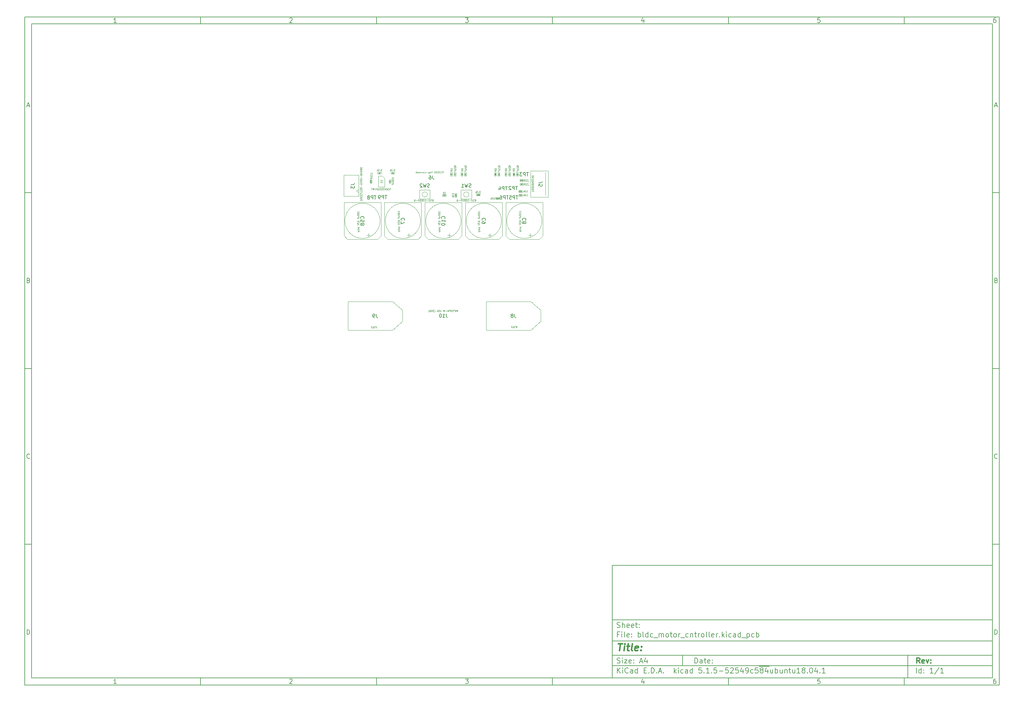
<source format=gbr>
G04 #@! TF.GenerationSoftware,KiCad,Pcbnew,5.1.5-52549c5~84~ubuntu18.04.1*
G04 #@! TF.CreationDate,2020-02-16T22:49:11+01:00*
G04 #@! TF.ProjectId,bldc_motor_cntroller,626c6463-5f6d-46f7-946f-725f636e7472,rev?*
G04 #@! TF.SameCoordinates,Original*
G04 #@! TF.FileFunction,Other,Fab,Bot*
%FSLAX46Y46*%
G04 Gerber Fmt 4.6, Leading zero omitted, Abs format (unit mm)*
G04 Created by KiCad (PCBNEW 5.1.5-52549c5~84~ubuntu18.04.1) date 2020-02-16 22:49:11*
%MOMM*%
%LPD*%
G04 APERTURE LIST*
%ADD10C,0.100000*%
%ADD11C,0.150000*%
%ADD12C,0.300000*%
%ADD13C,0.400000*%
%ADD14C,0.120000*%
%ADD15C,0.075000*%
%ADD16C,0.040000*%
G04 APERTURE END LIST*
D10*
D11*
X177002200Y-166007200D02*
X177002200Y-198007200D01*
X285002200Y-198007200D01*
X285002200Y-166007200D01*
X177002200Y-166007200D01*
D10*
D11*
X10000000Y-10000000D02*
X10000000Y-200007200D01*
X287002200Y-200007200D01*
X287002200Y-10000000D01*
X10000000Y-10000000D01*
D10*
D11*
X12000000Y-12000000D02*
X12000000Y-198007200D01*
X285002200Y-198007200D01*
X285002200Y-12000000D01*
X12000000Y-12000000D01*
D10*
D11*
X60000000Y-12000000D02*
X60000000Y-10000000D01*
D10*
D11*
X110000000Y-12000000D02*
X110000000Y-10000000D01*
D10*
D11*
X160000000Y-12000000D02*
X160000000Y-10000000D01*
D10*
D11*
X210000000Y-12000000D02*
X210000000Y-10000000D01*
D10*
D11*
X260000000Y-12000000D02*
X260000000Y-10000000D01*
D10*
D11*
X36065476Y-11588095D02*
X35322619Y-11588095D01*
X35694047Y-11588095D02*
X35694047Y-10288095D01*
X35570238Y-10473809D01*
X35446428Y-10597619D01*
X35322619Y-10659523D01*
D10*
D11*
X85322619Y-10411904D02*
X85384523Y-10350000D01*
X85508333Y-10288095D01*
X85817857Y-10288095D01*
X85941666Y-10350000D01*
X86003571Y-10411904D01*
X86065476Y-10535714D01*
X86065476Y-10659523D01*
X86003571Y-10845238D01*
X85260714Y-11588095D01*
X86065476Y-11588095D01*
D10*
D11*
X135260714Y-10288095D02*
X136065476Y-10288095D01*
X135632142Y-10783333D01*
X135817857Y-10783333D01*
X135941666Y-10845238D01*
X136003571Y-10907142D01*
X136065476Y-11030952D01*
X136065476Y-11340476D01*
X136003571Y-11464285D01*
X135941666Y-11526190D01*
X135817857Y-11588095D01*
X135446428Y-11588095D01*
X135322619Y-11526190D01*
X135260714Y-11464285D01*
D10*
D11*
X185941666Y-10721428D02*
X185941666Y-11588095D01*
X185632142Y-10226190D02*
X185322619Y-11154761D01*
X186127380Y-11154761D01*
D10*
D11*
X236003571Y-10288095D02*
X235384523Y-10288095D01*
X235322619Y-10907142D01*
X235384523Y-10845238D01*
X235508333Y-10783333D01*
X235817857Y-10783333D01*
X235941666Y-10845238D01*
X236003571Y-10907142D01*
X236065476Y-11030952D01*
X236065476Y-11340476D01*
X236003571Y-11464285D01*
X235941666Y-11526190D01*
X235817857Y-11588095D01*
X235508333Y-11588095D01*
X235384523Y-11526190D01*
X235322619Y-11464285D01*
D10*
D11*
X285941666Y-10288095D02*
X285694047Y-10288095D01*
X285570238Y-10350000D01*
X285508333Y-10411904D01*
X285384523Y-10597619D01*
X285322619Y-10845238D01*
X285322619Y-11340476D01*
X285384523Y-11464285D01*
X285446428Y-11526190D01*
X285570238Y-11588095D01*
X285817857Y-11588095D01*
X285941666Y-11526190D01*
X286003571Y-11464285D01*
X286065476Y-11340476D01*
X286065476Y-11030952D01*
X286003571Y-10907142D01*
X285941666Y-10845238D01*
X285817857Y-10783333D01*
X285570238Y-10783333D01*
X285446428Y-10845238D01*
X285384523Y-10907142D01*
X285322619Y-11030952D01*
D10*
D11*
X60000000Y-198007200D02*
X60000000Y-200007200D01*
D10*
D11*
X110000000Y-198007200D02*
X110000000Y-200007200D01*
D10*
D11*
X160000000Y-198007200D02*
X160000000Y-200007200D01*
D10*
D11*
X210000000Y-198007200D02*
X210000000Y-200007200D01*
D10*
D11*
X260000000Y-198007200D02*
X260000000Y-200007200D01*
D10*
D11*
X36065476Y-199595295D02*
X35322619Y-199595295D01*
X35694047Y-199595295D02*
X35694047Y-198295295D01*
X35570238Y-198481009D01*
X35446428Y-198604819D01*
X35322619Y-198666723D01*
D10*
D11*
X85322619Y-198419104D02*
X85384523Y-198357200D01*
X85508333Y-198295295D01*
X85817857Y-198295295D01*
X85941666Y-198357200D01*
X86003571Y-198419104D01*
X86065476Y-198542914D01*
X86065476Y-198666723D01*
X86003571Y-198852438D01*
X85260714Y-199595295D01*
X86065476Y-199595295D01*
D10*
D11*
X135260714Y-198295295D02*
X136065476Y-198295295D01*
X135632142Y-198790533D01*
X135817857Y-198790533D01*
X135941666Y-198852438D01*
X136003571Y-198914342D01*
X136065476Y-199038152D01*
X136065476Y-199347676D01*
X136003571Y-199471485D01*
X135941666Y-199533390D01*
X135817857Y-199595295D01*
X135446428Y-199595295D01*
X135322619Y-199533390D01*
X135260714Y-199471485D01*
D10*
D11*
X185941666Y-198728628D02*
X185941666Y-199595295D01*
X185632142Y-198233390D02*
X185322619Y-199161961D01*
X186127380Y-199161961D01*
D10*
D11*
X236003571Y-198295295D02*
X235384523Y-198295295D01*
X235322619Y-198914342D01*
X235384523Y-198852438D01*
X235508333Y-198790533D01*
X235817857Y-198790533D01*
X235941666Y-198852438D01*
X236003571Y-198914342D01*
X236065476Y-199038152D01*
X236065476Y-199347676D01*
X236003571Y-199471485D01*
X235941666Y-199533390D01*
X235817857Y-199595295D01*
X235508333Y-199595295D01*
X235384523Y-199533390D01*
X235322619Y-199471485D01*
D10*
D11*
X285941666Y-198295295D02*
X285694047Y-198295295D01*
X285570238Y-198357200D01*
X285508333Y-198419104D01*
X285384523Y-198604819D01*
X285322619Y-198852438D01*
X285322619Y-199347676D01*
X285384523Y-199471485D01*
X285446428Y-199533390D01*
X285570238Y-199595295D01*
X285817857Y-199595295D01*
X285941666Y-199533390D01*
X286003571Y-199471485D01*
X286065476Y-199347676D01*
X286065476Y-199038152D01*
X286003571Y-198914342D01*
X285941666Y-198852438D01*
X285817857Y-198790533D01*
X285570238Y-198790533D01*
X285446428Y-198852438D01*
X285384523Y-198914342D01*
X285322619Y-199038152D01*
D10*
D11*
X10000000Y-60000000D02*
X12000000Y-60000000D01*
D10*
D11*
X10000000Y-110000000D02*
X12000000Y-110000000D01*
D10*
D11*
X10000000Y-160000000D02*
X12000000Y-160000000D01*
D10*
D11*
X10690476Y-35216666D02*
X11309523Y-35216666D01*
X10566666Y-35588095D02*
X11000000Y-34288095D01*
X11433333Y-35588095D01*
D10*
D11*
X11092857Y-84907142D02*
X11278571Y-84969047D01*
X11340476Y-85030952D01*
X11402380Y-85154761D01*
X11402380Y-85340476D01*
X11340476Y-85464285D01*
X11278571Y-85526190D01*
X11154761Y-85588095D01*
X10659523Y-85588095D01*
X10659523Y-84288095D01*
X11092857Y-84288095D01*
X11216666Y-84350000D01*
X11278571Y-84411904D01*
X11340476Y-84535714D01*
X11340476Y-84659523D01*
X11278571Y-84783333D01*
X11216666Y-84845238D01*
X11092857Y-84907142D01*
X10659523Y-84907142D01*
D10*
D11*
X11402380Y-135464285D02*
X11340476Y-135526190D01*
X11154761Y-135588095D01*
X11030952Y-135588095D01*
X10845238Y-135526190D01*
X10721428Y-135402380D01*
X10659523Y-135278571D01*
X10597619Y-135030952D01*
X10597619Y-134845238D01*
X10659523Y-134597619D01*
X10721428Y-134473809D01*
X10845238Y-134350000D01*
X11030952Y-134288095D01*
X11154761Y-134288095D01*
X11340476Y-134350000D01*
X11402380Y-134411904D01*
D10*
D11*
X10659523Y-185588095D02*
X10659523Y-184288095D01*
X10969047Y-184288095D01*
X11154761Y-184350000D01*
X11278571Y-184473809D01*
X11340476Y-184597619D01*
X11402380Y-184845238D01*
X11402380Y-185030952D01*
X11340476Y-185278571D01*
X11278571Y-185402380D01*
X11154761Y-185526190D01*
X10969047Y-185588095D01*
X10659523Y-185588095D01*
D10*
D11*
X287002200Y-60000000D02*
X285002200Y-60000000D01*
D10*
D11*
X287002200Y-110000000D02*
X285002200Y-110000000D01*
D10*
D11*
X287002200Y-160000000D02*
X285002200Y-160000000D01*
D10*
D11*
X285692676Y-35216666D02*
X286311723Y-35216666D01*
X285568866Y-35588095D02*
X286002200Y-34288095D01*
X286435533Y-35588095D01*
D10*
D11*
X286095057Y-84907142D02*
X286280771Y-84969047D01*
X286342676Y-85030952D01*
X286404580Y-85154761D01*
X286404580Y-85340476D01*
X286342676Y-85464285D01*
X286280771Y-85526190D01*
X286156961Y-85588095D01*
X285661723Y-85588095D01*
X285661723Y-84288095D01*
X286095057Y-84288095D01*
X286218866Y-84350000D01*
X286280771Y-84411904D01*
X286342676Y-84535714D01*
X286342676Y-84659523D01*
X286280771Y-84783333D01*
X286218866Y-84845238D01*
X286095057Y-84907142D01*
X285661723Y-84907142D01*
D10*
D11*
X286404580Y-135464285D02*
X286342676Y-135526190D01*
X286156961Y-135588095D01*
X286033152Y-135588095D01*
X285847438Y-135526190D01*
X285723628Y-135402380D01*
X285661723Y-135278571D01*
X285599819Y-135030952D01*
X285599819Y-134845238D01*
X285661723Y-134597619D01*
X285723628Y-134473809D01*
X285847438Y-134350000D01*
X286033152Y-134288095D01*
X286156961Y-134288095D01*
X286342676Y-134350000D01*
X286404580Y-134411904D01*
D10*
D11*
X285661723Y-185588095D02*
X285661723Y-184288095D01*
X285971247Y-184288095D01*
X286156961Y-184350000D01*
X286280771Y-184473809D01*
X286342676Y-184597619D01*
X286404580Y-184845238D01*
X286404580Y-185030952D01*
X286342676Y-185278571D01*
X286280771Y-185402380D01*
X286156961Y-185526190D01*
X285971247Y-185588095D01*
X285661723Y-185588095D01*
D10*
D11*
X200434342Y-193785771D02*
X200434342Y-192285771D01*
X200791485Y-192285771D01*
X201005771Y-192357200D01*
X201148628Y-192500057D01*
X201220057Y-192642914D01*
X201291485Y-192928628D01*
X201291485Y-193142914D01*
X201220057Y-193428628D01*
X201148628Y-193571485D01*
X201005771Y-193714342D01*
X200791485Y-193785771D01*
X200434342Y-193785771D01*
X202577200Y-193785771D02*
X202577200Y-193000057D01*
X202505771Y-192857200D01*
X202362914Y-192785771D01*
X202077200Y-192785771D01*
X201934342Y-192857200D01*
X202577200Y-193714342D02*
X202434342Y-193785771D01*
X202077200Y-193785771D01*
X201934342Y-193714342D01*
X201862914Y-193571485D01*
X201862914Y-193428628D01*
X201934342Y-193285771D01*
X202077200Y-193214342D01*
X202434342Y-193214342D01*
X202577200Y-193142914D01*
X203077200Y-192785771D02*
X203648628Y-192785771D01*
X203291485Y-192285771D02*
X203291485Y-193571485D01*
X203362914Y-193714342D01*
X203505771Y-193785771D01*
X203648628Y-193785771D01*
X204720057Y-193714342D02*
X204577200Y-193785771D01*
X204291485Y-193785771D01*
X204148628Y-193714342D01*
X204077200Y-193571485D01*
X204077200Y-193000057D01*
X204148628Y-192857200D01*
X204291485Y-192785771D01*
X204577200Y-192785771D01*
X204720057Y-192857200D01*
X204791485Y-193000057D01*
X204791485Y-193142914D01*
X204077200Y-193285771D01*
X205434342Y-193642914D02*
X205505771Y-193714342D01*
X205434342Y-193785771D01*
X205362914Y-193714342D01*
X205434342Y-193642914D01*
X205434342Y-193785771D01*
X205434342Y-192857200D02*
X205505771Y-192928628D01*
X205434342Y-193000057D01*
X205362914Y-192928628D01*
X205434342Y-192857200D01*
X205434342Y-193000057D01*
D10*
D11*
X177002200Y-194507200D02*
X285002200Y-194507200D01*
D10*
D11*
X178434342Y-196585771D02*
X178434342Y-195085771D01*
X179291485Y-196585771D02*
X178648628Y-195728628D01*
X179291485Y-195085771D02*
X178434342Y-195942914D01*
X179934342Y-196585771D02*
X179934342Y-195585771D01*
X179934342Y-195085771D02*
X179862914Y-195157200D01*
X179934342Y-195228628D01*
X180005771Y-195157200D01*
X179934342Y-195085771D01*
X179934342Y-195228628D01*
X181505771Y-196442914D02*
X181434342Y-196514342D01*
X181220057Y-196585771D01*
X181077200Y-196585771D01*
X180862914Y-196514342D01*
X180720057Y-196371485D01*
X180648628Y-196228628D01*
X180577200Y-195942914D01*
X180577200Y-195728628D01*
X180648628Y-195442914D01*
X180720057Y-195300057D01*
X180862914Y-195157200D01*
X181077200Y-195085771D01*
X181220057Y-195085771D01*
X181434342Y-195157200D01*
X181505771Y-195228628D01*
X182791485Y-196585771D02*
X182791485Y-195800057D01*
X182720057Y-195657200D01*
X182577200Y-195585771D01*
X182291485Y-195585771D01*
X182148628Y-195657200D01*
X182791485Y-196514342D02*
X182648628Y-196585771D01*
X182291485Y-196585771D01*
X182148628Y-196514342D01*
X182077200Y-196371485D01*
X182077200Y-196228628D01*
X182148628Y-196085771D01*
X182291485Y-196014342D01*
X182648628Y-196014342D01*
X182791485Y-195942914D01*
X184148628Y-196585771D02*
X184148628Y-195085771D01*
X184148628Y-196514342D02*
X184005771Y-196585771D01*
X183720057Y-196585771D01*
X183577200Y-196514342D01*
X183505771Y-196442914D01*
X183434342Y-196300057D01*
X183434342Y-195871485D01*
X183505771Y-195728628D01*
X183577200Y-195657200D01*
X183720057Y-195585771D01*
X184005771Y-195585771D01*
X184148628Y-195657200D01*
X186005771Y-195800057D02*
X186505771Y-195800057D01*
X186720057Y-196585771D02*
X186005771Y-196585771D01*
X186005771Y-195085771D01*
X186720057Y-195085771D01*
X187362914Y-196442914D02*
X187434342Y-196514342D01*
X187362914Y-196585771D01*
X187291485Y-196514342D01*
X187362914Y-196442914D01*
X187362914Y-196585771D01*
X188077200Y-196585771D02*
X188077200Y-195085771D01*
X188434342Y-195085771D01*
X188648628Y-195157200D01*
X188791485Y-195300057D01*
X188862914Y-195442914D01*
X188934342Y-195728628D01*
X188934342Y-195942914D01*
X188862914Y-196228628D01*
X188791485Y-196371485D01*
X188648628Y-196514342D01*
X188434342Y-196585771D01*
X188077200Y-196585771D01*
X189577200Y-196442914D02*
X189648628Y-196514342D01*
X189577200Y-196585771D01*
X189505771Y-196514342D01*
X189577200Y-196442914D01*
X189577200Y-196585771D01*
X190220057Y-196157200D02*
X190934342Y-196157200D01*
X190077200Y-196585771D02*
X190577200Y-195085771D01*
X191077200Y-196585771D01*
X191577200Y-196442914D02*
X191648628Y-196514342D01*
X191577200Y-196585771D01*
X191505771Y-196514342D01*
X191577200Y-196442914D01*
X191577200Y-196585771D01*
X194577200Y-196585771D02*
X194577200Y-195085771D01*
X194720057Y-196014342D02*
X195148628Y-196585771D01*
X195148628Y-195585771D02*
X194577200Y-196157200D01*
X195791485Y-196585771D02*
X195791485Y-195585771D01*
X195791485Y-195085771D02*
X195720057Y-195157200D01*
X195791485Y-195228628D01*
X195862914Y-195157200D01*
X195791485Y-195085771D01*
X195791485Y-195228628D01*
X197148628Y-196514342D02*
X197005771Y-196585771D01*
X196720057Y-196585771D01*
X196577200Y-196514342D01*
X196505771Y-196442914D01*
X196434342Y-196300057D01*
X196434342Y-195871485D01*
X196505771Y-195728628D01*
X196577200Y-195657200D01*
X196720057Y-195585771D01*
X197005771Y-195585771D01*
X197148628Y-195657200D01*
X198434342Y-196585771D02*
X198434342Y-195800057D01*
X198362914Y-195657200D01*
X198220057Y-195585771D01*
X197934342Y-195585771D01*
X197791485Y-195657200D01*
X198434342Y-196514342D02*
X198291485Y-196585771D01*
X197934342Y-196585771D01*
X197791485Y-196514342D01*
X197720057Y-196371485D01*
X197720057Y-196228628D01*
X197791485Y-196085771D01*
X197934342Y-196014342D01*
X198291485Y-196014342D01*
X198434342Y-195942914D01*
X199791485Y-196585771D02*
X199791485Y-195085771D01*
X199791485Y-196514342D02*
X199648628Y-196585771D01*
X199362914Y-196585771D01*
X199220057Y-196514342D01*
X199148628Y-196442914D01*
X199077200Y-196300057D01*
X199077200Y-195871485D01*
X199148628Y-195728628D01*
X199220057Y-195657200D01*
X199362914Y-195585771D01*
X199648628Y-195585771D01*
X199791485Y-195657200D01*
X202362914Y-195085771D02*
X201648628Y-195085771D01*
X201577200Y-195800057D01*
X201648628Y-195728628D01*
X201791485Y-195657200D01*
X202148628Y-195657200D01*
X202291485Y-195728628D01*
X202362914Y-195800057D01*
X202434342Y-195942914D01*
X202434342Y-196300057D01*
X202362914Y-196442914D01*
X202291485Y-196514342D01*
X202148628Y-196585771D01*
X201791485Y-196585771D01*
X201648628Y-196514342D01*
X201577200Y-196442914D01*
X203077200Y-196442914D02*
X203148628Y-196514342D01*
X203077200Y-196585771D01*
X203005771Y-196514342D01*
X203077200Y-196442914D01*
X203077200Y-196585771D01*
X204577200Y-196585771D02*
X203720057Y-196585771D01*
X204148628Y-196585771D02*
X204148628Y-195085771D01*
X204005771Y-195300057D01*
X203862914Y-195442914D01*
X203720057Y-195514342D01*
X205220057Y-196442914D02*
X205291485Y-196514342D01*
X205220057Y-196585771D01*
X205148628Y-196514342D01*
X205220057Y-196442914D01*
X205220057Y-196585771D01*
X206648628Y-195085771D02*
X205934342Y-195085771D01*
X205862914Y-195800057D01*
X205934342Y-195728628D01*
X206077200Y-195657200D01*
X206434342Y-195657200D01*
X206577200Y-195728628D01*
X206648628Y-195800057D01*
X206720057Y-195942914D01*
X206720057Y-196300057D01*
X206648628Y-196442914D01*
X206577200Y-196514342D01*
X206434342Y-196585771D01*
X206077200Y-196585771D01*
X205934342Y-196514342D01*
X205862914Y-196442914D01*
X207362914Y-196014342D02*
X208505771Y-196014342D01*
X209934342Y-195085771D02*
X209220057Y-195085771D01*
X209148628Y-195800057D01*
X209220057Y-195728628D01*
X209362914Y-195657200D01*
X209720057Y-195657200D01*
X209862914Y-195728628D01*
X209934342Y-195800057D01*
X210005771Y-195942914D01*
X210005771Y-196300057D01*
X209934342Y-196442914D01*
X209862914Y-196514342D01*
X209720057Y-196585771D01*
X209362914Y-196585771D01*
X209220057Y-196514342D01*
X209148628Y-196442914D01*
X210577200Y-195228628D02*
X210648628Y-195157200D01*
X210791485Y-195085771D01*
X211148628Y-195085771D01*
X211291485Y-195157200D01*
X211362914Y-195228628D01*
X211434342Y-195371485D01*
X211434342Y-195514342D01*
X211362914Y-195728628D01*
X210505771Y-196585771D01*
X211434342Y-196585771D01*
X212791485Y-195085771D02*
X212077200Y-195085771D01*
X212005771Y-195800057D01*
X212077200Y-195728628D01*
X212220057Y-195657200D01*
X212577200Y-195657200D01*
X212720057Y-195728628D01*
X212791485Y-195800057D01*
X212862914Y-195942914D01*
X212862914Y-196300057D01*
X212791485Y-196442914D01*
X212720057Y-196514342D01*
X212577200Y-196585771D01*
X212220057Y-196585771D01*
X212077200Y-196514342D01*
X212005771Y-196442914D01*
X214148628Y-195585771D02*
X214148628Y-196585771D01*
X213791485Y-195014342D02*
X213434342Y-196085771D01*
X214362914Y-196085771D01*
X215005771Y-196585771D02*
X215291485Y-196585771D01*
X215434342Y-196514342D01*
X215505771Y-196442914D01*
X215648628Y-196228628D01*
X215720057Y-195942914D01*
X215720057Y-195371485D01*
X215648628Y-195228628D01*
X215577200Y-195157200D01*
X215434342Y-195085771D01*
X215148628Y-195085771D01*
X215005771Y-195157200D01*
X214934342Y-195228628D01*
X214862914Y-195371485D01*
X214862914Y-195728628D01*
X214934342Y-195871485D01*
X215005771Y-195942914D01*
X215148628Y-196014342D01*
X215434342Y-196014342D01*
X215577200Y-195942914D01*
X215648628Y-195871485D01*
X215720057Y-195728628D01*
X217005771Y-196514342D02*
X216862914Y-196585771D01*
X216577200Y-196585771D01*
X216434342Y-196514342D01*
X216362914Y-196442914D01*
X216291485Y-196300057D01*
X216291485Y-195871485D01*
X216362914Y-195728628D01*
X216434342Y-195657200D01*
X216577200Y-195585771D01*
X216862914Y-195585771D01*
X217005771Y-195657200D01*
X218362914Y-195085771D02*
X217648628Y-195085771D01*
X217577200Y-195800057D01*
X217648628Y-195728628D01*
X217791485Y-195657200D01*
X218148628Y-195657200D01*
X218291485Y-195728628D01*
X218362914Y-195800057D01*
X218434342Y-195942914D01*
X218434342Y-196300057D01*
X218362914Y-196442914D01*
X218291485Y-196514342D01*
X218148628Y-196585771D01*
X217791485Y-196585771D01*
X217648628Y-196514342D01*
X217577200Y-196442914D01*
X218720057Y-194677200D02*
X220148628Y-194677200D01*
X219291485Y-195728628D02*
X219148628Y-195657200D01*
X219077200Y-195585771D01*
X219005771Y-195442914D01*
X219005771Y-195371485D01*
X219077200Y-195228628D01*
X219148628Y-195157200D01*
X219291485Y-195085771D01*
X219577200Y-195085771D01*
X219720057Y-195157200D01*
X219791485Y-195228628D01*
X219862914Y-195371485D01*
X219862914Y-195442914D01*
X219791485Y-195585771D01*
X219720057Y-195657200D01*
X219577200Y-195728628D01*
X219291485Y-195728628D01*
X219148628Y-195800057D01*
X219077200Y-195871485D01*
X219005771Y-196014342D01*
X219005771Y-196300057D01*
X219077200Y-196442914D01*
X219148628Y-196514342D01*
X219291485Y-196585771D01*
X219577200Y-196585771D01*
X219720057Y-196514342D01*
X219791485Y-196442914D01*
X219862914Y-196300057D01*
X219862914Y-196014342D01*
X219791485Y-195871485D01*
X219720057Y-195800057D01*
X219577200Y-195728628D01*
X220148628Y-194677200D02*
X221577199Y-194677200D01*
X221148628Y-195585771D02*
X221148628Y-196585771D01*
X220791485Y-195014342D02*
X220434342Y-196085771D01*
X221362914Y-196085771D01*
X222577199Y-195585771D02*
X222577199Y-196585771D01*
X221934342Y-195585771D02*
X221934342Y-196371485D01*
X222005771Y-196514342D01*
X222148628Y-196585771D01*
X222362914Y-196585771D01*
X222505771Y-196514342D01*
X222577199Y-196442914D01*
X223291485Y-196585771D02*
X223291485Y-195085771D01*
X223291485Y-195657200D02*
X223434342Y-195585771D01*
X223720057Y-195585771D01*
X223862914Y-195657200D01*
X223934342Y-195728628D01*
X224005771Y-195871485D01*
X224005771Y-196300057D01*
X223934342Y-196442914D01*
X223862914Y-196514342D01*
X223720057Y-196585771D01*
X223434342Y-196585771D01*
X223291485Y-196514342D01*
X225291485Y-195585771D02*
X225291485Y-196585771D01*
X224648628Y-195585771D02*
X224648628Y-196371485D01*
X224720057Y-196514342D01*
X224862914Y-196585771D01*
X225077199Y-196585771D01*
X225220057Y-196514342D01*
X225291485Y-196442914D01*
X226005771Y-195585771D02*
X226005771Y-196585771D01*
X226005771Y-195728628D02*
X226077199Y-195657200D01*
X226220057Y-195585771D01*
X226434342Y-195585771D01*
X226577199Y-195657200D01*
X226648628Y-195800057D01*
X226648628Y-196585771D01*
X227148628Y-195585771D02*
X227720057Y-195585771D01*
X227362914Y-195085771D02*
X227362914Y-196371485D01*
X227434342Y-196514342D01*
X227577200Y-196585771D01*
X227720057Y-196585771D01*
X228862914Y-195585771D02*
X228862914Y-196585771D01*
X228220057Y-195585771D02*
X228220057Y-196371485D01*
X228291485Y-196514342D01*
X228434342Y-196585771D01*
X228648628Y-196585771D01*
X228791485Y-196514342D01*
X228862914Y-196442914D01*
X230362914Y-196585771D02*
X229505771Y-196585771D01*
X229934342Y-196585771D02*
X229934342Y-195085771D01*
X229791485Y-195300057D01*
X229648628Y-195442914D01*
X229505771Y-195514342D01*
X231220057Y-195728628D02*
X231077199Y-195657200D01*
X231005771Y-195585771D01*
X230934342Y-195442914D01*
X230934342Y-195371485D01*
X231005771Y-195228628D01*
X231077199Y-195157200D01*
X231220057Y-195085771D01*
X231505771Y-195085771D01*
X231648628Y-195157200D01*
X231720057Y-195228628D01*
X231791485Y-195371485D01*
X231791485Y-195442914D01*
X231720057Y-195585771D01*
X231648628Y-195657200D01*
X231505771Y-195728628D01*
X231220057Y-195728628D01*
X231077199Y-195800057D01*
X231005771Y-195871485D01*
X230934342Y-196014342D01*
X230934342Y-196300057D01*
X231005771Y-196442914D01*
X231077199Y-196514342D01*
X231220057Y-196585771D01*
X231505771Y-196585771D01*
X231648628Y-196514342D01*
X231720057Y-196442914D01*
X231791485Y-196300057D01*
X231791485Y-196014342D01*
X231720057Y-195871485D01*
X231648628Y-195800057D01*
X231505771Y-195728628D01*
X232434342Y-196442914D02*
X232505771Y-196514342D01*
X232434342Y-196585771D01*
X232362914Y-196514342D01*
X232434342Y-196442914D01*
X232434342Y-196585771D01*
X233434342Y-195085771D02*
X233577199Y-195085771D01*
X233720057Y-195157200D01*
X233791485Y-195228628D01*
X233862914Y-195371485D01*
X233934342Y-195657200D01*
X233934342Y-196014342D01*
X233862914Y-196300057D01*
X233791485Y-196442914D01*
X233720057Y-196514342D01*
X233577199Y-196585771D01*
X233434342Y-196585771D01*
X233291485Y-196514342D01*
X233220057Y-196442914D01*
X233148628Y-196300057D01*
X233077199Y-196014342D01*
X233077199Y-195657200D01*
X233148628Y-195371485D01*
X233220057Y-195228628D01*
X233291485Y-195157200D01*
X233434342Y-195085771D01*
X235220057Y-195585771D02*
X235220057Y-196585771D01*
X234862914Y-195014342D02*
X234505771Y-196085771D01*
X235434342Y-196085771D01*
X236005771Y-196442914D02*
X236077199Y-196514342D01*
X236005771Y-196585771D01*
X235934342Y-196514342D01*
X236005771Y-196442914D01*
X236005771Y-196585771D01*
X237505771Y-196585771D02*
X236648628Y-196585771D01*
X237077199Y-196585771D02*
X237077199Y-195085771D01*
X236934342Y-195300057D01*
X236791485Y-195442914D01*
X236648628Y-195514342D01*
D10*
D11*
X177002200Y-191507200D02*
X285002200Y-191507200D01*
D10*
D12*
X264411485Y-193785771D02*
X263911485Y-193071485D01*
X263554342Y-193785771D02*
X263554342Y-192285771D01*
X264125771Y-192285771D01*
X264268628Y-192357200D01*
X264340057Y-192428628D01*
X264411485Y-192571485D01*
X264411485Y-192785771D01*
X264340057Y-192928628D01*
X264268628Y-193000057D01*
X264125771Y-193071485D01*
X263554342Y-193071485D01*
X265625771Y-193714342D02*
X265482914Y-193785771D01*
X265197200Y-193785771D01*
X265054342Y-193714342D01*
X264982914Y-193571485D01*
X264982914Y-193000057D01*
X265054342Y-192857200D01*
X265197200Y-192785771D01*
X265482914Y-192785771D01*
X265625771Y-192857200D01*
X265697200Y-193000057D01*
X265697200Y-193142914D01*
X264982914Y-193285771D01*
X266197200Y-192785771D02*
X266554342Y-193785771D01*
X266911485Y-192785771D01*
X267482914Y-193642914D02*
X267554342Y-193714342D01*
X267482914Y-193785771D01*
X267411485Y-193714342D01*
X267482914Y-193642914D01*
X267482914Y-193785771D01*
X267482914Y-192857200D02*
X267554342Y-192928628D01*
X267482914Y-193000057D01*
X267411485Y-192928628D01*
X267482914Y-192857200D01*
X267482914Y-193000057D01*
D10*
D11*
X178362914Y-193714342D02*
X178577200Y-193785771D01*
X178934342Y-193785771D01*
X179077200Y-193714342D01*
X179148628Y-193642914D01*
X179220057Y-193500057D01*
X179220057Y-193357200D01*
X179148628Y-193214342D01*
X179077200Y-193142914D01*
X178934342Y-193071485D01*
X178648628Y-193000057D01*
X178505771Y-192928628D01*
X178434342Y-192857200D01*
X178362914Y-192714342D01*
X178362914Y-192571485D01*
X178434342Y-192428628D01*
X178505771Y-192357200D01*
X178648628Y-192285771D01*
X179005771Y-192285771D01*
X179220057Y-192357200D01*
X179862914Y-193785771D02*
X179862914Y-192785771D01*
X179862914Y-192285771D02*
X179791485Y-192357200D01*
X179862914Y-192428628D01*
X179934342Y-192357200D01*
X179862914Y-192285771D01*
X179862914Y-192428628D01*
X180434342Y-192785771D02*
X181220057Y-192785771D01*
X180434342Y-193785771D01*
X181220057Y-193785771D01*
X182362914Y-193714342D02*
X182220057Y-193785771D01*
X181934342Y-193785771D01*
X181791485Y-193714342D01*
X181720057Y-193571485D01*
X181720057Y-193000057D01*
X181791485Y-192857200D01*
X181934342Y-192785771D01*
X182220057Y-192785771D01*
X182362914Y-192857200D01*
X182434342Y-193000057D01*
X182434342Y-193142914D01*
X181720057Y-193285771D01*
X183077200Y-193642914D02*
X183148628Y-193714342D01*
X183077200Y-193785771D01*
X183005771Y-193714342D01*
X183077200Y-193642914D01*
X183077200Y-193785771D01*
X183077200Y-192857200D02*
X183148628Y-192928628D01*
X183077200Y-193000057D01*
X183005771Y-192928628D01*
X183077200Y-192857200D01*
X183077200Y-193000057D01*
X184862914Y-193357200D02*
X185577200Y-193357200D01*
X184720057Y-193785771D02*
X185220057Y-192285771D01*
X185720057Y-193785771D01*
X186862914Y-192785771D02*
X186862914Y-193785771D01*
X186505771Y-192214342D02*
X186148628Y-193285771D01*
X187077200Y-193285771D01*
D10*
D11*
X263434342Y-196585771D02*
X263434342Y-195085771D01*
X264791485Y-196585771D02*
X264791485Y-195085771D01*
X264791485Y-196514342D02*
X264648628Y-196585771D01*
X264362914Y-196585771D01*
X264220057Y-196514342D01*
X264148628Y-196442914D01*
X264077200Y-196300057D01*
X264077200Y-195871485D01*
X264148628Y-195728628D01*
X264220057Y-195657200D01*
X264362914Y-195585771D01*
X264648628Y-195585771D01*
X264791485Y-195657200D01*
X265505771Y-196442914D02*
X265577200Y-196514342D01*
X265505771Y-196585771D01*
X265434342Y-196514342D01*
X265505771Y-196442914D01*
X265505771Y-196585771D01*
X265505771Y-195657200D02*
X265577200Y-195728628D01*
X265505771Y-195800057D01*
X265434342Y-195728628D01*
X265505771Y-195657200D01*
X265505771Y-195800057D01*
X268148628Y-196585771D02*
X267291485Y-196585771D01*
X267720057Y-196585771D02*
X267720057Y-195085771D01*
X267577200Y-195300057D01*
X267434342Y-195442914D01*
X267291485Y-195514342D01*
X269862914Y-195014342D02*
X268577200Y-196942914D01*
X271148628Y-196585771D02*
X270291485Y-196585771D01*
X270720057Y-196585771D02*
X270720057Y-195085771D01*
X270577200Y-195300057D01*
X270434342Y-195442914D01*
X270291485Y-195514342D01*
D10*
D11*
X177002200Y-187507200D02*
X285002200Y-187507200D01*
D10*
D13*
X178714580Y-188211961D02*
X179857438Y-188211961D01*
X179036009Y-190211961D02*
X179286009Y-188211961D01*
X180274104Y-190211961D02*
X180440771Y-188878628D01*
X180524104Y-188211961D02*
X180416961Y-188307200D01*
X180500295Y-188402438D01*
X180607438Y-188307200D01*
X180524104Y-188211961D01*
X180500295Y-188402438D01*
X181107438Y-188878628D02*
X181869342Y-188878628D01*
X181476485Y-188211961D02*
X181262200Y-189926247D01*
X181333628Y-190116723D01*
X181512200Y-190211961D01*
X181702676Y-190211961D01*
X182655057Y-190211961D02*
X182476485Y-190116723D01*
X182405057Y-189926247D01*
X182619342Y-188211961D01*
X184190771Y-190116723D02*
X183988390Y-190211961D01*
X183607438Y-190211961D01*
X183428866Y-190116723D01*
X183357438Y-189926247D01*
X183452676Y-189164342D01*
X183571723Y-188973866D01*
X183774104Y-188878628D01*
X184155057Y-188878628D01*
X184333628Y-188973866D01*
X184405057Y-189164342D01*
X184381247Y-189354819D01*
X183405057Y-189545295D01*
X185155057Y-190021485D02*
X185238390Y-190116723D01*
X185131247Y-190211961D01*
X185047914Y-190116723D01*
X185155057Y-190021485D01*
X185131247Y-190211961D01*
X185286009Y-188973866D02*
X185369342Y-189069104D01*
X185262200Y-189164342D01*
X185178866Y-189069104D01*
X185286009Y-188973866D01*
X185262200Y-189164342D01*
D10*
D11*
X178934342Y-185600057D02*
X178434342Y-185600057D01*
X178434342Y-186385771D02*
X178434342Y-184885771D01*
X179148628Y-184885771D01*
X179720057Y-186385771D02*
X179720057Y-185385771D01*
X179720057Y-184885771D02*
X179648628Y-184957200D01*
X179720057Y-185028628D01*
X179791485Y-184957200D01*
X179720057Y-184885771D01*
X179720057Y-185028628D01*
X180648628Y-186385771D02*
X180505771Y-186314342D01*
X180434342Y-186171485D01*
X180434342Y-184885771D01*
X181791485Y-186314342D02*
X181648628Y-186385771D01*
X181362914Y-186385771D01*
X181220057Y-186314342D01*
X181148628Y-186171485D01*
X181148628Y-185600057D01*
X181220057Y-185457200D01*
X181362914Y-185385771D01*
X181648628Y-185385771D01*
X181791485Y-185457200D01*
X181862914Y-185600057D01*
X181862914Y-185742914D01*
X181148628Y-185885771D01*
X182505771Y-186242914D02*
X182577200Y-186314342D01*
X182505771Y-186385771D01*
X182434342Y-186314342D01*
X182505771Y-186242914D01*
X182505771Y-186385771D01*
X182505771Y-185457200D02*
X182577200Y-185528628D01*
X182505771Y-185600057D01*
X182434342Y-185528628D01*
X182505771Y-185457200D01*
X182505771Y-185600057D01*
X184362914Y-186385771D02*
X184362914Y-184885771D01*
X184362914Y-185457200D02*
X184505771Y-185385771D01*
X184791485Y-185385771D01*
X184934342Y-185457200D01*
X185005771Y-185528628D01*
X185077200Y-185671485D01*
X185077200Y-186100057D01*
X185005771Y-186242914D01*
X184934342Y-186314342D01*
X184791485Y-186385771D01*
X184505771Y-186385771D01*
X184362914Y-186314342D01*
X185934342Y-186385771D02*
X185791485Y-186314342D01*
X185720057Y-186171485D01*
X185720057Y-184885771D01*
X187148628Y-186385771D02*
X187148628Y-184885771D01*
X187148628Y-186314342D02*
X187005771Y-186385771D01*
X186720057Y-186385771D01*
X186577200Y-186314342D01*
X186505771Y-186242914D01*
X186434342Y-186100057D01*
X186434342Y-185671485D01*
X186505771Y-185528628D01*
X186577200Y-185457200D01*
X186720057Y-185385771D01*
X187005771Y-185385771D01*
X187148628Y-185457200D01*
X188505771Y-186314342D02*
X188362914Y-186385771D01*
X188077200Y-186385771D01*
X187934342Y-186314342D01*
X187862914Y-186242914D01*
X187791485Y-186100057D01*
X187791485Y-185671485D01*
X187862914Y-185528628D01*
X187934342Y-185457200D01*
X188077200Y-185385771D01*
X188362914Y-185385771D01*
X188505771Y-185457200D01*
X188791485Y-186528628D02*
X189934342Y-186528628D01*
X190291485Y-186385771D02*
X190291485Y-185385771D01*
X190291485Y-185528628D02*
X190362914Y-185457200D01*
X190505771Y-185385771D01*
X190720057Y-185385771D01*
X190862914Y-185457200D01*
X190934342Y-185600057D01*
X190934342Y-186385771D01*
X190934342Y-185600057D02*
X191005771Y-185457200D01*
X191148628Y-185385771D01*
X191362914Y-185385771D01*
X191505771Y-185457200D01*
X191577200Y-185600057D01*
X191577200Y-186385771D01*
X192505771Y-186385771D02*
X192362914Y-186314342D01*
X192291485Y-186242914D01*
X192220057Y-186100057D01*
X192220057Y-185671485D01*
X192291485Y-185528628D01*
X192362914Y-185457200D01*
X192505771Y-185385771D01*
X192720057Y-185385771D01*
X192862914Y-185457200D01*
X192934342Y-185528628D01*
X193005771Y-185671485D01*
X193005771Y-186100057D01*
X192934342Y-186242914D01*
X192862914Y-186314342D01*
X192720057Y-186385771D01*
X192505771Y-186385771D01*
X193434342Y-185385771D02*
X194005771Y-185385771D01*
X193648628Y-184885771D02*
X193648628Y-186171485D01*
X193720057Y-186314342D01*
X193862914Y-186385771D01*
X194005771Y-186385771D01*
X194720057Y-186385771D02*
X194577200Y-186314342D01*
X194505771Y-186242914D01*
X194434342Y-186100057D01*
X194434342Y-185671485D01*
X194505771Y-185528628D01*
X194577200Y-185457200D01*
X194720057Y-185385771D01*
X194934342Y-185385771D01*
X195077200Y-185457200D01*
X195148628Y-185528628D01*
X195220057Y-185671485D01*
X195220057Y-186100057D01*
X195148628Y-186242914D01*
X195077200Y-186314342D01*
X194934342Y-186385771D01*
X194720057Y-186385771D01*
X195862914Y-186385771D02*
X195862914Y-185385771D01*
X195862914Y-185671485D02*
X195934342Y-185528628D01*
X196005771Y-185457200D01*
X196148628Y-185385771D01*
X196291485Y-185385771D01*
X196434342Y-186528628D02*
X197577200Y-186528628D01*
X198577200Y-186314342D02*
X198434342Y-186385771D01*
X198148628Y-186385771D01*
X198005771Y-186314342D01*
X197934342Y-186242914D01*
X197862914Y-186100057D01*
X197862914Y-185671485D01*
X197934342Y-185528628D01*
X198005771Y-185457200D01*
X198148628Y-185385771D01*
X198434342Y-185385771D01*
X198577200Y-185457200D01*
X199220057Y-185385771D02*
X199220057Y-186385771D01*
X199220057Y-185528628D02*
X199291485Y-185457200D01*
X199434342Y-185385771D01*
X199648628Y-185385771D01*
X199791485Y-185457200D01*
X199862914Y-185600057D01*
X199862914Y-186385771D01*
X200362914Y-185385771D02*
X200934342Y-185385771D01*
X200577200Y-184885771D02*
X200577200Y-186171485D01*
X200648628Y-186314342D01*
X200791485Y-186385771D01*
X200934342Y-186385771D01*
X201434342Y-186385771D02*
X201434342Y-185385771D01*
X201434342Y-185671485D02*
X201505771Y-185528628D01*
X201577200Y-185457200D01*
X201720057Y-185385771D01*
X201862914Y-185385771D01*
X202577200Y-186385771D02*
X202434342Y-186314342D01*
X202362914Y-186242914D01*
X202291485Y-186100057D01*
X202291485Y-185671485D01*
X202362914Y-185528628D01*
X202434342Y-185457200D01*
X202577200Y-185385771D01*
X202791485Y-185385771D01*
X202934342Y-185457200D01*
X203005771Y-185528628D01*
X203077200Y-185671485D01*
X203077200Y-186100057D01*
X203005771Y-186242914D01*
X202934342Y-186314342D01*
X202791485Y-186385771D01*
X202577200Y-186385771D01*
X203934342Y-186385771D02*
X203791485Y-186314342D01*
X203720057Y-186171485D01*
X203720057Y-184885771D01*
X204720057Y-186385771D02*
X204577200Y-186314342D01*
X204505771Y-186171485D01*
X204505771Y-184885771D01*
X205862914Y-186314342D02*
X205720057Y-186385771D01*
X205434342Y-186385771D01*
X205291485Y-186314342D01*
X205220057Y-186171485D01*
X205220057Y-185600057D01*
X205291485Y-185457200D01*
X205434342Y-185385771D01*
X205720057Y-185385771D01*
X205862914Y-185457200D01*
X205934342Y-185600057D01*
X205934342Y-185742914D01*
X205220057Y-185885771D01*
X206577200Y-186385771D02*
X206577200Y-185385771D01*
X206577200Y-185671485D02*
X206648628Y-185528628D01*
X206720057Y-185457200D01*
X206862914Y-185385771D01*
X207005771Y-185385771D01*
X207505771Y-186242914D02*
X207577200Y-186314342D01*
X207505771Y-186385771D01*
X207434342Y-186314342D01*
X207505771Y-186242914D01*
X207505771Y-186385771D01*
X208220057Y-186385771D02*
X208220057Y-184885771D01*
X208362914Y-185814342D02*
X208791485Y-186385771D01*
X208791485Y-185385771D02*
X208220057Y-185957200D01*
X209434342Y-186385771D02*
X209434342Y-185385771D01*
X209434342Y-184885771D02*
X209362914Y-184957200D01*
X209434342Y-185028628D01*
X209505771Y-184957200D01*
X209434342Y-184885771D01*
X209434342Y-185028628D01*
X210791485Y-186314342D02*
X210648628Y-186385771D01*
X210362914Y-186385771D01*
X210220057Y-186314342D01*
X210148628Y-186242914D01*
X210077200Y-186100057D01*
X210077200Y-185671485D01*
X210148628Y-185528628D01*
X210220057Y-185457200D01*
X210362914Y-185385771D01*
X210648628Y-185385771D01*
X210791485Y-185457200D01*
X212077200Y-186385771D02*
X212077200Y-185600057D01*
X212005771Y-185457200D01*
X211862914Y-185385771D01*
X211577200Y-185385771D01*
X211434342Y-185457200D01*
X212077200Y-186314342D02*
X211934342Y-186385771D01*
X211577200Y-186385771D01*
X211434342Y-186314342D01*
X211362914Y-186171485D01*
X211362914Y-186028628D01*
X211434342Y-185885771D01*
X211577200Y-185814342D01*
X211934342Y-185814342D01*
X212077200Y-185742914D01*
X213434342Y-186385771D02*
X213434342Y-184885771D01*
X213434342Y-186314342D02*
X213291485Y-186385771D01*
X213005771Y-186385771D01*
X212862914Y-186314342D01*
X212791485Y-186242914D01*
X212720057Y-186100057D01*
X212720057Y-185671485D01*
X212791485Y-185528628D01*
X212862914Y-185457200D01*
X213005771Y-185385771D01*
X213291485Y-185385771D01*
X213434342Y-185457200D01*
X213791485Y-186528628D02*
X214934342Y-186528628D01*
X215291485Y-185385771D02*
X215291485Y-186885771D01*
X215291485Y-185457200D02*
X215434342Y-185385771D01*
X215720057Y-185385771D01*
X215862914Y-185457200D01*
X215934342Y-185528628D01*
X216005771Y-185671485D01*
X216005771Y-186100057D01*
X215934342Y-186242914D01*
X215862914Y-186314342D01*
X215720057Y-186385771D01*
X215434342Y-186385771D01*
X215291485Y-186314342D01*
X217291485Y-186314342D02*
X217148628Y-186385771D01*
X216862914Y-186385771D01*
X216720057Y-186314342D01*
X216648628Y-186242914D01*
X216577200Y-186100057D01*
X216577200Y-185671485D01*
X216648628Y-185528628D01*
X216720057Y-185457200D01*
X216862914Y-185385771D01*
X217148628Y-185385771D01*
X217291485Y-185457200D01*
X217934342Y-186385771D02*
X217934342Y-184885771D01*
X217934342Y-185457200D02*
X218077200Y-185385771D01*
X218362914Y-185385771D01*
X218505771Y-185457200D01*
X218577200Y-185528628D01*
X218648628Y-185671485D01*
X218648628Y-186100057D01*
X218577200Y-186242914D01*
X218505771Y-186314342D01*
X218362914Y-186385771D01*
X218077200Y-186385771D01*
X217934342Y-186314342D01*
D10*
D11*
X177002200Y-181507200D02*
X285002200Y-181507200D01*
D10*
D11*
X178362914Y-183614342D02*
X178577200Y-183685771D01*
X178934342Y-183685771D01*
X179077200Y-183614342D01*
X179148628Y-183542914D01*
X179220057Y-183400057D01*
X179220057Y-183257200D01*
X179148628Y-183114342D01*
X179077200Y-183042914D01*
X178934342Y-182971485D01*
X178648628Y-182900057D01*
X178505771Y-182828628D01*
X178434342Y-182757200D01*
X178362914Y-182614342D01*
X178362914Y-182471485D01*
X178434342Y-182328628D01*
X178505771Y-182257200D01*
X178648628Y-182185771D01*
X179005771Y-182185771D01*
X179220057Y-182257200D01*
X179862914Y-183685771D02*
X179862914Y-182185771D01*
X180505771Y-183685771D02*
X180505771Y-182900057D01*
X180434342Y-182757200D01*
X180291485Y-182685771D01*
X180077200Y-182685771D01*
X179934342Y-182757200D01*
X179862914Y-182828628D01*
X181791485Y-183614342D02*
X181648628Y-183685771D01*
X181362914Y-183685771D01*
X181220057Y-183614342D01*
X181148628Y-183471485D01*
X181148628Y-182900057D01*
X181220057Y-182757200D01*
X181362914Y-182685771D01*
X181648628Y-182685771D01*
X181791485Y-182757200D01*
X181862914Y-182900057D01*
X181862914Y-183042914D01*
X181148628Y-183185771D01*
X183077200Y-183614342D02*
X182934342Y-183685771D01*
X182648628Y-183685771D01*
X182505771Y-183614342D01*
X182434342Y-183471485D01*
X182434342Y-182900057D01*
X182505771Y-182757200D01*
X182648628Y-182685771D01*
X182934342Y-182685771D01*
X183077200Y-182757200D01*
X183148628Y-182900057D01*
X183148628Y-183042914D01*
X182434342Y-183185771D01*
X183577200Y-182685771D02*
X184148628Y-182685771D01*
X183791485Y-182185771D02*
X183791485Y-183471485D01*
X183862914Y-183614342D01*
X184005771Y-183685771D01*
X184148628Y-183685771D01*
X184648628Y-183542914D02*
X184720057Y-183614342D01*
X184648628Y-183685771D01*
X184577200Y-183614342D01*
X184648628Y-183542914D01*
X184648628Y-183685771D01*
X184648628Y-182757200D02*
X184720057Y-182828628D01*
X184648628Y-182900057D01*
X184577200Y-182828628D01*
X184648628Y-182757200D01*
X184648628Y-182900057D01*
D10*
D11*
X197002200Y-191507200D02*
X197002200Y-194507200D01*
D10*
D11*
X261002200Y-191507200D02*
X261002200Y-198007200D01*
D10*
X104267893Y-59500000D02*
X104975000Y-59000000D01*
X104975000Y-60000000D02*
X104267893Y-59500000D01*
X104975000Y-55000000D02*
X100725000Y-55000000D01*
X104975000Y-61000000D02*
X100725000Y-61000000D01*
X100725000Y-61000000D02*
X100725000Y-55000000D01*
X104975000Y-61000000D02*
X104975000Y-55000000D01*
X158050000Y-54250000D02*
X158050000Y-60750000D01*
X158750000Y-53750000D02*
X153750000Y-53750000D01*
X153750000Y-53750000D02*
X153750000Y-61250000D01*
X153750000Y-61250000D02*
X158750000Y-61250000D01*
X158750000Y-61250000D02*
X158750000Y-53750000D01*
X108200000Y-72058325D02*
X107200000Y-72058325D01*
X107700000Y-72558325D02*
X107700000Y-71558325D01*
X101750000Y-73250000D02*
X100750000Y-72250000D01*
X110250000Y-73250000D02*
X111250000Y-72250000D01*
X110250000Y-73250000D02*
X101750000Y-73250000D01*
X100750000Y-72250000D02*
X100750000Y-62750000D01*
X111250000Y-72250000D02*
X111250000Y-62750000D01*
X111250000Y-62750000D02*
X100750000Y-62750000D01*
X111000000Y-68000000D02*
G75*
G03X111000000Y-68000000I-5000000J0D01*
G01*
X110500000Y-55250000D02*
X110500000Y-58350000D01*
X110500000Y-58350000D02*
X112300000Y-58350000D01*
X112300000Y-55900000D02*
X112300000Y-58350000D01*
X110500000Y-55250000D02*
X111650000Y-55250000D01*
X112300000Y-55900000D02*
X111650000Y-55250000D01*
X124450000Y-60500000D02*
G75*
G03X124450000Y-60500000I-750000J0D01*
G01*
X125200000Y-61750000D02*
X125200000Y-59250000D01*
X122200000Y-61750000D02*
X125200000Y-61750000D01*
X122200000Y-59250000D02*
X122200000Y-61750000D01*
X125200000Y-59250000D02*
X122200000Y-59250000D01*
X136250000Y-60500000D02*
G75*
G03X136250000Y-60500000I-750000J0D01*
G01*
X137000000Y-61750000D02*
X137000000Y-59250000D01*
X134000000Y-61750000D02*
X137000000Y-61750000D01*
X134000000Y-59250000D02*
X134000000Y-61750000D01*
X137000000Y-59250000D02*
X134000000Y-59250000D01*
X138400000Y-60850000D02*
X139400000Y-60850000D01*
X138400000Y-60350000D02*
X138400000Y-60850000D01*
X139400000Y-60350000D02*
X138400000Y-60350000D01*
X139400000Y-60850000D02*
X139400000Y-60350000D01*
X151400000Y-60450000D02*
X150400000Y-60450000D01*
X151400000Y-60950000D02*
X151400000Y-60450000D01*
X150400000Y-60950000D02*
X151400000Y-60950000D01*
X150400000Y-60450000D02*
X150400000Y-60950000D01*
X144800000Y-61350000D02*
X143800000Y-61350000D01*
X144800000Y-61850000D02*
X144800000Y-61350000D01*
X143800000Y-61850000D02*
X144800000Y-61850000D01*
X143800000Y-61350000D02*
X143800000Y-61850000D01*
X151400000Y-59350000D02*
X150400000Y-59350000D01*
X151400000Y-59850000D02*
X151400000Y-59350000D01*
X150400000Y-59850000D02*
X151400000Y-59850000D01*
X150400000Y-59350000D02*
X150400000Y-59850000D01*
X129700000Y-60450000D02*
X128700000Y-60450000D01*
X129700000Y-60950000D02*
X129700000Y-60450000D01*
X128700000Y-60950000D02*
X129700000Y-60950000D01*
X128700000Y-60450000D02*
X128700000Y-60950000D01*
X108150000Y-56300000D02*
X108150000Y-57300000D01*
X108650000Y-56300000D02*
X108150000Y-56300000D01*
X108650000Y-57300000D02*
X108650000Y-56300000D01*
X108150000Y-57300000D02*
X108650000Y-57300000D01*
X132250000Y-60250000D02*
X132250000Y-61250000D01*
X132750000Y-60250000D02*
X132250000Y-60250000D01*
X132750000Y-61250000D02*
X132750000Y-60250000D01*
X132250000Y-61250000D02*
X132750000Y-61250000D01*
X151700000Y-56250000D02*
X150700000Y-56250000D01*
X151700000Y-56750000D02*
X151700000Y-56250000D01*
X150700000Y-56750000D02*
X151700000Y-56750000D01*
X150700000Y-56250000D02*
X150700000Y-56750000D01*
X151700000Y-57350000D02*
X150700000Y-57350000D01*
X151700000Y-57850000D02*
X151700000Y-57350000D01*
X150700000Y-57850000D02*
X151700000Y-57850000D01*
X150700000Y-57350000D02*
X150700000Y-57850000D01*
X149250000Y-55265000D02*
X149250000Y-54265000D01*
X148750000Y-55265000D02*
X149250000Y-55265000D01*
X148750000Y-54265000D02*
X148750000Y-55265000D01*
X149250000Y-54265000D02*
X148750000Y-54265000D01*
X147000000Y-55250000D02*
X147000000Y-54250000D01*
X146500000Y-55250000D02*
X147000000Y-55250000D01*
X146500000Y-54250000D02*
X146500000Y-55250000D01*
X147000000Y-54250000D02*
X146500000Y-54250000D01*
X144000000Y-55250000D02*
X144000000Y-54250000D01*
X143500000Y-55250000D02*
X144000000Y-55250000D01*
X143500000Y-54250000D02*
X143500000Y-55250000D01*
X144000000Y-54250000D02*
X143500000Y-54250000D01*
X134500000Y-55265000D02*
X134500000Y-54265000D01*
X134000000Y-55265000D02*
X134500000Y-55265000D01*
X134000000Y-54265000D02*
X134000000Y-55265000D01*
X134500000Y-54265000D02*
X134000000Y-54265000D01*
X131500000Y-55250000D02*
X131500000Y-54250000D01*
X131000000Y-55250000D02*
X131500000Y-55250000D01*
X131000000Y-54250000D02*
X131000000Y-55250000D01*
X131500000Y-54250000D02*
X131000000Y-54250000D01*
X114050000Y-57300000D02*
X114050000Y-56300000D01*
X113550000Y-57300000D02*
X114050000Y-57300000D01*
X113550000Y-56300000D02*
X113550000Y-57300000D01*
X114050000Y-56300000D02*
X113550000Y-56300000D01*
X150250000Y-55250000D02*
X150250000Y-54250000D01*
X149750000Y-55250000D02*
X150250000Y-55250000D01*
X149750000Y-54250000D02*
X149750000Y-55250000D01*
X150250000Y-54250000D02*
X149750000Y-54250000D01*
X148000000Y-55250000D02*
X148000000Y-54250000D01*
X147500000Y-55250000D02*
X148000000Y-55250000D01*
X147500000Y-54250000D02*
X147500000Y-55250000D01*
X148000000Y-54250000D02*
X147500000Y-54250000D01*
X145000000Y-55250000D02*
X145000000Y-54250000D01*
X144500000Y-55250000D02*
X145000000Y-55250000D01*
X144500000Y-54250000D02*
X144500000Y-55250000D01*
X145000000Y-54250000D02*
X144500000Y-54250000D01*
X135500000Y-55250000D02*
X135500000Y-54250000D01*
X135000000Y-55250000D02*
X135500000Y-55250000D01*
X135000000Y-54250000D02*
X135000000Y-55250000D01*
X135500000Y-54250000D02*
X135000000Y-54250000D01*
X132500000Y-55250000D02*
X132500000Y-54250000D01*
X132000000Y-55250000D02*
X132500000Y-55250000D01*
X132000000Y-54250000D02*
X132000000Y-55250000D01*
X132500000Y-54250000D02*
X132000000Y-54250000D01*
X111300000Y-54150000D02*
X110300000Y-54150000D01*
X111300000Y-54650000D02*
X111300000Y-54150000D01*
X110300000Y-54650000D02*
X111300000Y-54650000D01*
X110300000Y-54150000D02*
X110300000Y-54650000D01*
X114100000Y-54650000D02*
X115100000Y-54650000D01*
X114100000Y-54150000D02*
X114100000Y-54650000D01*
X115100000Y-54150000D02*
X114100000Y-54150000D01*
X115100000Y-54650000D02*
X115100000Y-54150000D01*
D14*
X101850000Y-90950000D02*
X114600000Y-90950000D01*
X114600000Y-90950000D02*
X117350000Y-93450000D01*
X117350000Y-93450000D02*
X117350000Y-96550000D01*
X117350000Y-96550000D02*
X114600000Y-99050000D01*
X114600000Y-99050000D02*
X101850000Y-99050000D01*
X101850000Y-99050000D02*
X101850000Y-90950000D01*
X141150000Y-90950000D02*
X153900000Y-90950000D01*
X153900000Y-90950000D02*
X156650000Y-93450000D01*
X156650000Y-93450000D02*
X156650000Y-96550000D01*
X156650000Y-96550000D02*
X153900000Y-99050000D01*
X153900000Y-99050000D02*
X141150000Y-99050000D01*
X141150000Y-99050000D02*
X141150000Y-90950000D01*
D10*
X131200000Y-72058325D02*
X130200000Y-72058325D01*
X130700000Y-72558325D02*
X130700000Y-71558325D01*
X124750000Y-73250000D02*
X123750000Y-72250000D01*
X133250000Y-73250000D02*
X134250000Y-72250000D01*
X133250000Y-73250000D02*
X124750000Y-73250000D01*
X123750000Y-72250000D02*
X123750000Y-62750000D01*
X134250000Y-72250000D02*
X134250000Y-62750000D01*
X134250000Y-62750000D02*
X123750000Y-62750000D01*
X134000000Y-68000000D02*
G75*
G03X134000000Y-68000000I-5000000J0D01*
G01*
X142700000Y-72058325D02*
X141700000Y-72058325D01*
X142200000Y-72558325D02*
X142200000Y-71558325D01*
X136250000Y-73250000D02*
X135250000Y-72250000D01*
X144750000Y-73250000D02*
X145750000Y-72250000D01*
X144750000Y-73250000D02*
X136250000Y-73250000D01*
X135250000Y-72250000D02*
X135250000Y-62750000D01*
X145750000Y-72250000D02*
X145750000Y-62750000D01*
X145750000Y-62750000D02*
X135250000Y-62750000D01*
X145500000Y-68000000D02*
G75*
G03X145500000Y-68000000I-5000000J0D01*
G01*
X154200000Y-72058325D02*
X153200000Y-72058325D01*
X153700000Y-72558325D02*
X153700000Y-71558325D01*
X147750000Y-73250000D02*
X146750000Y-72250000D01*
X156250000Y-73250000D02*
X157250000Y-72250000D01*
X156250000Y-73250000D02*
X147750000Y-73250000D01*
X146750000Y-72250000D02*
X146750000Y-62750000D01*
X157250000Y-72250000D02*
X157250000Y-62750000D01*
X157250000Y-62750000D02*
X146750000Y-62750000D01*
X157000000Y-68000000D02*
G75*
G03X157000000Y-68000000I-5000000J0D01*
G01*
X119700000Y-72058325D02*
X118700000Y-72058325D01*
X119200000Y-72558325D02*
X119200000Y-71558325D01*
X113250000Y-73250000D02*
X112250000Y-72250000D01*
X121750000Y-73250000D02*
X122750000Y-72250000D01*
X121750000Y-73250000D02*
X113250000Y-73250000D01*
X112250000Y-72250000D02*
X112250000Y-62750000D01*
X122750000Y-72250000D02*
X122750000Y-62750000D01*
X122750000Y-62750000D02*
X112250000Y-62750000D01*
X122500000Y-68000000D02*
G75*
G03X122500000Y-68000000I-5000000J0D01*
G01*
D11*
X147161904Y-58252380D02*
X146590476Y-58252380D01*
X146876190Y-59252380D02*
X146876190Y-58252380D01*
X146257142Y-59252380D02*
X146257142Y-58252380D01*
X145876190Y-58252380D01*
X145780952Y-58300000D01*
X145733333Y-58347619D01*
X145685714Y-58442857D01*
X145685714Y-58585714D01*
X145733333Y-58680952D01*
X145780952Y-58728571D01*
X145876190Y-58776190D01*
X146257142Y-58776190D01*
X144828571Y-58585714D02*
X144828571Y-59252380D01*
X145066666Y-58204761D02*
X145304761Y-58919047D01*
X144685714Y-58919047D01*
D10*
X105802380Y-52738095D02*
X105826190Y-52809523D01*
X105826190Y-52928571D01*
X105802380Y-52976190D01*
X105778571Y-53000000D01*
X105730952Y-53023809D01*
X105683333Y-53023809D01*
X105635714Y-53000000D01*
X105611904Y-52976190D01*
X105588095Y-52928571D01*
X105564285Y-52833333D01*
X105540476Y-52785714D01*
X105516666Y-52761904D01*
X105469047Y-52738095D01*
X105421428Y-52738095D01*
X105373809Y-52761904D01*
X105350000Y-52785714D01*
X105326190Y-52833333D01*
X105326190Y-52952380D01*
X105350000Y-53023809D01*
X105826190Y-53238095D02*
X105326190Y-53238095D01*
X105683333Y-53404761D01*
X105326190Y-53571428D01*
X105826190Y-53571428D01*
X105326190Y-53904761D02*
X105326190Y-53952380D01*
X105350000Y-54000000D01*
X105373809Y-54023809D01*
X105421428Y-54047619D01*
X105516666Y-54071428D01*
X105635714Y-54071428D01*
X105730952Y-54047619D01*
X105778571Y-54023809D01*
X105802380Y-54000000D01*
X105826190Y-53952380D01*
X105826190Y-53904761D01*
X105802380Y-53857142D01*
X105778571Y-53833333D01*
X105730952Y-53809523D01*
X105635714Y-53785714D01*
X105516666Y-53785714D01*
X105421428Y-53809523D01*
X105373809Y-53833333D01*
X105350000Y-53857142D01*
X105326190Y-53904761D01*
X105492857Y-54499999D02*
X105826190Y-54499999D01*
X105302380Y-54380952D02*
X105659523Y-54261904D01*
X105659523Y-54571428D01*
X105564285Y-54928571D02*
X105588095Y-54999999D01*
X105611904Y-55023809D01*
X105659523Y-55047619D01*
X105730952Y-55047619D01*
X105778571Y-55023809D01*
X105802380Y-54999999D01*
X105826190Y-54952380D01*
X105826190Y-54761904D01*
X105326190Y-54761904D01*
X105326190Y-54928571D01*
X105350000Y-54976190D01*
X105373809Y-54999999D01*
X105421428Y-55023809D01*
X105469047Y-55023809D01*
X105516666Y-54999999D01*
X105540476Y-54976190D01*
X105564285Y-54928571D01*
X105564285Y-54761904D01*
X105635714Y-55261904D02*
X105635714Y-55642857D01*
X105802380Y-55857142D02*
X105826190Y-55928571D01*
X105826190Y-56047619D01*
X105802380Y-56095238D01*
X105778571Y-56119047D01*
X105730952Y-56142857D01*
X105683333Y-56142857D01*
X105635714Y-56119047D01*
X105611904Y-56095238D01*
X105588095Y-56047619D01*
X105564285Y-55952380D01*
X105540476Y-55904761D01*
X105516666Y-55880952D01*
X105469047Y-55857142D01*
X105421428Y-55857142D01*
X105373809Y-55880952D01*
X105350000Y-55904761D01*
X105326190Y-55952380D01*
X105326190Y-56071428D01*
X105350000Y-56142857D01*
X105826190Y-56642857D02*
X105588095Y-56476190D01*
X105826190Y-56357142D02*
X105326190Y-56357142D01*
X105326190Y-56547619D01*
X105350000Y-56595238D01*
X105373809Y-56619047D01*
X105421428Y-56642857D01*
X105492857Y-56642857D01*
X105540476Y-56619047D01*
X105564285Y-56595238D01*
X105588095Y-56547619D01*
X105588095Y-56357142D01*
X105802380Y-56833333D02*
X105826190Y-56904761D01*
X105826190Y-57023809D01*
X105802380Y-57071428D01*
X105778571Y-57095238D01*
X105730952Y-57119047D01*
X105683333Y-57119047D01*
X105635714Y-57095238D01*
X105611904Y-57071428D01*
X105588095Y-57023809D01*
X105564285Y-56928571D01*
X105540476Y-56880952D01*
X105516666Y-56857142D01*
X105469047Y-56833333D01*
X105421428Y-56833333D01*
X105373809Y-56857142D01*
X105350000Y-56880952D01*
X105326190Y-56928571D01*
X105326190Y-57047619D01*
X105350000Y-57119047D01*
X105802380Y-57309523D02*
X105826190Y-57380952D01*
X105826190Y-57499999D01*
X105802380Y-57547619D01*
X105778571Y-57571428D01*
X105730952Y-57595238D01*
X105683333Y-57595238D01*
X105635714Y-57571428D01*
X105611904Y-57547619D01*
X105588095Y-57499999D01*
X105564285Y-57404761D01*
X105540476Y-57357142D01*
X105516666Y-57333333D01*
X105469047Y-57309523D01*
X105421428Y-57309523D01*
X105373809Y-57333333D01*
X105350000Y-57357142D01*
X105326190Y-57404761D01*
X105326190Y-57523809D01*
X105350000Y-57595238D01*
X105635714Y-57809523D02*
X105635714Y-58190476D01*
X105326190Y-58357142D02*
X105326190Y-58642857D01*
X105826190Y-58499999D02*
X105326190Y-58499999D01*
X105564285Y-58976190D02*
X105588095Y-59047619D01*
X105611904Y-59071428D01*
X105659523Y-59095238D01*
X105730952Y-59095238D01*
X105778571Y-59071428D01*
X105802380Y-59047619D01*
X105826190Y-58999999D01*
X105826190Y-58809523D01*
X105326190Y-58809523D01*
X105326190Y-58976190D01*
X105350000Y-59023809D01*
X105373809Y-59047619D01*
X105421428Y-59071428D01*
X105469047Y-59071428D01*
X105516666Y-59047619D01*
X105540476Y-59023809D01*
X105564285Y-58976190D01*
X105564285Y-58809523D01*
X106016666Y-59452380D02*
X105992857Y-59428571D01*
X105921428Y-59380952D01*
X105873809Y-59357142D01*
X105802380Y-59333333D01*
X105683333Y-59309523D01*
X105588095Y-59309523D01*
X105469047Y-59333333D01*
X105397619Y-59357142D01*
X105350000Y-59380952D01*
X105278571Y-59428571D01*
X105254761Y-59452380D01*
X105826190Y-59880952D02*
X105826190Y-59642857D01*
X105326190Y-59642857D01*
X105564285Y-60214285D02*
X105564285Y-60047619D01*
X105826190Y-60047619D02*
X105326190Y-60047619D01*
X105326190Y-60285714D01*
X106016666Y-60428571D02*
X105992857Y-60452380D01*
X105921428Y-60499999D01*
X105873809Y-60523809D01*
X105802380Y-60547619D01*
X105683333Y-60571428D01*
X105588095Y-60571428D01*
X105469047Y-60547619D01*
X105397619Y-60523809D01*
X105350000Y-60499999D01*
X105278571Y-60452380D01*
X105254761Y-60428571D01*
X106016666Y-60952380D02*
X105992857Y-60928571D01*
X105921428Y-60880952D01*
X105873809Y-60857142D01*
X105802380Y-60833333D01*
X105683333Y-60809523D01*
X105588095Y-60809523D01*
X105469047Y-60833333D01*
X105397619Y-60857142D01*
X105350000Y-60880952D01*
X105278571Y-60928571D01*
X105254761Y-60952380D01*
X105802380Y-61119047D02*
X105826190Y-61190476D01*
X105826190Y-61309523D01*
X105802380Y-61357142D01*
X105778571Y-61380952D01*
X105730952Y-61404761D01*
X105683333Y-61404761D01*
X105635714Y-61380952D01*
X105611904Y-61357142D01*
X105588095Y-61309523D01*
X105564285Y-61214285D01*
X105540476Y-61166666D01*
X105516666Y-61142857D01*
X105469047Y-61119047D01*
X105421428Y-61119047D01*
X105373809Y-61142857D01*
X105350000Y-61166666D01*
X105326190Y-61214285D01*
X105326190Y-61333333D01*
X105350000Y-61404761D01*
X105826190Y-61619047D02*
X105326190Y-61619047D01*
X105826190Y-61904761D01*
X105326190Y-61904761D01*
X106016666Y-62095238D02*
X105992857Y-62119047D01*
X105921428Y-62166666D01*
X105873809Y-62190476D01*
X105802380Y-62214285D01*
X105683333Y-62238095D01*
X105588095Y-62238095D01*
X105469047Y-62214285D01*
X105397619Y-62190476D01*
X105350000Y-62166666D01*
X105278571Y-62119047D01*
X105254761Y-62095238D01*
D11*
X102752380Y-57666666D02*
X103466666Y-57666666D01*
X103609523Y-57619047D01*
X103704761Y-57523809D01*
X103752380Y-57380952D01*
X103752380Y-57285714D01*
X102752380Y-58047619D02*
X102752380Y-58666666D01*
X103133333Y-58333333D01*
X103133333Y-58476190D01*
X103180952Y-58571428D01*
X103228571Y-58619047D01*
X103323809Y-58666666D01*
X103561904Y-58666666D01*
X103657142Y-58619047D01*
X103704761Y-58571428D01*
X103752380Y-58476190D01*
X103752380Y-58190476D01*
X103704761Y-58095238D01*
X103657142Y-58047619D01*
D10*
X154126190Y-55233333D02*
X154126190Y-55280952D01*
X154150000Y-55328571D01*
X154173809Y-55352380D01*
X154221428Y-55376190D01*
X154316666Y-55400000D01*
X154435714Y-55400000D01*
X154530952Y-55376190D01*
X154578571Y-55352380D01*
X154602380Y-55328571D01*
X154626190Y-55280952D01*
X154626190Y-55233333D01*
X154602380Y-55185714D01*
X154578571Y-55161904D01*
X154530952Y-55138095D01*
X154435714Y-55114285D01*
X154316666Y-55114285D01*
X154221428Y-55138095D01*
X154173809Y-55161904D01*
X154150000Y-55185714D01*
X154126190Y-55233333D01*
X154292857Y-55828571D02*
X154626190Y-55828571D01*
X154102380Y-55709523D02*
X154459523Y-55590476D01*
X154459523Y-55900000D01*
X154126190Y-56042857D02*
X154126190Y-56376190D01*
X154626190Y-56161904D01*
X154126190Y-56519047D02*
X154126190Y-56828571D01*
X154316666Y-56661904D01*
X154316666Y-56733333D01*
X154340476Y-56780952D01*
X154364285Y-56804761D01*
X154411904Y-56828571D01*
X154530952Y-56828571D01*
X154578571Y-56804761D01*
X154602380Y-56780952D01*
X154626190Y-56733333D01*
X154626190Y-56590476D01*
X154602380Y-56542857D01*
X154578571Y-56519047D01*
X154292857Y-57257142D02*
X154626190Y-57257142D01*
X154102380Y-57138095D02*
X154459523Y-57019047D01*
X154459523Y-57328571D01*
X154126190Y-57733333D02*
X154126190Y-57638095D01*
X154150000Y-57590476D01*
X154173809Y-57566666D01*
X154245238Y-57519047D01*
X154340476Y-57495238D01*
X154530952Y-57495238D01*
X154578571Y-57519047D01*
X154602380Y-57542857D01*
X154626190Y-57590476D01*
X154626190Y-57685714D01*
X154602380Y-57733333D01*
X154578571Y-57757142D01*
X154530952Y-57780952D01*
X154411904Y-57780952D01*
X154364285Y-57757142D01*
X154340476Y-57733333D01*
X154316666Y-57685714D01*
X154316666Y-57590476D01*
X154340476Y-57542857D01*
X154364285Y-57519047D01*
X154411904Y-57495238D01*
X154126190Y-58090476D02*
X154126190Y-58138095D01*
X154150000Y-58185714D01*
X154173809Y-58209523D01*
X154221428Y-58233333D01*
X154316666Y-58257142D01*
X154435714Y-58257142D01*
X154530952Y-58233333D01*
X154578571Y-58209523D01*
X154602380Y-58185714D01*
X154626190Y-58138095D01*
X154626190Y-58090476D01*
X154602380Y-58042857D01*
X154578571Y-58019047D01*
X154530952Y-57995238D01*
X154435714Y-57971428D01*
X154316666Y-57971428D01*
X154221428Y-57995238D01*
X154173809Y-58019047D01*
X154150000Y-58042857D01*
X154126190Y-58090476D01*
X154126190Y-58566666D02*
X154126190Y-58614285D01*
X154150000Y-58661904D01*
X154173809Y-58685714D01*
X154221428Y-58709523D01*
X154316666Y-58733333D01*
X154435714Y-58733333D01*
X154530952Y-58709523D01*
X154578571Y-58685714D01*
X154602380Y-58661904D01*
X154626190Y-58614285D01*
X154626190Y-58566666D01*
X154602380Y-58519047D01*
X154578571Y-58495238D01*
X154530952Y-58471428D01*
X154435714Y-58447619D01*
X154316666Y-58447619D01*
X154221428Y-58471428D01*
X154173809Y-58495238D01*
X154150000Y-58519047D01*
X154126190Y-58566666D01*
X154126190Y-59042857D02*
X154126190Y-59090476D01*
X154150000Y-59138095D01*
X154173809Y-59161904D01*
X154221428Y-59185714D01*
X154316666Y-59209523D01*
X154435714Y-59209523D01*
X154530952Y-59185714D01*
X154578571Y-59161904D01*
X154602380Y-59138095D01*
X154626190Y-59090476D01*
X154626190Y-59042857D01*
X154602380Y-58995238D01*
X154578571Y-58971428D01*
X154530952Y-58947619D01*
X154435714Y-58923809D01*
X154316666Y-58923809D01*
X154221428Y-58947619D01*
X154173809Y-58971428D01*
X154150000Y-58995238D01*
X154126190Y-59042857D01*
X154626190Y-59685714D02*
X154626190Y-59400000D01*
X154626190Y-59542857D02*
X154126190Y-59542857D01*
X154197619Y-59495238D01*
X154245238Y-59447619D01*
X154269047Y-59400000D01*
D11*
X156052380Y-57166666D02*
X156766666Y-57166666D01*
X156909523Y-57119047D01*
X157004761Y-57023809D01*
X157052380Y-56880952D01*
X157052380Y-56785714D01*
X156052380Y-58119047D02*
X156052380Y-57642857D01*
X156528571Y-57595238D01*
X156480952Y-57642857D01*
X156433333Y-57738095D01*
X156433333Y-57976190D01*
X156480952Y-58071428D01*
X156528571Y-58119047D01*
X156623809Y-58166666D01*
X156861904Y-58166666D01*
X156957142Y-58119047D01*
X157004761Y-58071428D01*
X157052380Y-57976190D01*
X157052380Y-57738095D01*
X157004761Y-57642857D01*
X156957142Y-57595238D01*
D10*
X105026190Y-65580952D02*
X105026190Y-65295238D01*
X105026190Y-65438095D02*
X104526190Y-65438095D01*
X104597619Y-65390476D01*
X104645238Y-65342857D01*
X104669047Y-65295238D01*
X104526190Y-66033333D02*
X104526190Y-65795238D01*
X104764285Y-65771428D01*
X104740476Y-65795238D01*
X104716666Y-65842857D01*
X104716666Y-65961904D01*
X104740476Y-66009523D01*
X104764285Y-66033333D01*
X104811904Y-66057142D01*
X104930952Y-66057142D01*
X104978571Y-66033333D01*
X105002380Y-66009523D01*
X105026190Y-65961904D01*
X105026190Y-65842857D01*
X105002380Y-65795238D01*
X104978571Y-65771428D01*
X104526190Y-66366666D02*
X104526190Y-66414285D01*
X104550000Y-66461904D01*
X104573809Y-66485714D01*
X104621428Y-66509523D01*
X104716666Y-66533333D01*
X104835714Y-66533333D01*
X104930952Y-66509523D01*
X104978571Y-66485714D01*
X105002380Y-66461904D01*
X105026190Y-66414285D01*
X105026190Y-66366666D01*
X105002380Y-66319047D01*
X104978571Y-66295238D01*
X104930952Y-66271428D01*
X104835714Y-66247619D01*
X104716666Y-66247619D01*
X104621428Y-66271428D01*
X104573809Y-66295238D01*
X104550000Y-66319047D01*
X104526190Y-66366666D01*
X104692857Y-66961904D02*
X105026190Y-66961904D01*
X104692857Y-66747619D02*
X104954761Y-66747619D01*
X105002380Y-66771428D01*
X105026190Y-66819047D01*
X105026190Y-66890476D01*
X105002380Y-66938095D01*
X104978571Y-66961904D01*
X104764285Y-67366666D02*
X104764285Y-67200000D01*
X105026190Y-67200000D02*
X104526190Y-67200000D01*
X104526190Y-67438095D01*
X104526190Y-68223809D02*
X104526190Y-68128571D01*
X104550000Y-68080952D01*
X104573809Y-68057142D01*
X104645238Y-68009523D01*
X104740476Y-67985714D01*
X104930952Y-67985714D01*
X104978571Y-68009523D01*
X105002380Y-68033333D01*
X105026190Y-68080952D01*
X105026190Y-68176190D01*
X105002380Y-68223809D01*
X104978571Y-68247619D01*
X104930952Y-68271428D01*
X104811904Y-68271428D01*
X104764285Y-68247619D01*
X104740476Y-68223809D01*
X104716666Y-68176190D01*
X104716666Y-68080952D01*
X104740476Y-68033333D01*
X104764285Y-68009523D01*
X104811904Y-67985714D01*
X104526190Y-68438095D02*
X104526190Y-68747619D01*
X104716666Y-68580952D01*
X104716666Y-68652380D01*
X104740476Y-68700000D01*
X104764285Y-68723809D01*
X104811904Y-68747619D01*
X104930952Y-68747619D01*
X104978571Y-68723809D01*
X105002380Y-68700000D01*
X105026190Y-68652380D01*
X105026190Y-68509523D01*
X105002380Y-68461904D01*
X104978571Y-68438095D01*
X104526190Y-68890476D02*
X105026190Y-69057142D01*
X104526190Y-69223809D01*
X104692857Y-69771428D02*
X105192857Y-69771428D01*
X104716666Y-69771428D02*
X104692857Y-69819047D01*
X104692857Y-69914285D01*
X104716666Y-69961904D01*
X104740476Y-69985714D01*
X104788095Y-70009523D01*
X104930952Y-70009523D01*
X104978571Y-69985714D01*
X105002380Y-69961904D01*
X105026190Y-69914285D01*
X105026190Y-69819047D01*
X105002380Y-69771428D01*
X105026190Y-70295238D02*
X105002380Y-70247619D01*
X104978571Y-70223809D01*
X104930952Y-70200000D01*
X104788095Y-70200000D01*
X104740476Y-70223809D01*
X104716666Y-70247619D01*
X104692857Y-70295238D01*
X104692857Y-70366666D01*
X104716666Y-70414285D01*
X104740476Y-70438095D01*
X104788095Y-70461904D01*
X104930952Y-70461904D01*
X104978571Y-70438095D01*
X105002380Y-70414285D01*
X105026190Y-70366666D01*
X105026190Y-70295238D01*
X105026190Y-70747619D02*
X105002380Y-70700000D01*
X104954761Y-70676190D01*
X104526190Y-70676190D01*
X104692857Y-70890476D02*
X105026190Y-71009523D01*
X104692857Y-71128571D02*
X105026190Y-71009523D01*
X105145238Y-70961904D01*
X105169047Y-70938095D01*
X105192857Y-70890476D01*
D11*
X106357142Y-67357142D02*
X106404761Y-67309523D01*
X106452380Y-67166666D01*
X106452380Y-67071428D01*
X106404761Y-66928571D01*
X106309523Y-66833333D01*
X106214285Y-66785714D01*
X106023809Y-66738095D01*
X105880952Y-66738095D01*
X105690476Y-66785714D01*
X105595238Y-66833333D01*
X105500000Y-66928571D01*
X105452380Y-67071428D01*
X105452380Y-67166666D01*
X105500000Y-67309523D01*
X105547619Y-67357142D01*
X105452380Y-68261904D02*
X105452380Y-67785714D01*
X105928571Y-67738095D01*
X105880952Y-67785714D01*
X105833333Y-67880952D01*
X105833333Y-68119047D01*
X105880952Y-68214285D01*
X105928571Y-68261904D01*
X106023809Y-68309523D01*
X106261904Y-68309523D01*
X106357142Y-68261904D01*
X106404761Y-68214285D01*
X106452380Y-68119047D01*
X106452380Y-67880952D01*
X106404761Y-67785714D01*
X106357142Y-67738095D01*
X105880952Y-68880952D02*
X105833333Y-68785714D01*
X105785714Y-68738095D01*
X105690476Y-68690476D01*
X105642857Y-68690476D01*
X105547619Y-68738095D01*
X105500000Y-68785714D01*
X105452380Y-68880952D01*
X105452380Y-69071428D01*
X105500000Y-69166666D01*
X105547619Y-69214285D01*
X105642857Y-69261904D01*
X105690476Y-69261904D01*
X105785714Y-69214285D01*
X105833333Y-69166666D01*
X105880952Y-69071428D01*
X105880952Y-68880952D01*
X105928571Y-68785714D01*
X105976190Y-68738095D01*
X106071428Y-68690476D01*
X106261904Y-68690476D01*
X106357142Y-68738095D01*
X106404761Y-68785714D01*
X106452380Y-68880952D01*
X106452380Y-69071428D01*
X106404761Y-69166666D01*
X106357142Y-69214285D01*
X106261904Y-69261904D01*
X106071428Y-69261904D01*
X105976190Y-69214285D01*
X105928571Y-69166666D01*
X105880952Y-69071428D01*
D10*
X133019047Y-93826190D02*
X133019047Y-93326190D01*
X132852380Y-93683333D01*
X132685714Y-93326190D01*
X132685714Y-93826190D01*
X132161904Y-93826190D02*
X132328571Y-93588095D01*
X132447619Y-93826190D02*
X132447619Y-93326190D01*
X132257142Y-93326190D01*
X132209523Y-93350000D01*
X132185714Y-93373809D01*
X132161904Y-93421428D01*
X132161904Y-93492857D01*
X132185714Y-93540476D01*
X132209523Y-93564285D01*
X132257142Y-93588095D01*
X132447619Y-93588095D01*
X131995238Y-93326190D02*
X131685714Y-93326190D01*
X131852380Y-93516666D01*
X131780952Y-93516666D01*
X131733333Y-93540476D01*
X131709523Y-93564285D01*
X131685714Y-93611904D01*
X131685714Y-93730952D01*
X131709523Y-93778571D01*
X131733333Y-93802380D01*
X131780952Y-93826190D01*
X131923809Y-93826190D01*
X131971428Y-93802380D01*
X131995238Y-93778571D01*
X131376190Y-93326190D02*
X131328571Y-93326190D01*
X131280952Y-93350000D01*
X131257142Y-93373809D01*
X131233333Y-93421428D01*
X131209523Y-93516666D01*
X131209523Y-93635714D01*
X131233333Y-93730952D01*
X131257142Y-93778571D01*
X131280952Y-93802380D01*
X131328571Y-93826190D01*
X131376190Y-93826190D01*
X131423809Y-93802380D01*
X131447619Y-93778571D01*
X131471428Y-93730952D01*
X131495238Y-93635714D01*
X131495238Y-93516666D01*
X131471428Y-93421428D01*
X131447619Y-93373809D01*
X131423809Y-93350000D01*
X131376190Y-93326190D01*
X130995238Y-93826190D02*
X130995238Y-93326190D01*
X130804761Y-93326190D01*
X130757142Y-93350000D01*
X130733333Y-93373809D01*
X130709523Y-93421428D01*
X130709523Y-93492857D01*
X130733333Y-93540476D01*
X130757142Y-93564285D01*
X130804761Y-93588095D01*
X130995238Y-93588095D01*
X130542857Y-93326190D02*
X130423809Y-93826190D01*
X130328571Y-93469047D01*
X130233333Y-93826190D01*
X130114285Y-93326190D01*
X129923809Y-93635714D02*
X129542857Y-93635714D01*
X129304761Y-93826190D02*
X129304761Y-93326190D01*
X129138095Y-93683333D01*
X128971428Y-93326190D01*
X128971428Y-93826190D01*
X128090476Y-93826190D02*
X128376190Y-93826190D01*
X128233333Y-93826190D02*
X128233333Y-93326190D01*
X128280952Y-93397619D01*
X128328571Y-93445238D01*
X128376190Y-93469047D01*
X127638095Y-93326190D02*
X127876190Y-93326190D01*
X127900000Y-93564285D01*
X127876190Y-93540476D01*
X127828571Y-93516666D01*
X127709523Y-93516666D01*
X127661904Y-93540476D01*
X127638095Y-93564285D01*
X127614285Y-93611904D01*
X127614285Y-93730952D01*
X127638095Y-93778571D01*
X127661904Y-93802380D01*
X127709523Y-93826190D01*
X127828571Y-93826190D01*
X127876190Y-93802380D01*
X127900000Y-93778571D01*
X127423809Y-93683333D02*
X127185714Y-93683333D01*
X127471428Y-93826190D02*
X127304761Y-93326190D01*
X127138095Y-93826190D01*
X126447619Y-94016666D02*
X126471428Y-93992857D01*
X126519047Y-93921428D01*
X126542857Y-93873809D01*
X126566666Y-93802380D01*
X126590476Y-93683333D01*
X126590476Y-93588095D01*
X126566666Y-93469047D01*
X126542857Y-93397619D01*
X126519047Y-93350000D01*
X126471428Y-93278571D01*
X126447619Y-93254761D01*
X126304761Y-93326190D02*
X125995238Y-93326190D01*
X126161904Y-93516666D01*
X126090476Y-93516666D01*
X126042857Y-93540476D01*
X126019047Y-93564285D01*
X125995238Y-93611904D01*
X125995238Y-93730952D01*
X126019047Y-93778571D01*
X126042857Y-93802380D01*
X126090476Y-93826190D01*
X126233333Y-93826190D01*
X126280952Y-93802380D01*
X126304761Y-93778571D01*
X125685714Y-93326190D02*
X125638095Y-93326190D01*
X125590476Y-93350000D01*
X125566666Y-93373809D01*
X125542857Y-93421428D01*
X125519047Y-93516666D01*
X125519047Y-93635714D01*
X125542857Y-93730952D01*
X125566666Y-93778571D01*
X125590476Y-93802380D01*
X125638095Y-93826190D01*
X125685714Y-93826190D01*
X125733333Y-93802380D01*
X125757142Y-93778571D01*
X125780952Y-93730952D01*
X125804761Y-93635714D01*
X125804761Y-93516666D01*
X125780952Y-93421428D01*
X125757142Y-93373809D01*
X125733333Y-93350000D01*
X125685714Y-93326190D01*
X125328571Y-93683333D02*
X125090476Y-93683333D01*
X125376190Y-93826190D02*
X125209523Y-93326190D01*
X125042857Y-93826190D01*
X124923809Y-94016666D02*
X124900000Y-93992857D01*
X124852380Y-93921428D01*
X124828571Y-93873809D01*
X124804761Y-93802380D01*
X124780952Y-93683333D01*
X124780952Y-93588095D01*
X124804761Y-93469047D01*
X124828571Y-93397619D01*
X124852380Y-93350000D01*
X124900000Y-93278571D01*
X124923809Y-93254761D01*
D11*
X129809523Y-94452380D02*
X129809523Y-95166666D01*
X129857142Y-95309523D01*
X129952380Y-95404761D01*
X130095238Y-95452380D01*
X130190476Y-95452380D01*
X128809523Y-95452380D02*
X129380952Y-95452380D01*
X129095238Y-95452380D02*
X129095238Y-94452380D01*
X129190476Y-94595238D01*
X129285714Y-94690476D01*
X129380952Y-94738095D01*
X128190476Y-94452380D02*
X128095238Y-94452380D01*
X128000000Y-94500000D01*
X127952380Y-94547619D01*
X127904761Y-94642857D01*
X127857142Y-94833333D01*
X127857142Y-95071428D01*
X127904761Y-95261904D01*
X127952380Y-95357142D01*
X128000000Y-95404761D01*
X128095238Y-95452380D01*
X128190476Y-95452380D01*
X128285714Y-95404761D01*
X128333333Y-95357142D01*
X128380952Y-95261904D01*
X128428571Y-95071428D01*
X128428571Y-94833333D01*
X128380952Y-94642857D01*
X128333333Y-94547619D01*
X128285714Y-94500000D01*
X128190476Y-94452380D01*
D10*
X114085714Y-58726190D02*
X113800000Y-58726190D01*
X113942857Y-59226190D02*
X113942857Y-58726190D01*
X113347619Y-59178571D02*
X113371428Y-59202380D01*
X113442857Y-59226190D01*
X113490476Y-59226190D01*
X113561904Y-59202380D01*
X113609523Y-59154761D01*
X113633333Y-59107142D01*
X113657142Y-59011904D01*
X113657142Y-58940476D01*
X113633333Y-58845238D01*
X113609523Y-58797619D01*
X113561904Y-58750000D01*
X113490476Y-58726190D01*
X113442857Y-58726190D01*
X113371428Y-58750000D01*
X113347619Y-58773809D01*
X113157142Y-59083333D02*
X112919047Y-59083333D01*
X113204761Y-59226190D02*
X113038095Y-58726190D01*
X112871428Y-59226190D01*
X112704761Y-59226190D02*
X112704761Y-58726190D01*
X112419047Y-59226190D01*
X112419047Y-58726190D01*
X112228571Y-58726190D02*
X111919047Y-58726190D01*
X112085714Y-58916666D01*
X112014285Y-58916666D01*
X111966666Y-58940476D01*
X111942857Y-58964285D01*
X111919047Y-59011904D01*
X111919047Y-59130952D01*
X111942857Y-59178571D01*
X111966666Y-59202380D01*
X112014285Y-59226190D01*
X112157142Y-59226190D01*
X112204761Y-59202380D01*
X112228571Y-59178571D01*
X111752380Y-58726190D02*
X111442857Y-58726190D01*
X111609523Y-58916666D01*
X111538095Y-58916666D01*
X111490476Y-58940476D01*
X111466666Y-58964285D01*
X111442857Y-59011904D01*
X111442857Y-59130952D01*
X111466666Y-59178571D01*
X111490476Y-59202380D01*
X111538095Y-59226190D01*
X111680952Y-59226190D01*
X111728571Y-59202380D01*
X111752380Y-59178571D01*
X111252380Y-58773809D02*
X111228571Y-58750000D01*
X111180952Y-58726190D01*
X111061904Y-58726190D01*
X111014285Y-58750000D01*
X110990476Y-58773809D01*
X110966666Y-58821428D01*
X110966666Y-58869047D01*
X110990476Y-58940476D01*
X111276190Y-59226190D01*
X110966666Y-59226190D01*
X110490476Y-58750000D02*
X110538095Y-58726190D01*
X110609523Y-58726190D01*
X110680952Y-58750000D01*
X110728571Y-58797619D01*
X110752380Y-58845238D01*
X110776190Y-58940476D01*
X110776190Y-59011904D01*
X110752380Y-59107142D01*
X110728571Y-59154761D01*
X110680952Y-59202380D01*
X110609523Y-59226190D01*
X110561904Y-59226190D01*
X110490476Y-59202380D01*
X110466666Y-59178571D01*
X110466666Y-59011904D01*
X110561904Y-59011904D01*
X110252380Y-59226190D02*
X110252380Y-58726190D01*
X110133333Y-58726190D01*
X110061904Y-58750000D01*
X110014285Y-58797619D01*
X109990476Y-58845238D01*
X109966666Y-58940476D01*
X109966666Y-59011904D01*
X109990476Y-59107142D01*
X110014285Y-59154761D01*
X110061904Y-59202380D01*
X110133333Y-59226190D01*
X110252380Y-59226190D01*
X109466666Y-59178571D02*
X109490476Y-59202380D01*
X109561904Y-59226190D01*
X109609523Y-59226190D01*
X109680952Y-59202380D01*
X109728571Y-59154761D01*
X109752380Y-59107142D01*
X109776190Y-59011904D01*
X109776190Y-58940476D01*
X109752380Y-58845238D01*
X109728571Y-58797619D01*
X109680952Y-58750000D01*
X109609523Y-58726190D01*
X109561904Y-58726190D01*
X109490476Y-58750000D01*
X109466666Y-58773809D01*
X109252380Y-59226190D02*
X109252380Y-58726190D01*
X108966666Y-59226190D01*
X108966666Y-58726190D01*
X108800000Y-58726190D02*
X108514285Y-58726190D01*
X108657142Y-59226190D02*
X108657142Y-58726190D01*
D15*
X111126190Y-56419047D02*
X111530952Y-56419047D01*
X111578571Y-56442857D01*
X111602380Y-56466666D01*
X111626190Y-56514285D01*
X111626190Y-56609523D01*
X111602380Y-56657142D01*
X111578571Y-56680952D01*
X111530952Y-56704761D01*
X111126190Y-56704761D01*
X111626190Y-57204761D02*
X111626190Y-56919047D01*
X111626190Y-57061904D02*
X111126190Y-57061904D01*
X111197619Y-57014285D01*
X111245238Y-56966666D01*
X111269047Y-56919047D01*
D11*
X112961904Y-60752380D02*
X112390476Y-60752380D01*
X112676190Y-61752380D02*
X112676190Y-60752380D01*
X112057142Y-61752380D02*
X112057142Y-60752380D01*
X111676190Y-60752380D01*
X111580952Y-60800000D01*
X111533333Y-60847619D01*
X111485714Y-60942857D01*
X111485714Y-61085714D01*
X111533333Y-61180952D01*
X111580952Y-61228571D01*
X111676190Y-61276190D01*
X112057142Y-61276190D01*
X111009523Y-61752380D02*
X110819047Y-61752380D01*
X110723809Y-61704761D01*
X110676190Y-61657142D01*
X110580952Y-61514285D01*
X110533333Y-61323809D01*
X110533333Y-60942857D01*
X110580952Y-60847619D01*
X110628571Y-60800000D01*
X110723809Y-60752380D01*
X110914285Y-60752380D01*
X111009523Y-60800000D01*
X111057142Y-60847619D01*
X111104761Y-60942857D01*
X111104761Y-61180952D01*
X111057142Y-61276190D01*
X111009523Y-61323809D01*
X110914285Y-61371428D01*
X110723809Y-61371428D01*
X110628571Y-61323809D01*
X110580952Y-61276190D01*
X110533333Y-61180952D01*
X109861904Y-60852380D02*
X109290476Y-60852380D01*
X109576190Y-61852380D02*
X109576190Y-60852380D01*
X108957142Y-61852380D02*
X108957142Y-60852380D01*
X108576190Y-60852380D01*
X108480952Y-60900000D01*
X108433333Y-60947619D01*
X108385714Y-61042857D01*
X108385714Y-61185714D01*
X108433333Y-61280952D01*
X108480952Y-61328571D01*
X108576190Y-61376190D01*
X108957142Y-61376190D01*
X107814285Y-61280952D02*
X107909523Y-61233333D01*
X107957142Y-61185714D01*
X108004761Y-61090476D01*
X108004761Y-61042857D01*
X107957142Y-60947619D01*
X107909523Y-60900000D01*
X107814285Y-60852380D01*
X107623809Y-60852380D01*
X107528571Y-60900000D01*
X107480952Y-60947619D01*
X107433333Y-61042857D01*
X107433333Y-61090476D01*
X107480952Y-61185714D01*
X107528571Y-61233333D01*
X107623809Y-61280952D01*
X107814285Y-61280952D01*
X107909523Y-61328571D01*
X107957142Y-61376190D01*
X108004761Y-61471428D01*
X108004761Y-61661904D01*
X107957142Y-61757142D01*
X107909523Y-61804761D01*
X107814285Y-61852380D01*
X107623809Y-61852380D01*
X107528571Y-61804761D01*
X107480952Y-61757142D01*
X107433333Y-61661904D01*
X107433333Y-61471428D01*
X107480952Y-61376190D01*
X107528571Y-61328571D01*
X107623809Y-61280952D01*
X147461904Y-60852380D02*
X146890476Y-60852380D01*
X147176190Y-61852380D02*
X147176190Y-60852380D01*
X146557142Y-61852380D02*
X146557142Y-60852380D01*
X146176190Y-60852380D01*
X146080952Y-60900000D01*
X146033333Y-60947619D01*
X145985714Y-61042857D01*
X145985714Y-61185714D01*
X146033333Y-61280952D01*
X146080952Y-61328571D01*
X146176190Y-61376190D01*
X146557142Y-61376190D01*
X145128571Y-60852380D02*
X145319047Y-60852380D01*
X145414285Y-60900000D01*
X145461904Y-60947619D01*
X145557142Y-61090476D01*
X145604761Y-61280952D01*
X145604761Y-61661904D01*
X145557142Y-61757142D01*
X145509523Y-61804761D01*
X145414285Y-61852380D01*
X145223809Y-61852380D01*
X145128571Y-61804761D01*
X145080952Y-61757142D01*
X145033333Y-61661904D01*
X145033333Y-61423809D01*
X145080952Y-61328571D01*
X145128571Y-61280952D01*
X145223809Y-61233333D01*
X145414285Y-61233333D01*
X145509523Y-61280952D01*
X145557142Y-61328571D01*
X145604761Y-61423809D01*
X150161904Y-60852380D02*
X149590476Y-60852380D01*
X149876190Y-61852380D02*
X149876190Y-60852380D01*
X149257142Y-61852380D02*
X149257142Y-60852380D01*
X148876190Y-60852380D01*
X148780952Y-60900000D01*
X148733333Y-60947619D01*
X148685714Y-61042857D01*
X148685714Y-61185714D01*
X148733333Y-61280952D01*
X148780952Y-61328571D01*
X148876190Y-61376190D01*
X149257142Y-61376190D01*
X147780952Y-60852380D02*
X148257142Y-60852380D01*
X148304761Y-61328571D01*
X148257142Y-61280952D01*
X148161904Y-61233333D01*
X147923809Y-61233333D01*
X147828571Y-61280952D01*
X147780952Y-61328571D01*
X147733333Y-61423809D01*
X147733333Y-61661904D01*
X147780952Y-61757142D01*
X147828571Y-61804761D01*
X147923809Y-61852380D01*
X148161904Y-61852380D01*
X148257142Y-61804761D01*
X148304761Y-61757142D01*
X153161904Y-54252380D02*
X152590476Y-54252380D01*
X152876190Y-55252380D02*
X152876190Y-54252380D01*
X152257142Y-55252380D02*
X152257142Y-54252380D01*
X151876190Y-54252380D01*
X151780952Y-54300000D01*
X151733333Y-54347619D01*
X151685714Y-54442857D01*
X151685714Y-54585714D01*
X151733333Y-54680952D01*
X151780952Y-54728571D01*
X151876190Y-54776190D01*
X152257142Y-54776190D01*
X151352380Y-54252380D02*
X150733333Y-54252380D01*
X151066666Y-54633333D01*
X150923809Y-54633333D01*
X150828571Y-54680952D01*
X150780952Y-54728571D01*
X150733333Y-54823809D01*
X150733333Y-55061904D01*
X150780952Y-55157142D01*
X150828571Y-55204761D01*
X150923809Y-55252380D01*
X151209523Y-55252380D01*
X151304761Y-55204761D01*
X151352380Y-55157142D01*
X150061904Y-58152380D02*
X149490476Y-58152380D01*
X149776190Y-59152380D02*
X149776190Y-58152380D01*
X149157142Y-59152380D02*
X149157142Y-58152380D01*
X148776190Y-58152380D01*
X148680952Y-58200000D01*
X148633333Y-58247619D01*
X148585714Y-58342857D01*
X148585714Y-58485714D01*
X148633333Y-58580952D01*
X148680952Y-58628571D01*
X148776190Y-58676190D01*
X149157142Y-58676190D01*
X148204761Y-58247619D02*
X148157142Y-58200000D01*
X148061904Y-58152380D01*
X147823809Y-58152380D01*
X147728571Y-58200000D01*
X147680952Y-58247619D01*
X147633333Y-58342857D01*
X147633333Y-58438095D01*
X147680952Y-58580952D01*
X148252380Y-59152380D01*
X147633333Y-59152380D01*
D10*
X125935714Y-62164285D02*
X125864285Y-62188095D01*
X125840476Y-62211904D01*
X125816666Y-62259523D01*
X125816666Y-62330952D01*
X125840476Y-62378571D01*
X125864285Y-62402380D01*
X125911904Y-62426190D01*
X126102380Y-62426190D01*
X126102380Y-61926190D01*
X125935714Y-61926190D01*
X125888095Y-61950000D01*
X125864285Y-61973809D01*
X125840476Y-62021428D01*
X125840476Y-62069047D01*
X125864285Y-62116666D01*
X125888095Y-62140476D01*
X125935714Y-62164285D01*
X126102380Y-62164285D01*
X125650000Y-61926190D02*
X125340476Y-61926190D01*
X125507142Y-62116666D01*
X125435714Y-62116666D01*
X125388095Y-62140476D01*
X125364285Y-62164285D01*
X125340476Y-62211904D01*
X125340476Y-62330952D01*
X125364285Y-62378571D01*
X125388095Y-62402380D01*
X125435714Y-62426190D01*
X125578571Y-62426190D01*
X125626190Y-62402380D01*
X125650000Y-62378571D01*
X125126190Y-61926190D02*
X125126190Y-62330952D01*
X125102380Y-62378571D01*
X125078571Y-62402380D01*
X125030952Y-62426190D01*
X124935714Y-62426190D01*
X124888095Y-62402380D01*
X124864285Y-62378571D01*
X124840476Y-62330952D01*
X124840476Y-61926190D01*
X124602380Y-62235714D02*
X124221428Y-62235714D01*
X123721428Y-62426190D02*
X124007142Y-62426190D01*
X123864285Y-62426190D02*
X123864285Y-61926190D01*
X123911904Y-61997619D01*
X123959523Y-62045238D01*
X124007142Y-62069047D01*
X123411904Y-61926190D02*
X123364285Y-61926190D01*
X123316666Y-61950000D01*
X123292857Y-61973809D01*
X123269047Y-62021428D01*
X123245238Y-62116666D01*
X123245238Y-62235714D01*
X123269047Y-62330952D01*
X123292857Y-62378571D01*
X123316666Y-62402380D01*
X123364285Y-62426190D01*
X123411904Y-62426190D01*
X123459523Y-62402380D01*
X123483333Y-62378571D01*
X123507142Y-62330952D01*
X123530952Y-62235714D01*
X123530952Y-62116666D01*
X123507142Y-62021428D01*
X123483333Y-61973809D01*
X123459523Y-61950000D01*
X123411904Y-61926190D01*
X122935714Y-61926190D02*
X122888095Y-61926190D01*
X122840476Y-61950000D01*
X122816666Y-61973809D01*
X122792857Y-62021428D01*
X122769047Y-62116666D01*
X122769047Y-62235714D01*
X122792857Y-62330952D01*
X122816666Y-62378571D01*
X122840476Y-62402380D01*
X122888095Y-62426190D01*
X122935714Y-62426190D01*
X122983333Y-62402380D01*
X123007142Y-62378571D01*
X123030952Y-62330952D01*
X123054761Y-62235714D01*
X123054761Y-62116666D01*
X123030952Y-62021428D01*
X123007142Y-61973809D01*
X122983333Y-61950000D01*
X122935714Y-61926190D01*
X122459523Y-61926190D02*
X122411904Y-61926190D01*
X122364285Y-61950000D01*
X122340476Y-61973809D01*
X122316666Y-62021428D01*
X122292857Y-62116666D01*
X122292857Y-62235714D01*
X122316666Y-62330952D01*
X122340476Y-62378571D01*
X122364285Y-62402380D01*
X122411904Y-62426190D01*
X122459523Y-62426190D01*
X122507142Y-62402380D01*
X122530952Y-62378571D01*
X122554761Y-62330952D01*
X122578571Y-62235714D01*
X122578571Y-62116666D01*
X122554761Y-62021428D01*
X122530952Y-61973809D01*
X122507142Y-61950000D01*
X122459523Y-61926190D01*
X122078571Y-62426190D02*
X122078571Y-61926190D01*
X121888095Y-61926190D01*
X121840476Y-61950000D01*
X121816666Y-61973809D01*
X121792857Y-62021428D01*
X121792857Y-62092857D01*
X121816666Y-62140476D01*
X121840476Y-62164285D01*
X121888095Y-62188095D01*
X122078571Y-62188095D01*
X121578571Y-62235714D02*
X121197619Y-62235714D01*
X120792857Y-62164285D02*
X120721428Y-62188095D01*
X120697619Y-62211904D01*
X120673809Y-62259523D01*
X120673809Y-62330952D01*
X120697619Y-62378571D01*
X120721428Y-62402380D01*
X120769047Y-62426190D01*
X120959523Y-62426190D01*
X120959523Y-61926190D01*
X120792857Y-61926190D01*
X120745238Y-61950000D01*
X120721428Y-61973809D01*
X120697619Y-62021428D01*
X120697619Y-62069047D01*
X120721428Y-62116666D01*
X120745238Y-62140476D01*
X120792857Y-62164285D01*
X120959523Y-62164285D01*
D11*
X125033333Y-58404761D02*
X124890476Y-58452380D01*
X124652380Y-58452380D01*
X124557142Y-58404761D01*
X124509523Y-58357142D01*
X124461904Y-58261904D01*
X124461904Y-58166666D01*
X124509523Y-58071428D01*
X124557142Y-58023809D01*
X124652380Y-57976190D01*
X124842857Y-57928571D01*
X124938095Y-57880952D01*
X124985714Y-57833333D01*
X125033333Y-57738095D01*
X125033333Y-57642857D01*
X124985714Y-57547619D01*
X124938095Y-57500000D01*
X124842857Y-57452380D01*
X124604761Y-57452380D01*
X124461904Y-57500000D01*
X124128571Y-57452380D02*
X123890476Y-58452380D01*
X123700000Y-57738095D01*
X123509523Y-58452380D01*
X123271428Y-57452380D01*
X122938095Y-57547619D02*
X122890476Y-57500000D01*
X122795238Y-57452380D01*
X122557142Y-57452380D01*
X122461904Y-57500000D01*
X122414285Y-57547619D01*
X122366666Y-57642857D01*
X122366666Y-57738095D01*
X122414285Y-57880952D01*
X122985714Y-58452380D01*
X122366666Y-58452380D01*
D10*
X138035714Y-62164285D02*
X137964285Y-62188095D01*
X137940476Y-62211904D01*
X137916666Y-62259523D01*
X137916666Y-62330952D01*
X137940476Y-62378571D01*
X137964285Y-62402380D01*
X138011904Y-62426190D01*
X138202380Y-62426190D01*
X138202380Y-61926190D01*
X138035714Y-61926190D01*
X137988095Y-61950000D01*
X137964285Y-61973809D01*
X137940476Y-62021428D01*
X137940476Y-62069047D01*
X137964285Y-62116666D01*
X137988095Y-62140476D01*
X138035714Y-62164285D01*
X138202380Y-62164285D01*
X137750000Y-61926190D02*
X137440476Y-61926190D01*
X137607142Y-62116666D01*
X137535714Y-62116666D01*
X137488095Y-62140476D01*
X137464285Y-62164285D01*
X137440476Y-62211904D01*
X137440476Y-62330952D01*
X137464285Y-62378571D01*
X137488095Y-62402380D01*
X137535714Y-62426190D01*
X137678571Y-62426190D01*
X137726190Y-62402380D01*
X137750000Y-62378571D01*
X137226190Y-61926190D02*
X137226190Y-62330952D01*
X137202380Y-62378571D01*
X137178571Y-62402380D01*
X137130952Y-62426190D01*
X137035714Y-62426190D01*
X136988095Y-62402380D01*
X136964285Y-62378571D01*
X136940476Y-62330952D01*
X136940476Y-61926190D01*
X136702380Y-62235714D02*
X136321428Y-62235714D01*
X135821428Y-62426190D02*
X136107142Y-62426190D01*
X135964285Y-62426190D02*
X135964285Y-61926190D01*
X136011904Y-61997619D01*
X136059523Y-62045238D01*
X136107142Y-62069047D01*
X135511904Y-61926190D02*
X135464285Y-61926190D01*
X135416666Y-61950000D01*
X135392857Y-61973809D01*
X135369047Y-62021428D01*
X135345238Y-62116666D01*
X135345238Y-62235714D01*
X135369047Y-62330952D01*
X135392857Y-62378571D01*
X135416666Y-62402380D01*
X135464285Y-62426190D01*
X135511904Y-62426190D01*
X135559523Y-62402380D01*
X135583333Y-62378571D01*
X135607142Y-62330952D01*
X135630952Y-62235714D01*
X135630952Y-62116666D01*
X135607142Y-62021428D01*
X135583333Y-61973809D01*
X135559523Y-61950000D01*
X135511904Y-61926190D01*
X135035714Y-61926190D02*
X134988095Y-61926190D01*
X134940476Y-61950000D01*
X134916666Y-61973809D01*
X134892857Y-62021428D01*
X134869047Y-62116666D01*
X134869047Y-62235714D01*
X134892857Y-62330952D01*
X134916666Y-62378571D01*
X134940476Y-62402380D01*
X134988095Y-62426190D01*
X135035714Y-62426190D01*
X135083333Y-62402380D01*
X135107142Y-62378571D01*
X135130952Y-62330952D01*
X135154761Y-62235714D01*
X135154761Y-62116666D01*
X135130952Y-62021428D01*
X135107142Y-61973809D01*
X135083333Y-61950000D01*
X135035714Y-61926190D01*
X134559523Y-61926190D02*
X134511904Y-61926190D01*
X134464285Y-61950000D01*
X134440476Y-61973809D01*
X134416666Y-62021428D01*
X134392857Y-62116666D01*
X134392857Y-62235714D01*
X134416666Y-62330952D01*
X134440476Y-62378571D01*
X134464285Y-62402380D01*
X134511904Y-62426190D01*
X134559523Y-62426190D01*
X134607142Y-62402380D01*
X134630952Y-62378571D01*
X134654761Y-62330952D01*
X134678571Y-62235714D01*
X134678571Y-62116666D01*
X134654761Y-62021428D01*
X134630952Y-61973809D01*
X134607142Y-61950000D01*
X134559523Y-61926190D01*
X134178571Y-62426190D02*
X134178571Y-61926190D01*
X133988095Y-61926190D01*
X133940476Y-61950000D01*
X133916666Y-61973809D01*
X133892857Y-62021428D01*
X133892857Y-62092857D01*
X133916666Y-62140476D01*
X133940476Y-62164285D01*
X133988095Y-62188095D01*
X134178571Y-62188095D01*
X133678571Y-62235714D02*
X133297619Y-62235714D01*
X132892857Y-62164285D02*
X132821428Y-62188095D01*
X132797619Y-62211904D01*
X132773809Y-62259523D01*
X132773809Y-62330952D01*
X132797619Y-62378571D01*
X132821428Y-62402380D01*
X132869047Y-62426190D01*
X133059523Y-62426190D01*
X133059523Y-61926190D01*
X132892857Y-61926190D01*
X132845238Y-61950000D01*
X132821428Y-61973809D01*
X132797619Y-62021428D01*
X132797619Y-62069047D01*
X132821428Y-62116666D01*
X132845238Y-62140476D01*
X132892857Y-62164285D01*
X133059523Y-62164285D01*
D11*
X136833333Y-58404761D02*
X136690476Y-58452380D01*
X136452380Y-58452380D01*
X136357142Y-58404761D01*
X136309523Y-58357142D01*
X136261904Y-58261904D01*
X136261904Y-58166666D01*
X136309523Y-58071428D01*
X136357142Y-58023809D01*
X136452380Y-57976190D01*
X136642857Y-57928571D01*
X136738095Y-57880952D01*
X136785714Y-57833333D01*
X136833333Y-57738095D01*
X136833333Y-57642857D01*
X136785714Y-57547619D01*
X136738095Y-57500000D01*
X136642857Y-57452380D01*
X136404761Y-57452380D01*
X136261904Y-57500000D01*
X135928571Y-57452380D02*
X135690476Y-58452380D01*
X135500000Y-57738095D01*
X135309523Y-58452380D01*
X135071428Y-57452380D01*
X134166666Y-58452380D02*
X134738095Y-58452380D01*
X134452380Y-58452380D02*
X134452380Y-57452380D01*
X134547619Y-57595238D01*
X134642857Y-57690476D01*
X134738095Y-57738095D01*
D10*
X139526190Y-59526190D02*
X139216666Y-59526190D01*
X139383333Y-59716666D01*
X139311904Y-59716666D01*
X139264285Y-59740476D01*
X139240476Y-59764285D01*
X139216666Y-59811904D01*
X139216666Y-59930952D01*
X139240476Y-59978571D01*
X139264285Y-60002380D01*
X139311904Y-60026190D01*
X139454761Y-60026190D01*
X139502380Y-60002380D01*
X139526190Y-59978571D01*
X139002380Y-59978571D02*
X138978571Y-60002380D01*
X139002380Y-60026190D01*
X139026190Y-60002380D01*
X139002380Y-59978571D01*
X139002380Y-60026190D01*
X138811904Y-59526190D02*
X138502380Y-59526190D01*
X138669047Y-59716666D01*
X138597619Y-59716666D01*
X138550000Y-59740476D01*
X138526190Y-59764285D01*
X138502380Y-59811904D01*
X138502380Y-59930952D01*
X138526190Y-59978571D01*
X138550000Y-60002380D01*
X138597619Y-60026190D01*
X138740476Y-60026190D01*
X138788095Y-60002380D01*
X138811904Y-59978571D01*
X138288095Y-60026190D02*
X138288095Y-59526190D01*
X138240476Y-59835714D02*
X138097619Y-60026190D01*
X138097619Y-59692857D02*
X138288095Y-59883333D01*
D16*
X139060714Y-60713095D02*
X139144047Y-60594047D01*
X139203571Y-60713095D02*
X139203571Y-60463095D01*
X139108333Y-60463095D01*
X139084523Y-60475000D01*
X139072619Y-60486904D01*
X139060714Y-60510714D01*
X139060714Y-60546428D01*
X139072619Y-60570238D01*
X139084523Y-60582142D01*
X139108333Y-60594047D01*
X139203571Y-60594047D01*
X138977380Y-60463095D02*
X138822619Y-60463095D01*
X138905952Y-60558333D01*
X138870238Y-60558333D01*
X138846428Y-60570238D01*
X138834523Y-60582142D01*
X138822619Y-60605952D01*
X138822619Y-60665476D01*
X138834523Y-60689285D01*
X138846428Y-60701190D01*
X138870238Y-60713095D01*
X138941666Y-60713095D01*
X138965476Y-60701190D01*
X138977380Y-60689285D01*
X138584523Y-60713095D02*
X138727380Y-60713095D01*
X138655952Y-60713095D02*
X138655952Y-60463095D01*
X138679761Y-60498809D01*
X138703571Y-60522619D01*
X138727380Y-60534523D01*
D10*
X152597619Y-60926190D02*
X152883333Y-60926190D01*
X152740476Y-60926190D02*
X152740476Y-60426190D01*
X152788095Y-60497619D01*
X152835714Y-60545238D01*
X152883333Y-60569047D01*
X152288095Y-60426190D02*
X152240476Y-60426190D01*
X152192857Y-60450000D01*
X152169047Y-60473809D01*
X152145238Y-60521428D01*
X152121428Y-60616666D01*
X152121428Y-60735714D01*
X152145238Y-60830952D01*
X152169047Y-60878571D01*
X152192857Y-60902380D01*
X152240476Y-60926190D01*
X152288095Y-60926190D01*
X152335714Y-60902380D01*
X152359523Y-60878571D01*
X152383333Y-60830952D01*
X152407142Y-60735714D01*
X152407142Y-60616666D01*
X152383333Y-60521428D01*
X152359523Y-60473809D01*
X152335714Y-60450000D01*
X152288095Y-60426190D01*
X151907142Y-60926190D02*
X151907142Y-60426190D01*
X151859523Y-60735714D02*
X151716666Y-60926190D01*
X151716666Y-60592857D02*
X151907142Y-60783333D01*
D16*
X151060714Y-60813095D02*
X151144047Y-60694047D01*
X151203571Y-60813095D02*
X151203571Y-60563095D01*
X151108333Y-60563095D01*
X151084523Y-60575000D01*
X151072619Y-60586904D01*
X151060714Y-60610714D01*
X151060714Y-60646428D01*
X151072619Y-60670238D01*
X151084523Y-60682142D01*
X151108333Y-60694047D01*
X151203571Y-60694047D01*
X150965476Y-60586904D02*
X150953571Y-60575000D01*
X150929761Y-60563095D01*
X150870238Y-60563095D01*
X150846428Y-60575000D01*
X150834523Y-60586904D01*
X150822619Y-60610714D01*
X150822619Y-60634523D01*
X150834523Y-60670238D01*
X150977380Y-60813095D01*
X150822619Y-60813095D01*
X150739285Y-60563095D02*
X150572619Y-60563095D01*
X150679761Y-60813095D01*
D10*
X143297619Y-61826190D02*
X143583333Y-61826190D01*
X143440476Y-61826190D02*
X143440476Y-61326190D01*
X143488095Y-61397619D01*
X143535714Y-61445238D01*
X143583333Y-61469047D01*
X142988095Y-61326190D02*
X142940476Y-61326190D01*
X142892857Y-61350000D01*
X142869047Y-61373809D01*
X142845238Y-61421428D01*
X142821428Y-61516666D01*
X142821428Y-61635714D01*
X142845238Y-61730952D01*
X142869047Y-61778571D01*
X142892857Y-61802380D01*
X142940476Y-61826190D01*
X142988095Y-61826190D01*
X143035714Y-61802380D01*
X143059523Y-61778571D01*
X143083333Y-61730952D01*
X143107142Y-61635714D01*
X143107142Y-61516666D01*
X143083333Y-61421428D01*
X143059523Y-61373809D01*
X143035714Y-61350000D01*
X142988095Y-61326190D01*
X142607142Y-61826190D02*
X142607142Y-61326190D01*
X142559523Y-61635714D02*
X142416666Y-61826190D01*
X142416666Y-61492857D02*
X142607142Y-61683333D01*
D16*
X144460714Y-61713095D02*
X144544047Y-61594047D01*
X144603571Y-61713095D02*
X144603571Y-61463095D01*
X144508333Y-61463095D01*
X144484523Y-61475000D01*
X144472619Y-61486904D01*
X144460714Y-61510714D01*
X144460714Y-61546428D01*
X144472619Y-61570238D01*
X144484523Y-61582142D01*
X144508333Y-61594047D01*
X144603571Y-61594047D01*
X144365476Y-61486904D02*
X144353571Y-61475000D01*
X144329761Y-61463095D01*
X144270238Y-61463095D01*
X144246428Y-61475000D01*
X144234523Y-61486904D01*
X144222619Y-61510714D01*
X144222619Y-61534523D01*
X144234523Y-61570238D01*
X144377380Y-61713095D01*
X144222619Y-61713095D01*
X144008333Y-61463095D02*
X144055952Y-61463095D01*
X144079761Y-61475000D01*
X144091666Y-61486904D01*
X144115476Y-61522619D01*
X144127380Y-61570238D01*
X144127380Y-61665476D01*
X144115476Y-61689285D01*
X144103571Y-61701190D01*
X144079761Y-61713095D01*
X144032142Y-61713095D01*
X144008333Y-61701190D01*
X143996428Y-61689285D01*
X143984523Y-61665476D01*
X143984523Y-61605952D01*
X143996428Y-61582142D01*
X144008333Y-61570238D01*
X144032142Y-61558333D01*
X144079761Y-61558333D01*
X144103571Y-61570238D01*
X144115476Y-61582142D01*
X144127380Y-61605952D01*
D10*
X152597619Y-59826190D02*
X152883333Y-59826190D01*
X152740476Y-59826190D02*
X152740476Y-59326190D01*
X152788095Y-59397619D01*
X152835714Y-59445238D01*
X152883333Y-59469047D01*
X152288095Y-59326190D02*
X152240476Y-59326190D01*
X152192857Y-59350000D01*
X152169047Y-59373809D01*
X152145238Y-59421428D01*
X152121428Y-59516666D01*
X152121428Y-59635714D01*
X152145238Y-59730952D01*
X152169047Y-59778571D01*
X152192857Y-59802380D01*
X152240476Y-59826190D01*
X152288095Y-59826190D01*
X152335714Y-59802380D01*
X152359523Y-59778571D01*
X152383333Y-59730952D01*
X152407142Y-59635714D01*
X152407142Y-59516666D01*
X152383333Y-59421428D01*
X152359523Y-59373809D01*
X152335714Y-59350000D01*
X152288095Y-59326190D01*
X151907142Y-59826190D02*
X151907142Y-59326190D01*
X151859523Y-59635714D02*
X151716666Y-59826190D01*
X151716666Y-59492857D02*
X151907142Y-59683333D01*
D16*
X151060714Y-59713095D02*
X151144047Y-59594047D01*
X151203571Y-59713095D02*
X151203571Y-59463095D01*
X151108333Y-59463095D01*
X151084523Y-59475000D01*
X151072619Y-59486904D01*
X151060714Y-59510714D01*
X151060714Y-59546428D01*
X151072619Y-59570238D01*
X151084523Y-59582142D01*
X151108333Y-59594047D01*
X151203571Y-59594047D01*
X150965476Y-59486904D02*
X150953571Y-59475000D01*
X150929761Y-59463095D01*
X150870238Y-59463095D01*
X150846428Y-59475000D01*
X150834523Y-59486904D01*
X150822619Y-59510714D01*
X150822619Y-59534523D01*
X150834523Y-59570238D01*
X150977380Y-59713095D01*
X150822619Y-59713095D01*
X150596428Y-59463095D02*
X150715476Y-59463095D01*
X150727380Y-59582142D01*
X150715476Y-59570238D01*
X150691666Y-59558333D01*
X150632142Y-59558333D01*
X150608333Y-59570238D01*
X150596428Y-59582142D01*
X150584523Y-59605952D01*
X150584523Y-59665476D01*
X150596428Y-59689285D01*
X150608333Y-59701190D01*
X150632142Y-59713095D01*
X150691666Y-59713095D01*
X150715476Y-59701190D01*
X150727380Y-59689285D01*
D10*
X129259523Y-60226190D02*
X129545238Y-60226190D01*
X129402380Y-60226190D02*
X129402380Y-59726190D01*
X129450000Y-59797619D01*
X129497619Y-59845238D01*
X129545238Y-59869047D01*
X129045238Y-60226190D02*
X129045238Y-59726190D01*
X128997619Y-60035714D02*
X128854761Y-60226190D01*
X128854761Y-59892857D02*
X129045238Y-60083333D01*
D16*
X129360714Y-60813095D02*
X129444047Y-60694047D01*
X129503571Y-60813095D02*
X129503571Y-60563095D01*
X129408333Y-60563095D01*
X129384523Y-60575000D01*
X129372619Y-60586904D01*
X129360714Y-60610714D01*
X129360714Y-60646428D01*
X129372619Y-60670238D01*
X129384523Y-60682142D01*
X129408333Y-60694047D01*
X129503571Y-60694047D01*
X129265476Y-60586904D02*
X129253571Y-60575000D01*
X129229761Y-60563095D01*
X129170238Y-60563095D01*
X129146428Y-60575000D01*
X129134523Y-60586904D01*
X129122619Y-60610714D01*
X129122619Y-60634523D01*
X129134523Y-60670238D01*
X129277380Y-60813095D01*
X129122619Y-60813095D01*
X128884523Y-60813095D02*
X129027380Y-60813095D01*
X128955952Y-60813095D02*
X128955952Y-60563095D01*
X128979761Y-60598809D01*
X129003571Y-60622619D01*
X129027380Y-60634523D01*
D10*
X108726190Y-54616666D02*
X108726190Y-54330952D01*
X108726190Y-54473809D02*
X108226190Y-54473809D01*
X108297619Y-54426190D01*
X108345238Y-54378571D01*
X108369047Y-54330952D01*
X108273809Y-54807142D02*
X108250000Y-54830952D01*
X108226190Y-54878571D01*
X108226190Y-54997619D01*
X108250000Y-55045238D01*
X108273809Y-55069047D01*
X108321428Y-55092857D01*
X108369047Y-55092857D01*
X108440476Y-55069047D01*
X108726190Y-54783333D01*
X108726190Y-55092857D01*
X108226190Y-55402380D02*
X108226190Y-55450000D01*
X108250000Y-55497619D01*
X108273809Y-55521428D01*
X108321428Y-55545238D01*
X108416666Y-55569047D01*
X108535714Y-55569047D01*
X108630952Y-55545238D01*
X108678571Y-55521428D01*
X108702380Y-55497619D01*
X108726190Y-55450000D01*
X108726190Y-55402380D01*
X108702380Y-55354761D01*
X108678571Y-55330952D01*
X108630952Y-55307142D01*
X108535714Y-55283333D01*
X108416666Y-55283333D01*
X108321428Y-55307142D01*
X108273809Y-55330952D01*
X108250000Y-55354761D01*
X108226190Y-55402380D01*
X108726190Y-56069047D02*
X108488095Y-55902380D01*
X108726190Y-55783333D02*
X108226190Y-55783333D01*
X108226190Y-55973809D01*
X108250000Y-56021428D01*
X108273809Y-56045238D01*
X108321428Y-56069047D01*
X108392857Y-56069047D01*
X108440476Y-56045238D01*
X108464285Y-56021428D01*
X108488095Y-55973809D01*
X108488095Y-55783333D01*
D16*
X108513095Y-56639285D02*
X108394047Y-56555952D01*
X108513095Y-56496428D02*
X108263095Y-56496428D01*
X108263095Y-56591666D01*
X108275000Y-56615476D01*
X108286904Y-56627380D01*
X108310714Y-56639285D01*
X108346428Y-56639285D01*
X108370238Y-56627380D01*
X108382142Y-56615476D01*
X108394047Y-56591666D01*
X108394047Y-56496428D01*
X108513095Y-56877380D02*
X108513095Y-56734523D01*
X108513095Y-56805952D02*
X108263095Y-56805952D01*
X108298809Y-56782142D01*
X108322619Y-56758333D01*
X108334523Y-56734523D01*
X108286904Y-56972619D02*
X108275000Y-56984523D01*
X108263095Y-57008333D01*
X108263095Y-57067857D01*
X108275000Y-57091666D01*
X108286904Y-57103571D01*
X108310714Y-57115476D01*
X108334523Y-57115476D01*
X108370238Y-57103571D01*
X108513095Y-56960714D01*
X108513095Y-57115476D01*
D10*
X131926190Y-60402380D02*
X131926190Y-60116666D01*
X131926190Y-60259523D02*
X131426190Y-60259523D01*
X131497619Y-60211904D01*
X131545238Y-60164285D01*
X131569047Y-60116666D01*
X131426190Y-60711904D02*
X131426190Y-60759523D01*
X131450000Y-60807142D01*
X131473809Y-60830952D01*
X131521428Y-60854761D01*
X131616666Y-60878571D01*
X131735714Y-60878571D01*
X131830952Y-60854761D01*
X131878571Y-60830952D01*
X131902380Y-60807142D01*
X131926190Y-60759523D01*
X131926190Y-60711904D01*
X131902380Y-60664285D01*
X131878571Y-60640476D01*
X131830952Y-60616666D01*
X131735714Y-60592857D01*
X131616666Y-60592857D01*
X131521428Y-60616666D01*
X131473809Y-60640476D01*
X131450000Y-60664285D01*
X131426190Y-60711904D01*
X131926190Y-61092857D02*
X131426190Y-61092857D01*
X131735714Y-61140476D02*
X131926190Y-61283333D01*
X131592857Y-61283333D02*
X131783333Y-61092857D01*
D16*
X132613095Y-60589285D02*
X132494047Y-60505952D01*
X132613095Y-60446428D02*
X132363095Y-60446428D01*
X132363095Y-60541666D01*
X132375000Y-60565476D01*
X132386904Y-60577380D01*
X132410714Y-60589285D01*
X132446428Y-60589285D01*
X132470238Y-60577380D01*
X132482142Y-60565476D01*
X132494047Y-60541666D01*
X132494047Y-60446428D01*
X132613095Y-60827380D02*
X132613095Y-60684523D01*
X132613095Y-60755952D02*
X132363095Y-60755952D01*
X132398809Y-60732142D01*
X132422619Y-60708333D01*
X132434523Y-60684523D01*
X132613095Y-61065476D02*
X132613095Y-60922619D01*
X132613095Y-60994047D02*
X132363095Y-60994047D01*
X132398809Y-60970238D01*
X132422619Y-60946428D01*
X132434523Y-60922619D01*
D10*
X153130952Y-56273809D02*
X153107142Y-56250000D01*
X153059523Y-56226190D01*
X152940476Y-56226190D01*
X152892857Y-56250000D01*
X152869047Y-56273809D01*
X152845238Y-56321428D01*
X152845238Y-56369047D01*
X152869047Y-56440476D01*
X153154761Y-56726190D01*
X152845238Y-56726190D01*
X152654761Y-56273809D02*
X152630952Y-56250000D01*
X152583333Y-56226190D01*
X152464285Y-56226190D01*
X152416666Y-56250000D01*
X152392857Y-56273809D01*
X152369047Y-56321428D01*
X152369047Y-56369047D01*
X152392857Y-56440476D01*
X152678571Y-56726190D01*
X152369047Y-56726190D01*
X151869047Y-56726190D02*
X152035714Y-56488095D01*
X152154761Y-56726190D02*
X152154761Y-56226190D01*
X151964285Y-56226190D01*
X151916666Y-56250000D01*
X151892857Y-56273809D01*
X151869047Y-56321428D01*
X151869047Y-56392857D01*
X151892857Y-56440476D01*
X151916666Y-56464285D01*
X151964285Y-56488095D01*
X152154761Y-56488095D01*
D16*
X151360714Y-56613095D02*
X151444047Y-56494047D01*
X151503571Y-56613095D02*
X151503571Y-56363095D01*
X151408333Y-56363095D01*
X151384523Y-56375000D01*
X151372619Y-56386904D01*
X151360714Y-56410714D01*
X151360714Y-56446428D01*
X151372619Y-56470238D01*
X151384523Y-56482142D01*
X151408333Y-56494047D01*
X151503571Y-56494047D01*
X151122619Y-56613095D02*
X151265476Y-56613095D01*
X151194047Y-56613095D02*
X151194047Y-56363095D01*
X151217857Y-56398809D01*
X151241666Y-56422619D01*
X151265476Y-56434523D01*
X150967857Y-56363095D02*
X150944047Y-56363095D01*
X150920238Y-56375000D01*
X150908333Y-56386904D01*
X150896428Y-56410714D01*
X150884523Y-56458333D01*
X150884523Y-56517857D01*
X150896428Y-56565476D01*
X150908333Y-56589285D01*
X150920238Y-56601190D01*
X150944047Y-56613095D01*
X150967857Y-56613095D01*
X150991666Y-56601190D01*
X151003571Y-56589285D01*
X151015476Y-56565476D01*
X151027380Y-56517857D01*
X151027380Y-56458333D01*
X151015476Y-56410714D01*
X151003571Y-56386904D01*
X150991666Y-56375000D01*
X150967857Y-56363095D01*
D10*
X153130952Y-57373809D02*
X153107142Y-57350000D01*
X153059523Y-57326190D01*
X152940476Y-57326190D01*
X152892857Y-57350000D01*
X152869047Y-57373809D01*
X152845238Y-57421428D01*
X152845238Y-57469047D01*
X152869047Y-57540476D01*
X153154761Y-57826190D01*
X152845238Y-57826190D01*
X152654761Y-57373809D02*
X152630952Y-57350000D01*
X152583333Y-57326190D01*
X152464285Y-57326190D01*
X152416666Y-57350000D01*
X152392857Y-57373809D01*
X152369047Y-57421428D01*
X152369047Y-57469047D01*
X152392857Y-57540476D01*
X152678571Y-57826190D01*
X152369047Y-57826190D01*
X151869047Y-57826190D02*
X152035714Y-57588095D01*
X152154761Y-57826190D02*
X152154761Y-57326190D01*
X151964285Y-57326190D01*
X151916666Y-57350000D01*
X151892857Y-57373809D01*
X151869047Y-57421428D01*
X151869047Y-57492857D01*
X151892857Y-57540476D01*
X151916666Y-57564285D01*
X151964285Y-57588095D01*
X152154761Y-57588095D01*
D16*
X151241666Y-57713095D02*
X151325000Y-57594047D01*
X151384523Y-57713095D02*
X151384523Y-57463095D01*
X151289285Y-57463095D01*
X151265476Y-57475000D01*
X151253571Y-57486904D01*
X151241666Y-57510714D01*
X151241666Y-57546428D01*
X151253571Y-57570238D01*
X151265476Y-57582142D01*
X151289285Y-57594047D01*
X151384523Y-57594047D01*
X151122619Y-57713095D02*
X151075000Y-57713095D01*
X151051190Y-57701190D01*
X151039285Y-57689285D01*
X151015476Y-57653571D01*
X151003571Y-57605952D01*
X151003571Y-57510714D01*
X151015476Y-57486904D01*
X151027380Y-57475000D01*
X151051190Y-57463095D01*
X151098809Y-57463095D01*
X151122619Y-57475000D01*
X151134523Y-57486904D01*
X151146428Y-57510714D01*
X151146428Y-57570238D01*
X151134523Y-57594047D01*
X151122619Y-57605952D01*
X151098809Y-57617857D01*
X151051190Y-57617857D01*
X151027380Y-57605952D01*
X151015476Y-57594047D01*
X151003571Y-57570238D01*
D10*
X148726190Y-53226190D02*
X148726190Y-53273809D01*
X148750000Y-53321428D01*
X148773809Y-53345238D01*
X148821428Y-53369047D01*
X148916666Y-53392857D01*
X149035714Y-53392857D01*
X149130952Y-53369047D01*
X149178571Y-53345238D01*
X149202380Y-53321428D01*
X149226190Y-53273809D01*
X149226190Y-53226190D01*
X149202380Y-53178571D01*
X149178571Y-53154761D01*
X149130952Y-53130952D01*
X149035714Y-53107142D01*
X148916666Y-53107142D01*
X148821428Y-53130952D01*
X148773809Y-53154761D01*
X148750000Y-53178571D01*
X148726190Y-53226190D01*
X149226190Y-53892857D02*
X148988095Y-53726190D01*
X149226190Y-53607142D02*
X148726190Y-53607142D01*
X148726190Y-53797619D01*
X148750000Y-53845238D01*
X148773809Y-53869047D01*
X148821428Y-53892857D01*
X148892857Y-53892857D01*
X148940476Y-53869047D01*
X148964285Y-53845238D01*
X148988095Y-53797619D01*
X148988095Y-53607142D01*
D16*
X149113095Y-54723333D02*
X148994047Y-54640000D01*
X149113095Y-54580476D02*
X148863095Y-54580476D01*
X148863095Y-54675714D01*
X148875000Y-54699523D01*
X148886904Y-54711428D01*
X148910714Y-54723333D01*
X148946428Y-54723333D01*
X148970238Y-54711428D01*
X148982142Y-54699523D01*
X148994047Y-54675714D01*
X148994047Y-54580476D01*
X148970238Y-54866190D02*
X148958333Y-54842380D01*
X148946428Y-54830476D01*
X148922619Y-54818571D01*
X148910714Y-54818571D01*
X148886904Y-54830476D01*
X148875000Y-54842380D01*
X148863095Y-54866190D01*
X148863095Y-54913809D01*
X148875000Y-54937619D01*
X148886904Y-54949523D01*
X148910714Y-54961428D01*
X148922619Y-54961428D01*
X148946428Y-54949523D01*
X148958333Y-54937619D01*
X148970238Y-54913809D01*
X148970238Y-54866190D01*
X148982142Y-54842380D01*
X148994047Y-54830476D01*
X149017857Y-54818571D01*
X149065476Y-54818571D01*
X149089285Y-54830476D01*
X149101190Y-54842380D01*
X149113095Y-54866190D01*
X149113095Y-54913809D01*
X149101190Y-54937619D01*
X149089285Y-54949523D01*
X149065476Y-54961428D01*
X149017857Y-54961428D01*
X148994047Y-54949523D01*
X148982142Y-54937619D01*
X148970238Y-54913809D01*
D10*
X146526190Y-53226190D02*
X146526190Y-53273809D01*
X146550000Y-53321428D01*
X146573809Y-53345238D01*
X146621428Y-53369047D01*
X146716666Y-53392857D01*
X146835714Y-53392857D01*
X146930952Y-53369047D01*
X146978571Y-53345238D01*
X147002380Y-53321428D01*
X147026190Y-53273809D01*
X147026190Y-53226190D01*
X147002380Y-53178571D01*
X146978571Y-53154761D01*
X146930952Y-53130952D01*
X146835714Y-53107142D01*
X146716666Y-53107142D01*
X146621428Y-53130952D01*
X146573809Y-53154761D01*
X146550000Y-53178571D01*
X146526190Y-53226190D01*
X147026190Y-53892857D02*
X146788095Y-53726190D01*
X147026190Y-53607142D02*
X146526190Y-53607142D01*
X146526190Y-53797619D01*
X146550000Y-53845238D01*
X146573809Y-53869047D01*
X146621428Y-53892857D01*
X146692857Y-53892857D01*
X146740476Y-53869047D01*
X146764285Y-53845238D01*
X146788095Y-53797619D01*
X146788095Y-53607142D01*
D16*
X146863095Y-54708333D02*
X146744047Y-54625000D01*
X146863095Y-54565476D02*
X146613095Y-54565476D01*
X146613095Y-54660714D01*
X146625000Y-54684523D01*
X146636904Y-54696428D01*
X146660714Y-54708333D01*
X146696428Y-54708333D01*
X146720238Y-54696428D01*
X146732142Y-54684523D01*
X146744047Y-54660714D01*
X146744047Y-54565476D01*
X146613095Y-54791666D02*
X146613095Y-54958333D01*
X146863095Y-54851190D01*
D10*
X143526190Y-53226190D02*
X143526190Y-53273809D01*
X143550000Y-53321428D01*
X143573809Y-53345238D01*
X143621428Y-53369047D01*
X143716666Y-53392857D01*
X143835714Y-53392857D01*
X143930952Y-53369047D01*
X143978571Y-53345238D01*
X144002380Y-53321428D01*
X144026190Y-53273809D01*
X144026190Y-53226190D01*
X144002380Y-53178571D01*
X143978571Y-53154761D01*
X143930952Y-53130952D01*
X143835714Y-53107142D01*
X143716666Y-53107142D01*
X143621428Y-53130952D01*
X143573809Y-53154761D01*
X143550000Y-53178571D01*
X143526190Y-53226190D01*
X144026190Y-53892857D02*
X143788095Y-53726190D01*
X144026190Y-53607142D02*
X143526190Y-53607142D01*
X143526190Y-53797619D01*
X143550000Y-53845238D01*
X143573809Y-53869047D01*
X143621428Y-53892857D01*
X143692857Y-53892857D01*
X143740476Y-53869047D01*
X143764285Y-53845238D01*
X143788095Y-53797619D01*
X143788095Y-53607142D01*
D16*
X143863095Y-54708333D02*
X143744047Y-54625000D01*
X143863095Y-54565476D02*
X143613095Y-54565476D01*
X143613095Y-54660714D01*
X143625000Y-54684523D01*
X143636904Y-54696428D01*
X143660714Y-54708333D01*
X143696428Y-54708333D01*
X143720238Y-54696428D01*
X143732142Y-54684523D01*
X143744047Y-54660714D01*
X143744047Y-54565476D01*
X143613095Y-54922619D02*
X143613095Y-54875000D01*
X143625000Y-54851190D01*
X143636904Y-54839285D01*
X143672619Y-54815476D01*
X143720238Y-54803571D01*
X143815476Y-54803571D01*
X143839285Y-54815476D01*
X143851190Y-54827380D01*
X143863095Y-54851190D01*
X143863095Y-54898809D01*
X143851190Y-54922619D01*
X143839285Y-54934523D01*
X143815476Y-54946428D01*
X143755952Y-54946428D01*
X143732142Y-54934523D01*
X143720238Y-54922619D01*
X143708333Y-54898809D01*
X143708333Y-54851190D01*
X143720238Y-54827380D01*
X143732142Y-54815476D01*
X143755952Y-54803571D01*
D10*
X134026190Y-53226190D02*
X134026190Y-53273809D01*
X134050000Y-53321428D01*
X134073809Y-53345238D01*
X134121428Y-53369047D01*
X134216666Y-53392857D01*
X134335714Y-53392857D01*
X134430952Y-53369047D01*
X134478571Y-53345238D01*
X134502380Y-53321428D01*
X134526190Y-53273809D01*
X134526190Y-53226190D01*
X134502380Y-53178571D01*
X134478571Y-53154761D01*
X134430952Y-53130952D01*
X134335714Y-53107142D01*
X134216666Y-53107142D01*
X134121428Y-53130952D01*
X134073809Y-53154761D01*
X134050000Y-53178571D01*
X134026190Y-53226190D01*
X134526190Y-53892857D02*
X134288095Y-53726190D01*
X134526190Y-53607142D02*
X134026190Y-53607142D01*
X134026190Y-53797619D01*
X134050000Y-53845238D01*
X134073809Y-53869047D01*
X134121428Y-53892857D01*
X134192857Y-53892857D01*
X134240476Y-53869047D01*
X134264285Y-53845238D01*
X134288095Y-53797619D01*
X134288095Y-53607142D01*
D16*
X134363095Y-54723333D02*
X134244047Y-54640000D01*
X134363095Y-54580476D02*
X134113095Y-54580476D01*
X134113095Y-54675714D01*
X134125000Y-54699523D01*
X134136904Y-54711428D01*
X134160714Y-54723333D01*
X134196428Y-54723333D01*
X134220238Y-54711428D01*
X134232142Y-54699523D01*
X134244047Y-54675714D01*
X134244047Y-54580476D01*
X134136904Y-54818571D02*
X134125000Y-54830476D01*
X134113095Y-54854285D01*
X134113095Y-54913809D01*
X134125000Y-54937619D01*
X134136904Y-54949523D01*
X134160714Y-54961428D01*
X134184523Y-54961428D01*
X134220238Y-54949523D01*
X134363095Y-54806666D01*
X134363095Y-54961428D01*
D10*
X131026190Y-53226190D02*
X131026190Y-53273809D01*
X131050000Y-53321428D01*
X131073809Y-53345238D01*
X131121428Y-53369047D01*
X131216666Y-53392857D01*
X131335714Y-53392857D01*
X131430952Y-53369047D01*
X131478571Y-53345238D01*
X131502380Y-53321428D01*
X131526190Y-53273809D01*
X131526190Y-53226190D01*
X131502380Y-53178571D01*
X131478571Y-53154761D01*
X131430952Y-53130952D01*
X131335714Y-53107142D01*
X131216666Y-53107142D01*
X131121428Y-53130952D01*
X131073809Y-53154761D01*
X131050000Y-53178571D01*
X131026190Y-53226190D01*
X131526190Y-53892857D02*
X131288095Y-53726190D01*
X131526190Y-53607142D02*
X131026190Y-53607142D01*
X131026190Y-53797619D01*
X131050000Y-53845238D01*
X131073809Y-53869047D01*
X131121428Y-53892857D01*
X131192857Y-53892857D01*
X131240476Y-53869047D01*
X131264285Y-53845238D01*
X131288095Y-53797619D01*
X131288095Y-53607142D01*
D16*
X131363095Y-54708333D02*
X131244047Y-54625000D01*
X131363095Y-54565476D02*
X131113095Y-54565476D01*
X131113095Y-54660714D01*
X131125000Y-54684523D01*
X131136904Y-54696428D01*
X131160714Y-54708333D01*
X131196428Y-54708333D01*
X131220238Y-54696428D01*
X131232142Y-54684523D01*
X131244047Y-54660714D01*
X131244047Y-54565476D01*
X131363095Y-54946428D02*
X131363095Y-54803571D01*
X131363095Y-54875000D02*
X131113095Y-54875000D01*
X131148809Y-54851190D01*
X131172619Y-54827380D01*
X131184523Y-54803571D01*
D10*
X114826190Y-55926190D02*
X114826190Y-55640476D01*
X114826190Y-55783333D02*
X114326190Y-55783333D01*
X114397619Y-55735714D01*
X114445238Y-55688095D01*
X114469047Y-55640476D01*
X114326190Y-56235714D02*
X114326190Y-56283333D01*
X114350000Y-56330952D01*
X114373809Y-56354761D01*
X114421428Y-56378571D01*
X114516666Y-56402380D01*
X114635714Y-56402380D01*
X114730952Y-56378571D01*
X114778571Y-56354761D01*
X114802380Y-56330952D01*
X114826190Y-56283333D01*
X114826190Y-56235714D01*
X114802380Y-56188095D01*
X114778571Y-56164285D01*
X114730952Y-56140476D01*
X114635714Y-56116666D01*
X114516666Y-56116666D01*
X114421428Y-56140476D01*
X114373809Y-56164285D01*
X114350000Y-56188095D01*
X114326190Y-56235714D01*
X114326190Y-56711904D02*
X114326190Y-56759523D01*
X114350000Y-56807142D01*
X114373809Y-56830952D01*
X114421428Y-56854761D01*
X114516666Y-56878571D01*
X114635714Y-56878571D01*
X114730952Y-56854761D01*
X114778571Y-56830952D01*
X114802380Y-56807142D01*
X114826190Y-56759523D01*
X114826190Y-56711904D01*
X114802380Y-56664285D01*
X114778571Y-56640476D01*
X114730952Y-56616666D01*
X114635714Y-56592857D01*
X114516666Y-56592857D01*
X114421428Y-56616666D01*
X114373809Y-56640476D01*
X114350000Y-56664285D01*
X114326190Y-56711904D01*
X114492857Y-57092857D02*
X114826190Y-57092857D01*
X114540476Y-57092857D02*
X114516666Y-57116666D01*
X114492857Y-57164285D01*
X114492857Y-57235714D01*
X114516666Y-57283333D01*
X114564285Y-57307142D01*
X114826190Y-57307142D01*
X114564285Y-57711904D02*
X114564285Y-57545238D01*
X114826190Y-57545238D02*
X114326190Y-57545238D01*
X114326190Y-57783333D01*
D16*
X113889285Y-56758333D02*
X113901190Y-56746428D01*
X113913095Y-56710714D01*
X113913095Y-56686904D01*
X113901190Y-56651190D01*
X113877380Y-56627380D01*
X113853571Y-56615476D01*
X113805952Y-56603571D01*
X113770238Y-56603571D01*
X113722619Y-56615476D01*
X113698809Y-56627380D01*
X113675000Y-56651190D01*
X113663095Y-56686904D01*
X113663095Y-56710714D01*
X113675000Y-56746428D01*
X113686904Y-56758333D01*
X113663095Y-56972619D02*
X113663095Y-56925000D01*
X113675000Y-56901190D01*
X113686904Y-56889285D01*
X113722619Y-56865476D01*
X113770238Y-56853571D01*
X113865476Y-56853571D01*
X113889285Y-56865476D01*
X113901190Y-56877380D01*
X113913095Y-56901190D01*
X113913095Y-56948809D01*
X113901190Y-56972619D01*
X113889285Y-56984523D01*
X113865476Y-56996428D01*
X113805952Y-56996428D01*
X113782142Y-56984523D01*
X113770238Y-56972619D01*
X113758333Y-56948809D01*
X113758333Y-56901190D01*
X113770238Y-56877380D01*
X113782142Y-56865476D01*
X113805952Y-56853571D01*
D10*
X150040476Y-52373809D02*
X150016666Y-52326190D01*
X149992857Y-52302380D01*
X149945238Y-52278571D01*
X149921428Y-52278571D01*
X149873809Y-52302380D01*
X149850000Y-52326190D01*
X149826190Y-52373809D01*
X149826190Y-52469047D01*
X149850000Y-52516666D01*
X149873809Y-52540476D01*
X149921428Y-52564285D01*
X149945238Y-52564285D01*
X149992857Y-52540476D01*
X150016666Y-52516666D01*
X150040476Y-52469047D01*
X150040476Y-52373809D01*
X150064285Y-52326190D01*
X150088095Y-52302380D01*
X150135714Y-52278571D01*
X150230952Y-52278571D01*
X150278571Y-52302380D01*
X150302380Y-52326190D01*
X150326190Y-52373809D01*
X150326190Y-52469047D01*
X150302380Y-52516666D01*
X150278571Y-52540476D01*
X150230952Y-52564285D01*
X150135714Y-52564285D01*
X150088095Y-52540476D01*
X150064285Y-52516666D01*
X150040476Y-52469047D01*
X149873809Y-52754761D02*
X149850000Y-52778571D01*
X149826190Y-52826190D01*
X149826190Y-52945238D01*
X149850000Y-52992857D01*
X149873809Y-53016666D01*
X149921428Y-53040476D01*
X149969047Y-53040476D01*
X150040476Y-53016666D01*
X150326190Y-52730952D01*
X150326190Y-53040476D01*
X149992857Y-53254761D02*
X150492857Y-53254761D01*
X150016666Y-53254761D02*
X149992857Y-53302380D01*
X149992857Y-53397619D01*
X150016666Y-53445238D01*
X150040476Y-53469047D01*
X150088095Y-53492857D01*
X150230952Y-53492857D01*
X150278571Y-53469047D01*
X150302380Y-53445238D01*
X150326190Y-53397619D01*
X150326190Y-53302380D01*
X150302380Y-53254761D01*
X150064285Y-53873809D02*
X150064285Y-53707142D01*
X150326190Y-53707142D02*
X149826190Y-53707142D01*
X149826190Y-53945238D01*
D16*
X150089285Y-54708333D02*
X150101190Y-54696428D01*
X150113095Y-54660714D01*
X150113095Y-54636904D01*
X150101190Y-54601190D01*
X150077380Y-54577380D01*
X150053571Y-54565476D01*
X150005952Y-54553571D01*
X149970238Y-54553571D01*
X149922619Y-54565476D01*
X149898809Y-54577380D01*
X149875000Y-54601190D01*
X149863095Y-54636904D01*
X149863095Y-54660714D01*
X149875000Y-54696428D01*
X149886904Y-54708333D01*
X149863095Y-54934523D02*
X149863095Y-54815476D01*
X149982142Y-54803571D01*
X149970238Y-54815476D01*
X149958333Y-54839285D01*
X149958333Y-54898809D01*
X149970238Y-54922619D01*
X149982142Y-54934523D01*
X150005952Y-54946428D01*
X150065476Y-54946428D01*
X150089285Y-54934523D01*
X150101190Y-54922619D01*
X150113095Y-54898809D01*
X150113095Y-54839285D01*
X150101190Y-54815476D01*
X150089285Y-54803571D01*
D10*
X147740476Y-52373809D02*
X147716666Y-52326190D01*
X147692857Y-52302380D01*
X147645238Y-52278571D01*
X147621428Y-52278571D01*
X147573809Y-52302380D01*
X147550000Y-52326190D01*
X147526190Y-52373809D01*
X147526190Y-52469047D01*
X147550000Y-52516666D01*
X147573809Y-52540476D01*
X147621428Y-52564285D01*
X147645238Y-52564285D01*
X147692857Y-52540476D01*
X147716666Y-52516666D01*
X147740476Y-52469047D01*
X147740476Y-52373809D01*
X147764285Y-52326190D01*
X147788095Y-52302380D01*
X147835714Y-52278571D01*
X147930952Y-52278571D01*
X147978571Y-52302380D01*
X148002380Y-52326190D01*
X148026190Y-52373809D01*
X148026190Y-52469047D01*
X148002380Y-52516666D01*
X147978571Y-52540476D01*
X147930952Y-52564285D01*
X147835714Y-52564285D01*
X147788095Y-52540476D01*
X147764285Y-52516666D01*
X147740476Y-52469047D01*
X147573809Y-52754761D02*
X147550000Y-52778571D01*
X147526190Y-52826190D01*
X147526190Y-52945238D01*
X147550000Y-52992857D01*
X147573809Y-53016666D01*
X147621428Y-53040476D01*
X147669047Y-53040476D01*
X147740476Y-53016666D01*
X148026190Y-52730952D01*
X148026190Y-53040476D01*
X147692857Y-53254761D02*
X148192857Y-53254761D01*
X147716666Y-53254761D02*
X147692857Y-53302380D01*
X147692857Y-53397619D01*
X147716666Y-53445238D01*
X147740476Y-53469047D01*
X147788095Y-53492857D01*
X147930952Y-53492857D01*
X147978571Y-53469047D01*
X148002380Y-53445238D01*
X148026190Y-53397619D01*
X148026190Y-53302380D01*
X148002380Y-53254761D01*
X147764285Y-53873809D02*
X147764285Y-53707142D01*
X148026190Y-53707142D02*
X147526190Y-53707142D01*
X147526190Y-53945238D01*
D16*
X147839285Y-54708333D02*
X147851190Y-54696428D01*
X147863095Y-54660714D01*
X147863095Y-54636904D01*
X147851190Y-54601190D01*
X147827380Y-54577380D01*
X147803571Y-54565476D01*
X147755952Y-54553571D01*
X147720238Y-54553571D01*
X147672619Y-54565476D01*
X147648809Y-54577380D01*
X147625000Y-54601190D01*
X147613095Y-54636904D01*
X147613095Y-54660714D01*
X147625000Y-54696428D01*
X147636904Y-54708333D01*
X147696428Y-54922619D02*
X147863095Y-54922619D01*
X147601190Y-54863095D02*
X147779761Y-54803571D01*
X147779761Y-54958333D01*
D10*
X144740476Y-52373809D02*
X144716666Y-52326190D01*
X144692857Y-52302380D01*
X144645238Y-52278571D01*
X144621428Y-52278571D01*
X144573809Y-52302380D01*
X144550000Y-52326190D01*
X144526190Y-52373809D01*
X144526190Y-52469047D01*
X144550000Y-52516666D01*
X144573809Y-52540476D01*
X144621428Y-52564285D01*
X144645238Y-52564285D01*
X144692857Y-52540476D01*
X144716666Y-52516666D01*
X144740476Y-52469047D01*
X144740476Y-52373809D01*
X144764285Y-52326190D01*
X144788095Y-52302380D01*
X144835714Y-52278571D01*
X144930952Y-52278571D01*
X144978571Y-52302380D01*
X145002380Y-52326190D01*
X145026190Y-52373809D01*
X145026190Y-52469047D01*
X145002380Y-52516666D01*
X144978571Y-52540476D01*
X144930952Y-52564285D01*
X144835714Y-52564285D01*
X144788095Y-52540476D01*
X144764285Y-52516666D01*
X144740476Y-52469047D01*
X144573809Y-52754761D02*
X144550000Y-52778571D01*
X144526190Y-52826190D01*
X144526190Y-52945238D01*
X144550000Y-52992857D01*
X144573809Y-53016666D01*
X144621428Y-53040476D01*
X144669047Y-53040476D01*
X144740476Y-53016666D01*
X145026190Y-52730952D01*
X145026190Y-53040476D01*
X144692857Y-53254761D02*
X145192857Y-53254761D01*
X144716666Y-53254761D02*
X144692857Y-53302380D01*
X144692857Y-53397619D01*
X144716666Y-53445238D01*
X144740476Y-53469047D01*
X144788095Y-53492857D01*
X144930952Y-53492857D01*
X144978571Y-53469047D01*
X145002380Y-53445238D01*
X145026190Y-53397619D01*
X145026190Y-53302380D01*
X145002380Y-53254761D01*
X144764285Y-53873809D02*
X144764285Y-53707142D01*
X145026190Y-53707142D02*
X144526190Y-53707142D01*
X144526190Y-53945238D01*
D16*
X144839285Y-54708333D02*
X144851190Y-54696428D01*
X144863095Y-54660714D01*
X144863095Y-54636904D01*
X144851190Y-54601190D01*
X144827380Y-54577380D01*
X144803571Y-54565476D01*
X144755952Y-54553571D01*
X144720238Y-54553571D01*
X144672619Y-54565476D01*
X144648809Y-54577380D01*
X144625000Y-54601190D01*
X144613095Y-54636904D01*
X144613095Y-54660714D01*
X144625000Y-54696428D01*
X144636904Y-54708333D01*
X144613095Y-54791666D02*
X144613095Y-54946428D01*
X144708333Y-54863095D01*
X144708333Y-54898809D01*
X144720238Y-54922619D01*
X144732142Y-54934523D01*
X144755952Y-54946428D01*
X144815476Y-54946428D01*
X144839285Y-54934523D01*
X144851190Y-54922619D01*
X144863095Y-54898809D01*
X144863095Y-54827380D01*
X144851190Y-54803571D01*
X144839285Y-54791666D01*
D10*
X135240476Y-52373809D02*
X135216666Y-52326190D01*
X135192857Y-52302380D01*
X135145238Y-52278571D01*
X135121428Y-52278571D01*
X135073809Y-52302380D01*
X135050000Y-52326190D01*
X135026190Y-52373809D01*
X135026190Y-52469047D01*
X135050000Y-52516666D01*
X135073809Y-52540476D01*
X135121428Y-52564285D01*
X135145238Y-52564285D01*
X135192857Y-52540476D01*
X135216666Y-52516666D01*
X135240476Y-52469047D01*
X135240476Y-52373809D01*
X135264285Y-52326190D01*
X135288095Y-52302380D01*
X135335714Y-52278571D01*
X135430952Y-52278571D01*
X135478571Y-52302380D01*
X135502380Y-52326190D01*
X135526190Y-52373809D01*
X135526190Y-52469047D01*
X135502380Y-52516666D01*
X135478571Y-52540476D01*
X135430952Y-52564285D01*
X135335714Y-52564285D01*
X135288095Y-52540476D01*
X135264285Y-52516666D01*
X135240476Y-52469047D01*
X135073809Y-52754761D02*
X135050000Y-52778571D01*
X135026190Y-52826190D01*
X135026190Y-52945238D01*
X135050000Y-52992857D01*
X135073809Y-53016666D01*
X135121428Y-53040476D01*
X135169047Y-53040476D01*
X135240476Y-53016666D01*
X135526190Y-52730952D01*
X135526190Y-53040476D01*
X135192857Y-53254761D02*
X135692857Y-53254761D01*
X135216666Y-53254761D02*
X135192857Y-53302380D01*
X135192857Y-53397619D01*
X135216666Y-53445238D01*
X135240476Y-53469047D01*
X135288095Y-53492857D01*
X135430952Y-53492857D01*
X135478571Y-53469047D01*
X135502380Y-53445238D01*
X135526190Y-53397619D01*
X135526190Y-53302380D01*
X135502380Y-53254761D01*
X135264285Y-53873809D02*
X135264285Y-53707142D01*
X135526190Y-53707142D02*
X135026190Y-53707142D01*
X135026190Y-53945238D01*
D16*
X135339285Y-54708333D02*
X135351190Y-54696428D01*
X135363095Y-54660714D01*
X135363095Y-54636904D01*
X135351190Y-54601190D01*
X135327380Y-54577380D01*
X135303571Y-54565476D01*
X135255952Y-54553571D01*
X135220238Y-54553571D01*
X135172619Y-54565476D01*
X135148809Y-54577380D01*
X135125000Y-54601190D01*
X135113095Y-54636904D01*
X135113095Y-54660714D01*
X135125000Y-54696428D01*
X135136904Y-54708333D01*
X135136904Y-54803571D02*
X135125000Y-54815476D01*
X135113095Y-54839285D01*
X135113095Y-54898809D01*
X135125000Y-54922619D01*
X135136904Y-54934523D01*
X135160714Y-54946428D01*
X135184523Y-54946428D01*
X135220238Y-54934523D01*
X135363095Y-54791666D01*
X135363095Y-54946428D01*
D10*
X132240476Y-52373809D02*
X132216666Y-52326190D01*
X132192857Y-52302380D01*
X132145238Y-52278571D01*
X132121428Y-52278571D01*
X132073809Y-52302380D01*
X132050000Y-52326190D01*
X132026190Y-52373809D01*
X132026190Y-52469047D01*
X132050000Y-52516666D01*
X132073809Y-52540476D01*
X132121428Y-52564285D01*
X132145238Y-52564285D01*
X132192857Y-52540476D01*
X132216666Y-52516666D01*
X132240476Y-52469047D01*
X132240476Y-52373809D01*
X132264285Y-52326190D01*
X132288095Y-52302380D01*
X132335714Y-52278571D01*
X132430952Y-52278571D01*
X132478571Y-52302380D01*
X132502380Y-52326190D01*
X132526190Y-52373809D01*
X132526190Y-52469047D01*
X132502380Y-52516666D01*
X132478571Y-52540476D01*
X132430952Y-52564285D01*
X132335714Y-52564285D01*
X132288095Y-52540476D01*
X132264285Y-52516666D01*
X132240476Y-52469047D01*
X132073809Y-52754761D02*
X132050000Y-52778571D01*
X132026190Y-52826190D01*
X132026190Y-52945238D01*
X132050000Y-52992857D01*
X132073809Y-53016666D01*
X132121428Y-53040476D01*
X132169047Y-53040476D01*
X132240476Y-53016666D01*
X132526190Y-52730952D01*
X132526190Y-53040476D01*
X132192857Y-53254761D02*
X132692857Y-53254761D01*
X132216666Y-53254761D02*
X132192857Y-53302380D01*
X132192857Y-53397619D01*
X132216666Y-53445238D01*
X132240476Y-53469047D01*
X132288095Y-53492857D01*
X132430952Y-53492857D01*
X132478571Y-53469047D01*
X132502380Y-53445238D01*
X132526190Y-53397619D01*
X132526190Y-53302380D01*
X132502380Y-53254761D01*
X132264285Y-53873809D02*
X132264285Y-53707142D01*
X132526190Y-53707142D02*
X132026190Y-53707142D01*
X132026190Y-53945238D01*
D16*
X132339285Y-54708333D02*
X132351190Y-54696428D01*
X132363095Y-54660714D01*
X132363095Y-54636904D01*
X132351190Y-54601190D01*
X132327380Y-54577380D01*
X132303571Y-54565476D01*
X132255952Y-54553571D01*
X132220238Y-54553571D01*
X132172619Y-54565476D01*
X132148809Y-54577380D01*
X132125000Y-54601190D01*
X132113095Y-54636904D01*
X132113095Y-54660714D01*
X132125000Y-54696428D01*
X132136904Y-54708333D01*
X132363095Y-54946428D02*
X132363095Y-54803571D01*
X132363095Y-54875000D02*
X132113095Y-54875000D01*
X132148809Y-54851190D01*
X132172619Y-54827380D01*
X132184523Y-54803571D01*
D10*
X111526190Y-53326190D02*
X111216666Y-53326190D01*
X111383333Y-53516666D01*
X111311904Y-53516666D01*
X111264285Y-53540476D01*
X111240476Y-53564285D01*
X111216666Y-53611904D01*
X111216666Y-53730952D01*
X111240476Y-53778571D01*
X111264285Y-53802380D01*
X111311904Y-53826190D01*
X111454761Y-53826190D01*
X111502380Y-53802380D01*
X111526190Y-53778571D01*
X111002380Y-53778571D02*
X110978571Y-53802380D01*
X111002380Y-53826190D01*
X111026190Y-53802380D01*
X111002380Y-53778571D01*
X111002380Y-53826190D01*
X110811904Y-53326190D02*
X110502380Y-53326190D01*
X110669047Y-53516666D01*
X110597619Y-53516666D01*
X110550000Y-53540476D01*
X110526190Y-53564285D01*
X110502380Y-53611904D01*
X110502380Y-53730952D01*
X110526190Y-53778571D01*
X110550000Y-53802380D01*
X110597619Y-53826190D01*
X110740476Y-53826190D01*
X110788095Y-53802380D01*
X110811904Y-53778571D01*
X110288095Y-53826190D02*
X110288095Y-53326190D01*
X110240476Y-53635714D02*
X110097619Y-53826190D01*
X110097619Y-53492857D02*
X110288095Y-53683333D01*
D16*
X110841666Y-54513095D02*
X110925000Y-54394047D01*
X110984523Y-54513095D02*
X110984523Y-54263095D01*
X110889285Y-54263095D01*
X110865476Y-54275000D01*
X110853571Y-54286904D01*
X110841666Y-54310714D01*
X110841666Y-54346428D01*
X110853571Y-54370238D01*
X110865476Y-54382142D01*
X110889285Y-54394047D01*
X110984523Y-54394047D01*
X110627380Y-54346428D02*
X110627380Y-54513095D01*
X110686904Y-54251190D02*
X110746428Y-54429761D01*
X110591666Y-54429761D01*
D10*
X115226190Y-53326190D02*
X114916666Y-53326190D01*
X115083333Y-53516666D01*
X115011904Y-53516666D01*
X114964285Y-53540476D01*
X114940476Y-53564285D01*
X114916666Y-53611904D01*
X114916666Y-53730952D01*
X114940476Y-53778571D01*
X114964285Y-53802380D01*
X115011904Y-53826190D01*
X115154761Y-53826190D01*
X115202380Y-53802380D01*
X115226190Y-53778571D01*
X114702380Y-53778571D02*
X114678571Y-53802380D01*
X114702380Y-53826190D01*
X114726190Y-53802380D01*
X114702380Y-53778571D01*
X114702380Y-53826190D01*
X114511904Y-53326190D02*
X114202380Y-53326190D01*
X114369047Y-53516666D01*
X114297619Y-53516666D01*
X114250000Y-53540476D01*
X114226190Y-53564285D01*
X114202380Y-53611904D01*
X114202380Y-53730952D01*
X114226190Y-53778571D01*
X114250000Y-53802380D01*
X114297619Y-53826190D01*
X114440476Y-53826190D01*
X114488095Y-53802380D01*
X114511904Y-53778571D01*
X113988095Y-53826190D02*
X113988095Y-53326190D01*
X113940476Y-53635714D02*
X113797619Y-53826190D01*
X113797619Y-53492857D02*
X113988095Y-53683333D01*
D16*
X114641666Y-54513095D02*
X114725000Y-54394047D01*
X114784523Y-54513095D02*
X114784523Y-54263095D01*
X114689285Y-54263095D01*
X114665476Y-54275000D01*
X114653571Y-54286904D01*
X114641666Y-54310714D01*
X114641666Y-54346428D01*
X114653571Y-54370238D01*
X114665476Y-54382142D01*
X114689285Y-54394047D01*
X114784523Y-54394047D01*
X114558333Y-54263095D02*
X114403571Y-54263095D01*
X114486904Y-54358333D01*
X114451190Y-54358333D01*
X114427380Y-54370238D01*
X114415476Y-54382142D01*
X114403571Y-54405952D01*
X114403571Y-54465476D01*
X114415476Y-54489285D01*
X114427380Y-54501190D01*
X114451190Y-54513095D01*
X114522619Y-54513095D01*
X114546428Y-54501190D01*
X114558333Y-54489285D01*
D10*
X110133333Y-98026190D02*
X109800000Y-98526190D01*
X109800000Y-98026190D02*
X110133333Y-98526190D01*
X109680952Y-98026190D02*
X109395238Y-98026190D01*
X109538095Y-98526190D02*
X109538095Y-98026190D01*
X109014285Y-98026190D02*
X109109523Y-98026190D01*
X109157142Y-98050000D01*
X109180952Y-98073809D01*
X109228571Y-98145238D01*
X109252380Y-98240476D01*
X109252380Y-98430952D01*
X109228571Y-98478571D01*
X109204761Y-98502380D01*
X109157142Y-98526190D01*
X109061904Y-98526190D01*
X109014285Y-98502380D01*
X108990476Y-98478571D01*
X108966666Y-98430952D01*
X108966666Y-98311904D01*
X108990476Y-98264285D01*
X109014285Y-98240476D01*
X109061904Y-98216666D01*
X109157142Y-98216666D01*
X109204761Y-98240476D01*
X109228571Y-98264285D01*
X109252380Y-98311904D01*
X108657142Y-98026190D02*
X108609523Y-98026190D01*
X108561904Y-98050000D01*
X108538095Y-98073809D01*
X108514285Y-98121428D01*
X108490476Y-98216666D01*
X108490476Y-98335714D01*
X108514285Y-98430952D01*
X108538095Y-98478571D01*
X108561904Y-98502380D01*
X108609523Y-98526190D01*
X108657142Y-98526190D01*
X108704761Y-98502380D01*
X108728571Y-98478571D01*
X108752380Y-98430952D01*
X108776190Y-98335714D01*
X108776190Y-98216666D01*
X108752380Y-98121428D01*
X108728571Y-98073809D01*
X108704761Y-98050000D01*
X108657142Y-98026190D01*
D11*
X109933333Y-94502380D02*
X109933333Y-95216666D01*
X109980952Y-95359523D01*
X110076190Y-95454761D01*
X110219047Y-95502380D01*
X110314285Y-95502380D01*
X109409523Y-95502380D02*
X109219047Y-95502380D01*
X109123809Y-95454761D01*
X109076190Y-95407142D01*
X108980952Y-95264285D01*
X108933333Y-95073809D01*
X108933333Y-94692857D01*
X108980952Y-94597619D01*
X109028571Y-94550000D01*
X109123809Y-94502380D01*
X109314285Y-94502380D01*
X109409523Y-94550000D01*
X109457142Y-94597619D01*
X109504761Y-94692857D01*
X109504761Y-94930952D01*
X109457142Y-95026190D01*
X109409523Y-95073809D01*
X109314285Y-95121428D01*
X109123809Y-95121428D01*
X109028571Y-95073809D01*
X108980952Y-95026190D01*
X108933333Y-94930952D01*
D10*
X149933333Y-97926190D02*
X149600000Y-98426190D01*
X149600000Y-97926190D02*
X149933333Y-98426190D01*
X149480952Y-97926190D02*
X149195238Y-97926190D01*
X149338095Y-98426190D02*
X149338095Y-97926190D01*
X148814285Y-97926190D02*
X148909523Y-97926190D01*
X148957142Y-97950000D01*
X148980952Y-97973809D01*
X149028571Y-98045238D01*
X149052380Y-98140476D01*
X149052380Y-98330952D01*
X149028571Y-98378571D01*
X149004761Y-98402380D01*
X148957142Y-98426190D01*
X148861904Y-98426190D01*
X148814285Y-98402380D01*
X148790476Y-98378571D01*
X148766666Y-98330952D01*
X148766666Y-98211904D01*
X148790476Y-98164285D01*
X148814285Y-98140476D01*
X148861904Y-98116666D01*
X148957142Y-98116666D01*
X149004761Y-98140476D01*
X149028571Y-98164285D01*
X149052380Y-98211904D01*
X148457142Y-97926190D02*
X148409523Y-97926190D01*
X148361904Y-97950000D01*
X148338095Y-97973809D01*
X148314285Y-98021428D01*
X148290476Y-98116666D01*
X148290476Y-98235714D01*
X148314285Y-98330952D01*
X148338095Y-98378571D01*
X148361904Y-98402380D01*
X148409523Y-98426190D01*
X148457142Y-98426190D01*
X148504761Y-98402380D01*
X148528571Y-98378571D01*
X148552380Y-98330952D01*
X148576190Y-98235714D01*
X148576190Y-98116666D01*
X148552380Y-98021428D01*
X148528571Y-97973809D01*
X148504761Y-97950000D01*
X148457142Y-97926190D01*
D11*
X149233333Y-94502380D02*
X149233333Y-95216666D01*
X149280952Y-95359523D01*
X149376190Y-95454761D01*
X149519047Y-95502380D01*
X149614285Y-95502380D01*
X148614285Y-94930952D02*
X148709523Y-94883333D01*
X148757142Y-94835714D01*
X148804761Y-94740476D01*
X148804761Y-94692857D01*
X148757142Y-94597619D01*
X148709523Y-94550000D01*
X148614285Y-94502380D01*
X148423809Y-94502380D01*
X148328571Y-94550000D01*
X148280952Y-94597619D01*
X148233333Y-94692857D01*
X148233333Y-94740476D01*
X148280952Y-94835714D01*
X148328571Y-94883333D01*
X148423809Y-94930952D01*
X148614285Y-94930952D01*
X148709523Y-94978571D01*
X148757142Y-95026190D01*
X148804761Y-95121428D01*
X148804761Y-95311904D01*
X148757142Y-95407142D01*
X148709523Y-95454761D01*
X148614285Y-95502380D01*
X148423809Y-95502380D01*
X148328571Y-95454761D01*
X148280952Y-95407142D01*
X148233333Y-95311904D01*
X148233333Y-95121428D01*
X148280952Y-95026190D01*
X148328571Y-94978571D01*
X148423809Y-94930952D01*
D10*
X129052380Y-53926190D02*
X128766666Y-53926190D01*
X128909523Y-54426190D02*
X128909523Y-53926190D01*
X128314285Y-54378571D02*
X128338095Y-54402380D01*
X128409523Y-54426190D01*
X128457142Y-54426190D01*
X128528571Y-54402380D01*
X128576190Y-54354761D01*
X128600000Y-54307142D01*
X128623809Y-54211904D01*
X128623809Y-54140476D01*
X128600000Y-54045238D01*
X128576190Y-53997619D01*
X128528571Y-53950000D01*
X128457142Y-53926190D01*
X128409523Y-53926190D01*
X128338095Y-53950000D01*
X128314285Y-53973809D01*
X128123809Y-53973809D02*
X128100000Y-53950000D01*
X128052380Y-53926190D01*
X127933333Y-53926190D01*
X127885714Y-53950000D01*
X127861904Y-53973809D01*
X127838095Y-54021428D01*
X127838095Y-54069047D01*
X127861904Y-54140476D01*
X128147619Y-54426190D01*
X127838095Y-54426190D01*
X127528571Y-53926190D02*
X127480952Y-53926190D01*
X127433333Y-53950000D01*
X127409523Y-53973809D01*
X127385714Y-54021428D01*
X127361904Y-54116666D01*
X127361904Y-54235714D01*
X127385714Y-54330952D01*
X127409523Y-54378571D01*
X127433333Y-54402380D01*
X127480952Y-54426190D01*
X127528571Y-54426190D01*
X127576190Y-54402380D01*
X127600000Y-54378571D01*
X127623809Y-54330952D01*
X127647619Y-54235714D01*
X127647619Y-54116666D01*
X127623809Y-54021428D01*
X127600000Y-53973809D01*
X127576190Y-53950000D01*
X127528571Y-53926190D01*
X127195238Y-53926190D02*
X126885714Y-53926190D01*
X127052380Y-54116666D01*
X126980952Y-54116666D01*
X126933333Y-54140476D01*
X126909523Y-54164285D01*
X126885714Y-54211904D01*
X126885714Y-54330952D01*
X126909523Y-54378571D01*
X126933333Y-54402380D01*
X126980952Y-54426190D01*
X127123809Y-54426190D01*
X127171428Y-54402380D01*
X127195238Y-54378571D01*
X126576190Y-53926190D02*
X126528571Y-53926190D01*
X126480952Y-53950000D01*
X126457142Y-53973809D01*
X126433333Y-54021428D01*
X126409523Y-54116666D01*
X126409523Y-54235714D01*
X126433333Y-54330952D01*
X126457142Y-54378571D01*
X126480952Y-54402380D01*
X126528571Y-54426190D01*
X126576190Y-54426190D01*
X126623809Y-54402380D01*
X126647619Y-54378571D01*
X126671428Y-54330952D01*
X126695238Y-54235714D01*
X126695238Y-54116666D01*
X126671428Y-54021428D01*
X126647619Y-53973809D01*
X126623809Y-53950000D01*
X126576190Y-53926190D01*
X125885714Y-53926190D02*
X125600000Y-53926190D01*
X125742857Y-54426190D02*
X125742857Y-53926190D01*
X125219047Y-54426190D02*
X125219047Y-54164285D01*
X125242857Y-54116666D01*
X125290476Y-54092857D01*
X125385714Y-54092857D01*
X125433333Y-54116666D01*
X125219047Y-54402380D02*
X125266666Y-54426190D01*
X125385714Y-54426190D01*
X125433333Y-54402380D01*
X125457142Y-54354761D01*
X125457142Y-54307142D01*
X125433333Y-54259523D01*
X125385714Y-54235714D01*
X125266666Y-54235714D01*
X125219047Y-54211904D01*
X124766666Y-54092857D02*
X124766666Y-54497619D01*
X124790476Y-54545238D01*
X124814285Y-54569047D01*
X124861904Y-54592857D01*
X124933333Y-54592857D01*
X124980952Y-54569047D01*
X124766666Y-54402380D02*
X124814285Y-54426190D01*
X124909523Y-54426190D01*
X124957142Y-54402380D01*
X124980952Y-54378571D01*
X125004761Y-54330952D01*
X125004761Y-54188095D01*
X124980952Y-54140476D01*
X124957142Y-54116666D01*
X124909523Y-54092857D01*
X124814285Y-54092857D01*
X124766666Y-54116666D01*
X124528571Y-54235714D02*
X124147619Y-54235714D01*
X123695238Y-54402380D02*
X123742857Y-54426190D01*
X123838095Y-54426190D01*
X123885714Y-54402380D01*
X123909523Y-54378571D01*
X123933333Y-54330952D01*
X123933333Y-54188095D01*
X123909523Y-54140476D01*
X123885714Y-54116666D01*
X123838095Y-54092857D01*
X123742857Y-54092857D01*
X123695238Y-54116666D01*
X123409523Y-54426190D02*
X123457142Y-54402380D01*
X123480952Y-54378571D01*
X123504761Y-54330952D01*
X123504761Y-54188095D01*
X123480952Y-54140476D01*
X123457142Y-54116666D01*
X123409523Y-54092857D01*
X123338095Y-54092857D01*
X123290476Y-54116666D01*
X123266666Y-54140476D01*
X123242857Y-54188095D01*
X123242857Y-54330952D01*
X123266666Y-54378571D01*
X123290476Y-54402380D01*
X123338095Y-54426190D01*
X123409523Y-54426190D01*
X123028571Y-54092857D02*
X123028571Y-54426190D01*
X123028571Y-54140476D02*
X123004761Y-54116666D01*
X122957142Y-54092857D01*
X122885714Y-54092857D01*
X122838095Y-54116666D01*
X122814285Y-54164285D01*
X122814285Y-54426190D01*
X122576190Y-54092857D02*
X122576190Y-54426190D01*
X122576190Y-54140476D02*
X122552380Y-54116666D01*
X122504761Y-54092857D01*
X122433333Y-54092857D01*
X122385714Y-54116666D01*
X122361904Y-54164285D01*
X122361904Y-54426190D01*
X121933333Y-54402380D02*
X121980952Y-54426190D01*
X122076190Y-54426190D01*
X122123809Y-54402380D01*
X122147619Y-54354761D01*
X122147619Y-54164285D01*
X122123809Y-54116666D01*
X122076190Y-54092857D01*
X121980952Y-54092857D01*
X121933333Y-54116666D01*
X121909523Y-54164285D01*
X121909523Y-54211904D01*
X122147619Y-54259523D01*
X121480952Y-54402380D02*
X121528571Y-54426190D01*
X121623809Y-54426190D01*
X121671428Y-54402380D01*
X121695238Y-54378571D01*
X121719047Y-54330952D01*
X121719047Y-54188095D01*
X121695238Y-54140476D01*
X121671428Y-54116666D01*
X121623809Y-54092857D01*
X121528571Y-54092857D01*
X121480952Y-54116666D01*
X121338095Y-54092857D02*
X121147619Y-54092857D01*
X121266666Y-53926190D02*
X121266666Y-54354761D01*
X121242857Y-54402380D01*
X121195238Y-54426190D01*
X121147619Y-54426190D01*
D11*
X125933333Y-55152380D02*
X125933333Y-55866666D01*
X125980952Y-56009523D01*
X126076190Y-56104761D01*
X126219047Y-56152380D01*
X126314285Y-56152380D01*
X125028571Y-55152380D02*
X125219047Y-55152380D01*
X125314285Y-55200000D01*
X125361904Y-55247619D01*
X125457142Y-55390476D01*
X125504761Y-55580952D01*
X125504761Y-55961904D01*
X125457142Y-56057142D01*
X125409523Y-56104761D01*
X125314285Y-56152380D01*
X125123809Y-56152380D01*
X125028571Y-56104761D01*
X124980952Y-56057142D01*
X124933333Y-55961904D01*
X124933333Y-55723809D01*
X124980952Y-55628571D01*
X125028571Y-55580952D01*
X125123809Y-55533333D01*
X125314285Y-55533333D01*
X125409523Y-55580952D01*
X125457142Y-55628571D01*
X125504761Y-55723809D01*
D10*
X128026190Y-65580952D02*
X128026190Y-65295238D01*
X128026190Y-65438095D02*
X127526190Y-65438095D01*
X127597619Y-65390476D01*
X127645238Y-65342857D01*
X127669047Y-65295238D01*
X127526190Y-66033333D02*
X127526190Y-65795238D01*
X127764285Y-65771428D01*
X127740476Y-65795238D01*
X127716666Y-65842857D01*
X127716666Y-65961904D01*
X127740476Y-66009523D01*
X127764285Y-66033333D01*
X127811904Y-66057142D01*
X127930952Y-66057142D01*
X127978571Y-66033333D01*
X128002380Y-66009523D01*
X128026190Y-65961904D01*
X128026190Y-65842857D01*
X128002380Y-65795238D01*
X127978571Y-65771428D01*
X127526190Y-66366666D02*
X127526190Y-66414285D01*
X127550000Y-66461904D01*
X127573809Y-66485714D01*
X127621428Y-66509523D01*
X127716666Y-66533333D01*
X127835714Y-66533333D01*
X127930952Y-66509523D01*
X127978571Y-66485714D01*
X128002380Y-66461904D01*
X128026190Y-66414285D01*
X128026190Y-66366666D01*
X128002380Y-66319047D01*
X127978571Y-66295238D01*
X127930952Y-66271428D01*
X127835714Y-66247619D01*
X127716666Y-66247619D01*
X127621428Y-66271428D01*
X127573809Y-66295238D01*
X127550000Y-66319047D01*
X127526190Y-66366666D01*
X127692857Y-66961904D02*
X128026190Y-66961904D01*
X127692857Y-66747619D02*
X127954761Y-66747619D01*
X128002380Y-66771428D01*
X128026190Y-66819047D01*
X128026190Y-66890476D01*
X128002380Y-66938095D01*
X127978571Y-66961904D01*
X127764285Y-67366666D02*
X127764285Y-67200000D01*
X128026190Y-67200000D02*
X127526190Y-67200000D01*
X127526190Y-67438095D01*
X127526190Y-68223809D02*
X127526190Y-68128571D01*
X127550000Y-68080952D01*
X127573809Y-68057142D01*
X127645238Y-68009523D01*
X127740476Y-67985714D01*
X127930952Y-67985714D01*
X127978571Y-68009523D01*
X128002380Y-68033333D01*
X128026190Y-68080952D01*
X128026190Y-68176190D01*
X128002380Y-68223809D01*
X127978571Y-68247619D01*
X127930952Y-68271428D01*
X127811904Y-68271428D01*
X127764285Y-68247619D01*
X127740476Y-68223809D01*
X127716666Y-68176190D01*
X127716666Y-68080952D01*
X127740476Y-68033333D01*
X127764285Y-68009523D01*
X127811904Y-67985714D01*
X127526190Y-68438095D02*
X127526190Y-68747619D01*
X127716666Y-68580952D01*
X127716666Y-68652380D01*
X127740476Y-68700000D01*
X127764285Y-68723809D01*
X127811904Y-68747619D01*
X127930952Y-68747619D01*
X127978571Y-68723809D01*
X128002380Y-68700000D01*
X128026190Y-68652380D01*
X128026190Y-68509523D01*
X128002380Y-68461904D01*
X127978571Y-68438095D01*
X127526190Y-68890476D02*
X128026190Y-69057142D01*
X127526190Y-69223809D01*
X127692857Y-69771428D02*
X128192857Y-69771428D01*
X127716666Y-69771428D02*
X127692857Y-69819047D01*
X127692857Y-69914285D01*
X127716666Y-69961904D01*
X127740476Y-69985714D01*
X127788095Y-70009523D01*
X127930952Y-70009523D01*
X127978571Y-69985714D01*
X128002380Y-69961904D01*
X128026190Y-69914285D01*
X128026190Y-69819047D01*
X128002380Y-69771428D01*
X128026190Y-70295238D02*
X128002380Y-70247619D01*
X127978571Y-70223809D01*
X127930952Y-70200000D01*
X127788095Y-70200000D01*
X127740476Y-70223809D01*
X127716666Y-70247619D01*
X127692857Y-70295238D01*
X127692857Y-70366666D01*
X127716666Y-70414285D01*
X127740476Y-70438095D01*
X127788095Y-70461904D01*
X127930952Y-70461904D01*
X127978571Y-70438095D01*
X128002380Y-70414285D01*
X128026190Y-70366666D01*
X128026190Y-70295238D01*
X128026190Y-70747619D02*
X128002380Y-70700000D01*
X127954761Y-70676190D01*
X127526190Y-70676190D01*
X127692857Y-70890476D02*
X128026190Y-71009523D01*
X127692857Y-71128571D02*
X128026190Y-71009523D01*
X128145238Y-70961904D01*
X128169047Y-70938095D01*
X128192857Y-70890476D01*
D11*
X129357142Y-67357142D02*
X129404761Y-67309523D01*
X129452380Y-67166666D01*
X129452380Y-67071428D01*
X129404761Y-66928571D01*
X129309523Y-66833333D01*
X129214285Y-66785714D01*
X129023809Y-66738095D01*
X128880952Y-66738095D01*
X128690476Y-66785714D01*
X128595238Y-66833333D01*
X128500000Y-66928571D01*
X128452380Y-67071428D01*
X128452380Y-67166666D01*
X128500000Y-67309523D01*
X128547619Y-67357142D01*
X129452380Y-68309523D02*
X129452380Y-67738095D01*
X129452380Y-68023809D02*
X128452380Y-68023809D01*
X128595238Y-67928571D01*
X128690476Y-67833333D01*
X128738095Y-67738095D01*
X128452380Y-68928571D02*
X128452380Y-69023809D01*
X128500000Y-69119047D01*
X128547619Y-69166666D01*
X128642857Y-69214285D01*
X128833333Y-69261904D01*
X129071428Y-69261904D01*
X129261904Y-69214285D01*
X129357142Y-69166666D01*
X129404761Y-69119047D01*
X129452380Y-69023809D01*
X129452380Y-68928571D01*
X129404761Y-68833333D01*
X129357142Y-68785714D01*
X129261904Y-68738095D01*
X129071428Y-68690476D01*
X128833333Y-68690476D01*
X128642857Y-68738095D01*
X128547619Y-68785714D01*
X128500000Y-68833333D01*
X128452380Y-68928571D01*
D10*
X139326190Y-65580952D02*
X139326190Y-65295238D01*
X139326190Y-65438095D02*
X138826190Y-65438095D01*
X138897619Y-65390476D01*
X138945238Y-65342857D01*
X138969047Y-65295238D01*
X138826190Y-66033333D02*
X138826190Y-65795238D01*
X139064285Y-65771428D01*
X139040476Y-65795238D01*
X139016666Y-65842857D01*
X139016666Y-65961904D01*
X139040476Y-66009523D01*
X139064285Y-66033333D01*
X139111904Y-66057142D01*
X139230952Y-66057142D01*
X139278571Y-66033333D01*
X139302380Y-66009523D01*
X139326190Y-65961904D01*
X139326190Y-65842857D01*
X139302380Y-65795238D01*
X139278571Y-65771428D01*
X138826190Y-66366666D02*
X138826190Y-66414285D01*
X138850000Y-66461904D01*
X138873809Y-66485714D01*
X138921428Y-66509523D01*
X139016666Y-66533333D01*
X139135714Y-66533333D01*
X139230952Y-66509523D01*
X139278571Y-66485714D01*
X139302380Y-66461904D01*
X139326190Y-66414285D01*
X139326190Y-66366666D01*
X139302380Y-66319047D01*
X139278571Y-66295238D01*
X139230952Y-66271428D01*
X139135714Y-66247619D01*
X139016666Y-66247619D01*
X138921428Y-66271428D01*
X138873809Y-66295238D01*
X138850000Y-66319047D01*
X138826190Y-66366666D01*
X138992857Y-66961904D02*
X139326190Y-66961904D01*
X138992857Y-66747619D02*
X139254761Y-66747619D01*
X139302380Y-66771428D01*
X139326190Y-66819047D01*
X139326190Y-66890476D01*
X139302380Y-66938095D01*
X139278571Y-66961904D01*
X139064285Y-67366666D02*
X139064285Y-67200000D01*
X139326190Y-67200000D02*
X138826190Y-67200000D01*
X138826190Y-67438095D01*
X138826190Y-68223809D02*
X138826190Y-68128571D01*
X138850000Y-68080952D01*
X138873809Y-68057142D01*
X138945238Y-68009523D01*
X139040476Y-67985714D01*
X139230952Y-67985714D01*
X139278571Y-68009523D01*
X139302380Y-68033333D01*
X139326190Y-68080952D01*
X139326190Y-68176190D01*
X139302380Y-68223809D01*
X139278571Y-68247619D01*
X139230952Y-68271428D01*
X139111904Y-68271428D01*
X139064285Y-68247619D01*
X139040476Y-68223809D01*
X139016666Y-68176190D01*
X139016666Y-68080952D01*
X139040476Y-68033333D01*
X139064285Y-68009523D01*
X139111904Y-67985714D01*
X138826190Y-68438095D02*
X138826190Y-68747619D01*
X139016666Y-68580952D01*
X139016666Y-68652380D01*
X139040476Y-68700000D01*
X139064285Y-68723809D01*
X139111904Y-68747619D01*
X139230952Y-68747619D01*
X139278571Y-68723809D01*
X139302380Y-68700000D01*
X139326190Y-68652380D01*
X139326190Y-68509523D01*
X139302380Y-68461904D01*
X139278571Y-68438095D01*
X138826190Y-68890476D02*
X139326190Y-69057142D01*
X138826190Y-69223809D01*
X138992857Y-69771428D02*
X139492857Y-69771428D01*
X139016666Y-69771428D02*
X138992857Y-69819047D01*
X138992857Y-69914285D01*
X139016666Y-69961904D01*
X139040476Y-69985714D01*
X139088095Y-70009523D01*
X139230952Y-70009523D01*
X139278571Y-69985714D01*
X139302380Y-69961904D01*
X139326190Y-69914285D01*
X139326190Y-69819047D01*
X139302380Y-69771428D01*
X139326190Y-70295238D02*
X139302380Y-70247619D01*
X139278571Y-70223809D01*
X139230952Y-70200000D01*
X139088095Y-70200000D01*
X139040476Y-70223809D01*
X139016666Y-70247619D01*
X138992857Y-70295238D01*
X138992857Y-70366666D01*
X139016666Y-70414285D01*
X139040476Y-70438095D01*
X139088095Y-70461904D01*
X139230952Y-70461904D01*
X139278571Y-70438095D01*
X139302380Y-70414285D01*
X139326190Y-70366666D01*
X139326190Y-70295238D01*
X139326190Y-70747619D02*
X139302380Y-70700000D01*
X139254761Y-70676190D01*
X138826190Y-70676190D01*
X138992857Y-70890476D02*
X139326190Y-71009523D01*
X138992857Y-71128571D02*
X139326190Y-71009523D01*
X139445238Y-70961904D01*
X139469047Y-70938095D01*
X139492857Y-70890476D01*
D11*
X140857142Y-67833333D02*
X140904761Y-67785714D01*
X140952380Y-67642857D01*
X140952380Y-67547619D01*
X140904761Y-67404761D01*
X140809523Y-67309523D01*
X140714285Y-67261904D01*
X140523809Y-67214285D01*
X140380952Y-67214285D01*
X140190476Y-67261904D01*
X140095238Y-67309523D01*
X140000000Y-67404761D01*
X139952380Y-67547619D01*
X139952380Y-67642857D01*
X140000000Y-67785714D01*
X140047619Y-67833333D01*
X140952380Y-68309523D02*
X140952380Y-68500000D01*
X140904761Y-68595238D01*
X140857142Y-68642857D01*
X140714285Y-68738095D01*
X140523809Y-68785714D01*
X140142857Y-68785714D01*
X140047619Y-68738095D01*
X140000000Y-68690476D01*
X139952380Y-68595238D01*
X139952380Y-68404761D01*
X140000000Y-68309523D01*
X140047619Y-68261904D01*
X140142857Y-68214285D01*
X140380952Y-68214285D01*
X140476190Y-68261904D01*
X140523809Y-68309523D01*
X140571428Y-68404761D01*
X140571428Y-68595238D01*
X140523809Y-68690476D01*
X140476190Y-68738095D01*
X140380952Y-68785714D01*
D10*
X151026190Y-65480952D02*
X151026190Y-65195238D01*
X151026190Y-65338095D02*
X150526190Y-65338095D01*
X150597619Y-65290476D01*
X150645238Y-65242857D01*
X150669047Y-65195238D01*
X150526190Y-65933333D02*
X150526190Y-65695238D01*
X150764285Y-65671428D01*
X150740476Y-65695238D01*
X150716666Y-65742857D01*
X150716666Y-65861904D01*
X150740476Y-65909523D01*
X150764285Y-65933333D01*
X150811904Y-65957142D01*
X150930952Y-65957142D01*
X150978571Y-65933333D01*
X151002380Y-65909523D01*
X151026190Y-65861904D01*
X151026190Y-65742857D01*
X151002380Y-65695238D01*
X150978571Y-65671428D01*
X150526190Y-66266666D02*
X150526190Y-66314285D01*
X150550000Y-66361904D01*
X150573809Y-66385714D01*
X150621428Y-66409523D01*
X150716666Y-66433333D01*
X150835714Y-66433333D01*
X150930952Y-66409523D01*
X150978571Y-66385714D01*
X151002380Y-66361904D01*
X151026190Y-66314285D01*
X151026190Y-66266666D01*
X151002380Y-66219047D01*
X150978571Y-66195238D01*
X150930952Y-66171428D01*
X150835714Y-66147619D01*
X150716666Y-66147619D01*
X150621428Y-66171428D01*
X150573809Y-66195238D01*
X150550000Y-66219047D01*
X150526190Y-66266666D01*
X150692857Y-66861904D02*
X151026190Y-66861904D01*
X150692857Y-66647619D02*
X150954761Y-66647619D01*
X151002380Y-66671428D01*
X151026190Y-66719047D01*
X151026190Y-66790476D01*
X151002380Y-66838095D01*
X150978571Y-66861904D01*
X150764285Y-67266666D02*
X150764285Y-67100000D01*
X151026190Y-67100000D02*
X150526190Y-67100000D01*
X150526190Y-67338095D01*
X150526190Y-68123809D02*
X150526190Y-68028571D01*
X150550000Y-67980952D01*
X150573809Y-67957142D01*
X150645238Y-67909523D01*
X150740476Y-67885714D01*
X150930952Y-67885714D01*
X150978571Y-67909523D01*
X151002380Y-67933333D01*
X151026190Y-67980952D01*
X151026190Y-68076190D01*
X151002380Y-68123809D01*
X150978571Y-68147619D01*
X150930952Y-68171428D01*
X150811904Y-68171428D01*
X150764285Y-68147619D01*
X150740476Y-68123809D01*
X150716666Y-68076190D01*
X150716666Y-67980952D01*
X150740476Y-67933333D01*
X150764285Y-67909523D01*
X150811904Y-67885714D01*
X150526190Y-68338095D02*
X150526190Y-68647619D01*
X150716666Y-68480952D01*
X150716666Y-68552380D01*
X150740476Y-68600000D01*
X150764285Y-68623809D01*
X150811904Y-68647619D01*
X150930952Y-68647619D01*
X150978571Y-68623809D01*
X151002380Y-68600000D01*
X151026190Y-68552380D01*
X151026190Y-68409523D01*
X151002380Y-68361904D01*
X150978571Y-68338095D01*
X150526190Y-68790476D02*
X151026190Y-68957142D01*
X150526190Y-69123809D01*
X150692857Y-69671428D02*
X151192857Y-69671428D01*
X150716666Y-69671428D02*
X150692857Y-69719047D01*
X150692857Y-69814285D01*
X150716666Y-69861904D01*
X150740476Y-69885714D01*
X150788095Y-69909523D01*
X150930952Y-69909523D01*
X150978571Y-69885714D01*
X151002380Y-69861904D01*
X151026190Y-69814285D01*
X151026190Y-69719047D01*
X151002380Y-69671428D01*
X151026190Y-70195238D02*
X151002380Y-70147619D01*
X150978571Y-70123809D01*
X150930952Y-70100000D01*
X150788095Y-70100000D01*
X150740476Y-70123809D01*
X150716666Y-70147619D01*
X150692857Y-70195238D01*
X150692857Y-70266666D01*
X150716666Y-70314285D01*
X150740476Y-70338095D01*
X150788095Y-70361904D01*
X150930952Y-70361904D01*
X150978571Y-70338095D01*
X151002380Y-70314285D01*
X151026190Y-70266666D01*
X151026190Y-70195238D01*
X151026190Y-70647619D02*
X151002380Y-70600000D01*
X150954761Y-70576190D01*
X150526190Y-70576190D01*
X150692857Y-70790476D02*
X151026190Y-70909523D01*
X150692857Y-71028571D02*
X151026190Y-70909523D01*
X151145238Y-70861904D01*
X151169047Y-70838095D01*
X151192857Y-70790476D01*
D11*
X152357142Y-67833333D02*
X152404761Y-67785714D01*
X152452380Y-67642857D01*
X152452380Y-67547619D01*
X152404761Y-67404761D01*
X152309523Y-67309523D01*
X152214285Y-67261904D01*
X152023809Y-67214285D01*
X151880952Y-67214285D01*
X151690476Y-67261904D01*
X151595238Y-67309523D01*
X151500000Y-67404761D01*
X151452380Y-67547619D01*
X151452380Y-67642857D01*
X151500000Y-67785714D01*
X151547619Y-67833333D01*
X151880952Y-68404761D02*
X151833333Y-68309523D01*
X151785714Y-68261904D01*
X151690476Y-68214285D01*
X151642857Y-68214285D01*
X151547619Y-68261904D01*
X151500000Y-68309523D01*
X151452380Y-68404761D01*
X151452380Y-68595238D01*
X151500000Y-68690476D01*
X151547619Y-68738095D01*
X151642857Y-68785714D01*
X151690476Y-68785714D01*
X151785714Y-68738095D01*
X151833333Y-68690476D01*
X151880952Y-68595238D01*
X151880952Y-68404761D01*
X151928571Y-68309523D01*
X151976190Y-68261904D01*
X152071428Y-68214285D01*
X152261904Y-68214285D01*
X152357142Y-68261904D01*
X152404761Y-68309523D01*
X152452380Y-68404761D01*
X152452380Y-68595238D01*
X152404761Y-68690476D01*
X152357142Y-68738095D01*
X152261904Y-68785714D01*
X152071428Y-68785714D01*
X151976190Y-68738095D01*
X151928571Y-68690476D01*
X151880952Y-68595238D01*
D10*
X116526190Y-65480952D02*
X116526190Y-65195238D01*
X116526190Y-65338095D02*
X116026190Y-65338095D01*
X116097619Y-65290476D01*
X116145238Y-65242857D01*
X116169047Y-65195238D01*
X116026190Y-65933333D02*
X116026190Y-65695238D01*
X116264285Y-65671428D01*
X116240476Y-65695238D01*
X116216666Y-65742857D01*
X116216666Y-65861904D01*
X116240476Y-65909523D01*
X116264285Y-65933333D01*
X116311904Y-65957142D01*
X116430952Y-65957142D01*
X116478571Y-65933333D01*
X116502380Y-65909523D01*
X116526190Y-65861904D01*
X116526190Y-65742857D01*
X116502380Y-65695238D01*
X116478571Y-65671428D01*
X116026190Y-66266666D02*
X116026190Y-66314285D01*
X116050000Y-66361904D01*
X116073809Y-66385714D01*
X116121428Y-66409523D01*
X116216666Y-66433333D01*
X116335714Y-66433333D01*
X116430952Y-66409523D01*
X116478571Y-66385714D01*
X116502380Y-66361904D01*
X116526190Y-66314285D01*
X116526190Y-66266666D01*
X116502380Y-66219047D01*
X116478571Y-66195238D01*
X116430952Y-66171428D01*
X116335714Y-66147619D01*
X116216666Y-66147619D01*
X116121428Y-66171428D01*
X116073809Y-66195238D01*
X116050000Y-66219047D01*
X116026190Y-66266666D01*
X116192857Y-66861904D02*
X116526190Y-66861904D01*
X116192857Y-66647619D02*
X116454761Y-66647619D01*
X116502380Y-66671428D01*
X116526190Y-66719047D01*
X116526190Y-66790476D01*
X116502380Y-66838095D01*
X116478571Y-66861904D01*
X116264285Y-67266666D02*
X116264285Y-67100000D01*
X116526190Y-67100000D02*
X116026190Y-67100000D01*
X116026190Y-67338095D01*
X116026190Y-68123809D02*
X116026190Y-68028571D01*
X116050000Y-67980952D01*
X116073809Y-67957142D01*
X116145238Y-67909523D01*
X116240476Y-67885714D01*
X116430952Y-67885714D01*
X116478571Y-67909523D01*
X116502380Y-67933333D01*
X116526190Y-67980952D01*
X116526190Y-68076190D01*
X116502380Y-68123809D01*
X116478571Y-68147619D01*
X116430952Y-68171428D01*
X116311904Y-68171428D01*
X116264285Y-68147619D01*
X116240476Y-68123809D01*
X116216666Y-68076190D01*
X116216666Y-67980952D01*
X116240476Y-67933333D01*
X116264285Y-67909523D01*
X116311904Y-67885714D01*
X116026190Y-68338095D02*
X116026190Y-68647619D01*
X116216666Y-68480952D01*
X116216666Y-68552380D01*
X116240476Y-68600000D01*
X116264285Y-68623809D01*
X116311904Y-68647619D01*
X116430952Y-68647619D01*
X116478571Y-68623809D01*
X116502380Y-68600000D01*
X116526190Y-68552380D01*
X116526190Y-68409523D01*
X116502380Y-68361904D01*
X116478571Y-68338095D01*
X116026190Y-68790476D02*
X116526190Y-68957142D01*
X116026190Y-69123809D01*
X116192857Y-69671428D02*
X116692857Y-69671428D01*
X116216666Y-69671428D02*
X116192857Y-69719047D01*
X116192857Y-69814285D01*
X116216666Y-69861904D01*
X116240476Y-69885714D01*
X116288095Y-69909523D01*
X116430952Y-69909523D01*
X116478571Y-69885714D01*
X116502380Y-69861904D01*
X116526190Y-69814285D01*
X116526190Y-69719047D01*
X116502380Y-69671428D01*
X116526190Y-70195238D02*
X116502380Y-70147619D01*
X116478571Y-70123809D01*
X116430952Y-70100000D01*
X116288095Y-70100000D01*
X116240476Y-70123809D01*
X116216666Y-70147619D01*
X116192857Y-70195238D01*
X116192857Y-70266666D01*
X116216666Y-70314285D01*
X116240476Y-70338095D01*
X116288095Y-70361904D01*
X116430952Y-70361904D01*
X116478571Y-70338095D01*
X116502380Y-70314285D01*
X116526190Y-70266666D01*
X116526190Y-70195238D01*
X116526190Y-70647619D02*
X116502380Y-70600000D01*
X116454761Y-70576190D01*
X116026190Y-70576190D01*
X116192857Y-70790476D02*
X116526190Y-70909523D01*
X116192857Y-71028571D02*
X116526190Y-70909523D01*
X116645238Y-70861904D01*
X116669047Y-70838095D01*
X116692857Y-70790476D01*
D11*
X117857142Y-67833333D02*
X117904761Y-67785714D01*
X117952380Y-67642857D01*
X117952380Y-67547619D01*
X117904761Y-67404761D01*
X117809523Y-67309523D01*
X117714285Y-67261904D01*
X117523809Y-67214285D01*
X117380952Y-67214285D01*
X117190476Y-67261904D01*
X117095238Y-67309523D01*
X117000000Y-67404761D01*
X116952380Y-67547619D01*
X116952380Y-67642857D01*
X117000000Y-67785714D01*
X117047619Y-67833333D01*
X116952380Y-68166666D02*
X116952380Y-68833333D01*
X117952380Y-68404761D01*
M02*

</source>
